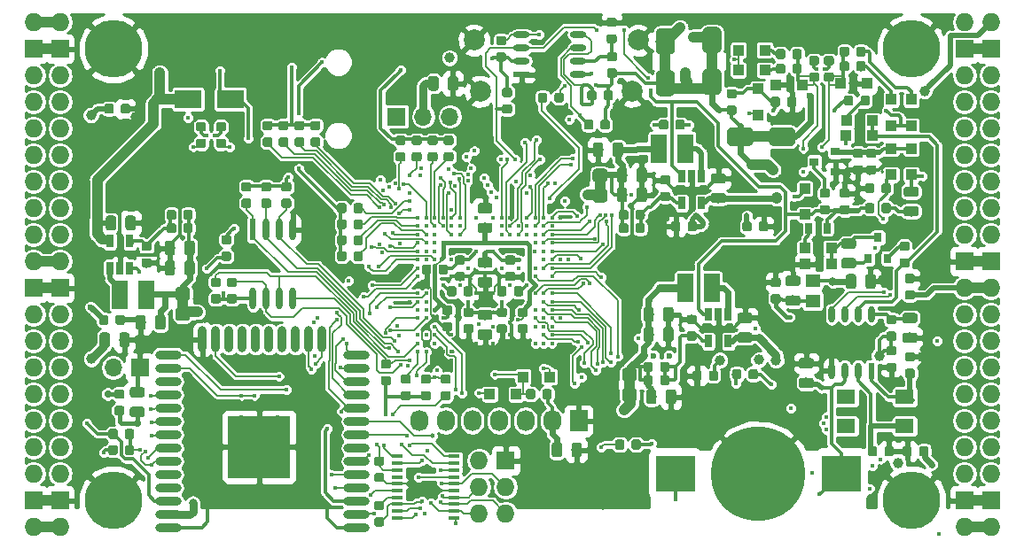
<source format=gbl>
G04 #@! TF.GenerationSoftware,KiCad,Pcbnew,5.0.0+dfsg1-2*
G04 #@! TF.CreationDate,2018-09-19T10:21:17+02:00*
G04 #@! TF.ProjectId,ulx3s,756C7833732E6B696361645F70636200,rev?*
G04 #@! TF.SameCoordinates,Original*
G04 #@! TF.FileFunction,Copper,L4,Bot,Signal*
G04 #@! TF.FilePolarity,Positive*
%FSLAX46Y46*%
G04 Gerber Fmt 4.6, Leading zero omitted, Abs format (unit mm)*
G04 Created by KiCad (PCBNEW 5.0.0+dfsg1-2) date Wed Sep 19 10:21:17 2018*
%MOMM*%
%LPD*%
G01*
G04 APERTURE LIST*
G04 #@! TA.AperFunction,EtchedComponent*
%ADD10C,1.000000*%
G04 #@! TD*
G04 #@! TA.AperFunction,Conductor*
%ADD11C,0.100000*%
G04 #@! TD*
G04 #@! TA.AperFunction,SMDPad,CuDef*
%ADD12C,1.295000*%
G04 #@! TD*
G04 #@! TA.AperFunction,SMDPad,CuDef*
%ADD13C,1.800000*%
G04 #@! TD*
G04 #@! TA.AperFunction,SMDPad,CuDef*
%ADD14O,1.100000X0.400000*%
G04 #@! TD*
G04 #@! TA.AperFunction,SMDPad,CuDef*
%ADD15R,1.100000X0.400000*%
G04 #@! TD*
G04 #@! TA.AperFunction,SMDPad,CuDef*
%ADD16C,0.975000*%
G04 #@! TD*
G04 #@! TA.AperFunction,SMDPad,CuDef*
%ADD17C,0.875000*%
G04 #@! TD*
G04 #@! TA.AperFunction,SMDPad,CuDef*
%ADD18R,0.900000X0.800000*%
G04 #@! TD*
G04 #@! TA.AperFunction,SMDPad,CuDef*
%ADD19R,1.000000X1.000000*%
G04 #@! TD*
G04 #@! TA.AperFunction,SMDPad,CuDef*
%ADD20R,0.700000X1.200000*%
G04 #@! TD*
G04 #@! TA.AperFunction,ComponentPad*
%ADD21C,2.000000*%
G04 #@! TD*
G04 #@! TA.AperFunction,SMDPad,CuDef*
%ADD22R,3.700000X3.500000*%
G04 #@! TD*
G04 #@! TA.AperFunction,BGAPad,CuDef*
%ADD23C,9.000000*%
G04 #@! TD*
G04 #@! TA.AperFunction,SMDPad,CuDef*
%ADD24R,1.800000X1.400000*%
G04 #@! TD*
G04 #@! TA.AperFunction,ComponentPad*
%ADD25R,1.727200X2.032000*%
G04 #@! TD*
G04 #@! TA.AperFunction,ComponentPad*
%ADD26O,1.727200X2.032000*%
G04 #@! TD*
G04 #@! TA.AperFunction,SMDPad,CuDef*
%ADD27R,0.600000X1.550000*%
G04 #@! TD*
G04 #@! TA.AperFunction,SMDPad,CuDef*
%ADD28O,0.600000X1.550000*%
G04 #@! TD*
G04 #@! TA.AperFunction,SMDPad,CuDef*
%ADD29R,1.550000X0.600000*%
G04 #@! TD*
G04 #@! TA.AperFunction,SMDPad,CuDef*
%ADD30O,1.550000X0.600000*%
G04 #@! TD*
G04 #@! TA.AperFunction,SMDPad,CuDef*
%ADD31R,0.600000X2.100000*%
G04 #@! TD*
G04 #@! TA.AperFunction,SMDPad,CuDef*
%ADD32O,0.600000X2.100000*%
G04 #@! TD*
G04 #@! TA.AperFunction,SMDPad,CuDef*
%ADD33O,2.500000X0.900000*%
G04 #@! TD*
G04 #@! TA.AperFunction,SMDPad,CuDef*
%ADD34O,0.900000X2.500000*%
G04 #@! TD*
G04 #@! TA.AperFunction,SMDPad,CuDef*
%ADD35R,6.000000X6.000000*%
G04 #@! TD*
G04 #@! TA.AperFunction,ComponentPad*
%ADD36O,1.727200X1.727200*%
G04 #@! TD*
G04 #@! TA.AperFunction,ComponentPad*
%ADD37R,1.727200X1.727200*%
G04 #@! TD*
G04 #@! TA.AperFunction,ComponentPad*
%ADD38C,5.500000*%
G04 #@! TD*
G04 #@! TA.AperFunction,BGAPad,CuDef*
%ADD39C,0.300000*%
G04 #@! TD*
G04 #@! TA.AperFunction,ComponentPad*
%ADD40R,1.700000X1.700000*%
G04 #@! TD*
G04 #@! TA.AperFunction,ComponentPad*
%ADD41O,1.700000X1.700000*%
G04 #@! TD*
G04 #@! TA.AperFunction,SMDPad,CuDef*
%ADD42R,1.500000X2.700000*%
G04 #@! TD*
G04 #@! TA.AperFunction,SMDPad,CuDef*
%ADD43R,0.670000X1.000000*%
G04 #@! TD*
G04 #@! TA.AperFunction,SMDPad,CuDef*
%ADD44R,2.500000X1.800000*%
G04 #@! TD*
G04 #@! TA.AperFunction,SMDPad,CuDef*
%ADD45R,0.800000X0.900000*%
G04 #@! TD*
G04 #@! TA.AperFunction,SMDPad,CuDef*
%ADD46R,1.400000X1.295000*%
G04 #@! TD*
G04 #@! TA.AperFunction,ViaPad*
%ADD47C,2.000000*%
G04 #@! TD*
G04 #@! TA.AperFunction,ViaPad*
%ADD48C,0.419000*%
G04 #@! TD*
G04 #@! TA.AperFunction,ViaPad*
%ADD49C,1.000000*%
G04 #@! TD*
G04 #@! TA.AperFunction,ViaPad*
%ADD50C,0.600000*%
G04 #@! TD*
G04 #@! TA.AperFunction,ViaPad*
%ADD51C,0.800000*%
G04 #@! TD*
G04 #@! TA.AperFunction,ViaPad*
%ADD52C,0.500000*%
G04 #@! TD*
G04 #@! TA.AperFunction,ViaPad*
%ADD53C,0.700000*%
G04 #@! TD*
G04 #@! TA.AperFunction,ViaPad*
%ADD54C,0.454000*%
G04 #@! TD*
G04 #@! TA.AperFunction,Conductor*
%ADD55C,0.300000*%
G04 #@! TD*
G04 #@! TA.AperFunction,Conductor*
%ADD56C,0.400000*%
G04 #@! TD*
G04 #@! TA.AperFunction,Conductor*
%ADD57C,1.000000*%
G04 #@! TD*
G04 #@! TA.AperFunction,Conductor*
%ADD58C,0.600000*%
G04 #@! TD*
G04 #@! TA.AperFunction,Conductor*
%ADD59C,0.127000*%
G04 #@! TD*
G04 #@! TA.AperFunction,Conductor*
%ADD60C,0.190000*%
G04 #@! TD*
G04 #@! TA.AperFunction,Conductor*
%ADD61C,0.500000*%
G04 #@! TD*
G04 #@! TA.AperFunction,Conductor*
%ADD62C,0.700000*%
G04 #@! TD*
G04 #@! TA.AperFunction,Conductor*
%ADD63C,0.800000*%
G04 #@! TD*
G04 #@! TA.AperFunction,Conductor*
%ADD64C,0.200000*%
G04 #@! TD*
G04 #@! TA.AperFunction,Conductor*
%ADD65C,0.254000*%
G04 #@! TD*
G04 APERTURE END LIST*
D10*
G04 #@! TO.C,RP2*
X109609000Y-88632000D02*
X109609000Y-90632000D01*
G04 #@! TO.C,RP3*
X149472000Y-77311000D02*
X149472000Y-79311000D01*
G04 #@! TO.C,RP1*
X152281000Y-96361000D02*
X152281000Y-98361000D01*
G04 #@! TO.C,D52*
X160155000Y-64391000D02*
X160155000Y-68391000D01*
G04 #@! TO.C,D51*
X155710000Y-68518000D02*
X155710000Y-64518000D01*
G04 #@! TO.C,D9*
X166854000Y-73630000D02*
X162854000Y-73630000D01*
G04 #@! TD*
D11*
G04 #@! TO.N,+2V5*
G04 #@! TO.C,RP2*
G36*
X110016983Y-89953559D02*
X110048410Y-89958221D01*
X110079230Y-89965941D01*
X110109144Y-89976644D01*
X110137865Y-89990228D01*
X110165116Y-90006562D01*
X110190635Y-90025488D01*
X110214176Y-90046824D01*
X110235512Y-90070365D01*
X110254438Y-90095884D01*
X110270772Y-90123135D01*
X110284356Y-90151856D01*
X110295059Y-90181770D01*
X110302779Y-90212590D01*
X110307441Y-90244017D01*
X110309000Y-90275750D01*
X110309000Y-90923250D01*
X110307441Y-90954983D01*
X110302779Y-90986410D01*
X110295059Y-91017230D01*
X110284356Y-91047144D01*
X110270772Y-91075865D01*
X110254438Y-91103116D01*
X110235512Y-91128635D01*
X110214176Y-91152176D01*
X110190635Y-91173512D01*
X110165116Y-91192438D01*
X110137865Y-91208772D01*
X110109144Y-91222356D01*
X110079230Y-91233059D01*
X110048410Y-91240779D01*
X110016983Y-91245441D01*
X109985250Y-91247000D01*
X109232750Y-91247000D01*
X109201017Y-91245441D01*
X109169590Y-91240779D01*
X109138770Y-91233059D01*
X109108856Y-91222356D01*
X109080135Y-91208772D01*
X109052884Y-91192438D01*
X109027365Y-91173512D01*
X109003824Y-91152176D01*
X108982488Y-91128635D01*
X108963562Y-91103116D01*
X108947228Y-91075865D01*
X108933644Y-91047144D01*
X108922941Y-91017230D01*
X108915221Y-90986410D01*
X108910559Y-90954983D01*
X108909000Y-90923250D01*
X108909000Y-90275750D01*
X108910559Y-90244017D01*
X108915221Y-90212590D01*
X108922941Y-90181770D01*
X108933644Y-90151856D01*
X108947228Y-90123135D01*
X108963562Y-90095884D01*
X108982488Y-90070365D01*
X109003824Y-90046824D01*
X109027365Y-90025488D01*
X109052884Y-90006562D01*
X109080135Y-89990228D01*
X109108856Y-89976644D01*
X109138770Y-89965941D01*
X109169590Y-89958221D01*
X109201017Y-89953559D01*
X109232750Y-89952000D01*
X109985250Y-89952000D01*
X110016983Y-89953559D01*
X110016983Y-89953559D01*
G37*
D12*
G04 #@! TD*
G04 #@! TO.P,RP2,2*
G04 #@! TO.N,+2V5*
X109609000Y-90599500D03*
D11*
G04 #@! TO.N,/power/P2V5*
G04 #@! TO.C,RP2*
G36*
X110016983Y-88018559D02*
X110048410Y-88023221D01*
X110079230Y-88030941D01*
X110109144Y-88041644D01*
X110137865Y-88055228D01*
X110165116Y-88071562D01*
X110190635Y-88090488D01*
X110214176Y-88111824D01*
X110235512Y-88135365D01*
X110254438Y-88160884D01*
X110270772Y-88188135D01*
X110284356Y-88216856D01*
X110295059Y-88246770D01*
X110302779Y-88277590D01*
X110307441Y-88309017D01*
X110309000Y-88340750D01*
X110309000Y-88988250D01*
X110307441Y-89019983D01*
X110302779Y-89051410D01*
X110295059Y-89082230D01*
X110284356Y-89112144D01*
X110270772Y-89140865D01*
X110254438Y-89168116D01*
X110235512Y-89193635D01*
X110214176Y-89217176D01*
X110190635Y-89238512D01*
X110165116Y-89257438D01*
X110137865Y-89273772D01*
X110109144Y-89287356D01*
X110079230Y-89298059D01*
X110048410Y-89305779D01*
X110016983Y-89310441D01*
X109985250Y-89312000D01*
X109232750Y-89312000D01*
X109201017Y-89310441D01*
X109169590Y-89305779D01*
X109138770Y-89298059D01*
X109108856Y-89287356D01*
X109080135Y-89273772D01*
X109052884Y-89257438D01*
X109027365Y-89238512D01*
X109003824Y-89217176D01*
X108982488Y-89193635D01*
X108963562Y-89168116D01*
X108947228Y-89140865D01*
X108933644Y-89112144D01*
X108922941Y-89082230D01*
X108915221Y-89051410D01*
X108910559Y-89019983D01*
X108909000Y-88988250D01*
X108909000Y-88340750D01*
X108910559Y-88309017D01*
X108915221Y-88277590D01*
X108922941Y-88246770D01*
X108933644Y-88216856D01*
X108947228Y-88188135D01*
X108963562Y-88160884D01*
X108982488Y-88135365D01*
X109003824Y-88111824D01*
X109027365Y-88090488D01*
X109052884Y-88071562D01*
X109080135Y-88055228D01*
X109108856Y-88041644D01*
X109138770Y-88030941D01*
X109169590Y-88023221D01*
X109201017Y-88018559D01*
X109232750Y-88017000D01*
X109985250Y-88017000D01*
X110016983Y-88018559D01*
X110016983Y-88018559D01*
G37*
D12*
G04 #@! TD*
G04 #@! TO.P,RP2,1*
G04 #@! TO.N,/power/P2V5*
X109609000Y-88664500D03*
D11*
G04 #@! TO.N,+3V3*
G04 #@! TO.C,RP3*
G36*
X149879983Y-78632559D02*
X149911410Y-78637221D01*
X149942230Y-78644941D01*
X149972144Y-78655644D01*
X150000865Y-78669228D01*
X150028116Y-78685562D01*
X150053635Y-78704488D01*
X150077176Y-78725824D01*
X150098512Y-78749365D01*
X150117438Y-78774884D01*
X150133772Y-78802135D01*
X150147356Y-78830856D01*
X150158059Y-78860770D01*
X150165779Y-78891590D01*
X150170441Y-78923017D01*
X150172000Y-78954750D01*
X150172000Y-79602250D01*
X150170441Y-79633983D01*
X150165779Y-79665410D01*
X150158059Y-79696230D01*
X150147356Y-79726144D01*
X150133772Y-79754865D01*
X150117438Y-79782116D01*
X150098512Y-79807635D01*
X150077176Y-79831176D01*
X150053635Y-79852512D01*
X150028116Y-79871438D01*
X150000865Y-79887772D01*
X149972144Y-79901356D01*
X149942230Y-79912059D01*
X149911410Y-79919779D01*
X149879983Y-79924441D01*
X149848250Y-79926000D01*
X149095750Y-79926000D01*
X149064017Y-79924441D01*
X149032590Y-79919779D01*
X149001770Y-79912059D01*
X148971856Y-79901356D01*
X148943135Y-79887772D01*
X148915884Y-79871438D01*
X148890365Y-79852512D01*
X148866824Y-79831176D01*
X148845488Y-79807635D01*
X148826562Y-79782116D01*
X148810228Y-79754865D01*
X148796644Y-79726144D01*
X148785941Y-79696230D01*
X148778221Y-79665410D01*
X148773559Y-79633983D01*
X148772000Y-79602250D01*
X148772000Y-78954750D01*
X148773559Y-78923017D01*
X148778221Y-78891590D01*
X148785941Y-78860770D01*
X148796644Y-78830856D01*
X148810228Y-78802135D01*
X148826562Y-78774884D01*
X148845488Y-78749365D01*
X148866824Y-78725824D01*
X148890365Y-78704488D01*
X148915884Y-78685562D01*
X148943135Y-78669228D01*
X148971856Y-78655644D01*
X149001770Y-78644941D01*
X149032590Y-78637221D01*
X149064017Y-78632559D01*
X149095750Y-78631000D01*
X149848250Y-78631000D01*
X149879983Y-78632559D01*
X149879983Y-78632559D01*
G37*
D12*
G04 #@! TD*
G04 #@! TO.P,RP3,2*
G04 #@! TO.N,+3V3*
X149472000Y-79278500D03*
D11*
G04 #@! TO.N,/power/P3V3*
G04 #@! TO.C,RP3*
G36*
X149879983Y-76697559D02*
X149911410Y-76702221D01*
X149942230Y-76709941D01*
X149972144Y-76720644D01*
X150000865Y-76734228D01*
X150028116Y-76750562D01*
X150053635Y-76769488D01*
X150077176Y-76790824D01*
X150098512Y-76814365D01*
X150117438Y-76839884D01*
X150133772Y-76867135D01*
X150147356Y-76895856D01*
X150158059Y-76925770D01*
X150165779Y-76956590D01*
X150170441Y-76988017D01*
X150172000Y-77019750D01*
X150172000Y-77667250D01*
X150170441Y-77698983D01*
X150165779Y-77730410D01*
X150158059Y-77761230D01*
X150147356Y-77791144D01*
X150133772Y-77819865D01*
X150117438Y-77847116D01*
X150098512Y-77872635D01*
X150077176Y-77896176D01*
X150053635Y-77917512D01*
X150028116Y-77936438D01*
X150000865Y-77952772D01*
X149972144Y-77966356D01*
X149942230Y-77977059D01*
X149911410Y-77984779D01*
X149879983Y-77989441D01*
X149848250Y-77991000D01*
X149095750Y-77991000D01*
X149064017Y-77989441D01*
X149032590Y-77984779D01*
X149001770Y-77977059D01*
X148971856Y-77966356D01*
X148943135Y-77952772D01*
X148915884Y-77936438D01*
X148890365Y-77917512D01*
X148866824Y-77896176D01*
X148845488Y-77872635D01*
X148826562Y-77847116D01*
X148810228Y-77819865D01*
X148796644Y-77791144D01*
X148785941Y-77761230D01*
X148778221Y-77730410D01*
X148773559Y-77698983D01*
X148772000Y-77667250D01*
X148772000Y-77019750D01*
X148773559Y-76988017D01*
X148778221Y-76956590D01*
X148785941Y-76925770D01*
X148796644Y-76895856D01*
X148810228Y-76867135D01*
X148826562Y-76839884D01*
X148845488Y-76814365D01*
X148866824Y-76790824D01*
X148890365Y-76769488D01*
X148915884Y-76750562D01*
X148943135Y-76734228D01*
X148971856Y-76720644D01*
X149001770Y-76709941D01*
X149032590Y-76702221D01*
X149064017Y-76697559D01*
X149095750Y-76696000D01*
X149848250Y-76696000D01*
X149879983Y-76697559D01*
X149879983Y-76697559D01*
G37*
D12*
G04 #@! TD*
G04 #@! TO.P,RP3,1*
G04 #@! TO.N,/power/P3V3*
X149472000Y-77343500D03*
D11*
G04 #@! TO.N,+1V1*
G04 #@! TO.C,RP1*
G36*
X152688983Y-97682559D02*
X152720410Y-97687221D01*
X152751230Y-97694941D01*
X152781144Y-97705644D01*
X152809865Y-97719228D01*
X152837116Y-97735562D01*
X152862635Y-97754488D01*
X152886176Y-97775824D01*
X152907512Y-97799365D01*
X152926438Y-97824884D01*
X152942772Y-97852135D01*
X152956356Y-97880856D01*
X152967059Y-97910770D01*
X152974779Y-97941590D01*
X152979441Y-97973017D01*
X152981000Y-98004750D01*
X152981000Y-98652250D01*
X152979441Y-98683983D01*
X152974779Y-98715410D01*
X152967059Y-98746230D01*
X152956356Y-98776144D01*
X152942772Y-98804865D01*
X152926438Y-98832116D01*
X152907512Y-98857635D01*
X152886176Y-98881176D01*
X152862635Y-98902512D01*
X152837116Y-98921438D01*
X152809865Y-98937772D01*
X152781144Y-98951356D01*
X152751230Y-98962059D01*
X152720410Y-98969779D01*
X152688983Y-98974441D01*
X152657250Y-98976000D01*
X151904750Y-98976000D01*
X151873017Y-98974441D01*
X151841590Y-98969779D01*
X151810770Y-98962059D01*
X151780856Y-98951356D01*
X151752135Y-98937772D01*
X151724884Y-98921438D01*
X151699365Y-98902512D01*
X151675824Y-98881176D01*
X151654488Y-98857635D01*
X151635562Y-98832116D01*
X151619228Y-98804865D01*
X151605644Y-98776144D01*
X151594941Y-98746230D01*
X151587221Y-98715410D01*
X151582559Y-98683983D01*
X151581000Y-98652250D01*
X151581000Y-98004750D01*
X151582559Y-97973017D01*
X151587221Y-97941590D01*
X151594941Y-97910770D01*
X151605644Y-97880856D01*
X151619228Y-97852135D01*
X151635562Y-97824884D01*
X151654488Y-97799365D01*
X151675824Y-97775824D01*
X151699365Y-97754488D01*
X151724884Y-97735562D01*
X151752135Y-97719228D01*
X151780856Y-97705644D01*
X151810770Y-97694941D01*
X151841590Y-97687221D01*
X151873017Y-97682559D01*
X151904750Y-97681000D01*
X152657250Y-97681000D01*
X152688983Y-97682559D01*
X152688983Y-97682559D01*
G37*
D12*
G04 #@! TD*
G04 #@! TO.P,RP1,2*
G04 #@! TO.N,+1V1*
X152281000Y-98328500D03*
D11*
G04 #@! TO.N,/power/P1V1*
G04 #@! TO.C,RP1*
G36*
X152688983Y-95747559D02*
X152720410Y-95752221D01*
X152751230Y-95759941D01*
X152781144Y-95770644D01*
X152809865Y-95784228D01*
X152837116Y-95800562D01*
X152862635Y-95819488D01*
X152886176Y-95840824D01*
X152907512Y-95864365D01*
X152926438Y-95889884D01*
X152942772Y-95917135D01*
X152956356Y-95945856D01*
X152967059Y-95975770D01*
X152974779Y-96006590D01*
X152979441Y-96038017D01*
X152981000Y-96069750D01*
X152981000Y-96717250D01*
X152979441Y-96748983D01*
X152974779Y-96780410D01*
X152967059Y-96811230D01*
X152956356Y-96841144D01*
X152942772Y-96869865D01*
X152926438Y-96897116D01*
X152907512Y-96922635D01*
X152886176Y-96946176D01*
X152862635Y-96967512D01*
X152837116Y-96986438D01*
X152809865Y-97002772D01*
X152781144Y-97016356D01*
X152751230Y-97027059D01*
X152720410Y-97034779D01*
X152688983Y-97039441D01*
X152657250Y-97041000D01*
X151904750Y-97041000D01*
X151873017Y-97039441D01*
X151841590Y-97034779D01*
X151810770Y-97027059D01*
X151780856Y-97016356D01*
X151752135Y-97002772D01*
X151724884Y-96986438D01*
X151699365Y-96967512D01*
X151675824Y-96946176D01*
X151654488Y-96922635D01*
X151635562Y-96897116D01*
X151619228Y-96869865D01*
X151605644Y-96841144D01*
X151594941Y-96811230D01*
X151587221Y-96780410D01*
X151582559Y-96748983D01*
X151581000Y-96717250D01*
X151581000Y-96069750D01*
X151582559Y-96038017D01*
X151587221Y-96006590D01*
X151594941Y-95975770D01*
X151605644Y-95945856D01*
X151619228Y-95917135D01*
X151635562Y-95889884D01*
X151654488Y-95864365D01*
X151675824Y-95840824D01*
X151699365Y-95819488D01*
X151724884Y-95800562D01*
X151752135Y-95784228D01*
X151780856Y-95770644D01*
X151810770Y-95759941D01*
X151841590Y-95752221D01*
X151873017Y-95747559D01*
X151904750Y-95746000D01*
X152657250Y-95746000D01*
X152688983Y-95747559D01*
X152688983Y-95747559D01*
G37*
D12*
G04 #@! TD*
G04 #@! TO.P,RP1,1*
G04 #@! TO.N,/power/P1V1*
X152281000Y-96393500D03*
D11*
G04 #@! TO.N,+5V*
G04 #@! TO.C,D52*
G36*
X160649108Y-67143167D02*
X160692791Y-67149647D01*
X160735628Y-67160377D01*
X160777208Y-67175254D01*
X160817129Y-67194135D01*
X160855007Y-67216839D01*
X160890477Y-67243145D01*
X160923198Y-67272802D01*
X160952855Y-67305523D01*
X160979161Y-67340993D01*
X161001865Y-67378871D01*
X161020746Y-67418792D01*
X161035623Y-67460372D01*
X161046353Y-67503209D01*
X161052833Y-67546892D01*
X161055000Y-67591000D01*
X161055000Y-69191000D01*
X161052833Y-69235108D01*
X161046353Y-69278791D01*
X161035623Y-69321628D01*
X161020746Y-69363208D01*
X161001865Y-69403129D01*
X160979161Y-69441007D01*
X160952855Y-69476477D01*
X160923198Y-69509198D01*
X160890477Y-69538855D01*
X160855007Y-69565161D01*
X160817129Y-69587865D01*
X160777208Y-69606746D01*
X160735628Y-69621623D01*
X160692791Y-69632353D01*
X160649108Y-69638833D01*
X160605000Y-69641000D01*
X159705000Y-69641000D01*
X159660892Y-69638833D01*
X159617209Y-69632353D01*
X159574372Y-69621623D01*
X159532792Y-69606746D01*
X159492871Y-69587865D01*
X159454993Y-69565161D01*
X159419523Y-69538855D01*
X159386802Y-69509198D01*
X159357145Y-69476477D01*
X159330839Y-69441007D01*
X159308135Y-69403129D01*
X159289254Y-69363208D01*
X159274377Y-69321628D01*
X159263647Y-69278791D01*
X159257167Y-69235108D01*
X159255000Y-69191000D01*
X159255000Y-67591000D01*
X159257167Y-67546892D01*
X159263647Y-67503209D01*
X159274377Y-67460372D01*
X159289254Y-67418792D01*
X159308135Y-67378871D01*
X159330839Y-67340993D01*
X159357145Y-67305523D01*
X159386802Y-67272802D01*
X159419523Y-67243145D01*
X159454993Y-67216839D01*
X159492871Y-67194135D01*
X159532792Y-67175254D01*
X159574372Y-67160377D01*
X159617209Y-67149647D01*
X159660892Y-67143167D01*
X159705000Y-67141000D01*
X160605000Y-67141000D01*
X160649108Y-67143167D01*
X160649108Y-67143167D01*
G37*
D13*
G04 #@! TD*
G04 #@! TO.P,D52,2*
G04 #@! TO.N,+5V*
X160155000Y-68391000D03*
D11*
G04 #@! TO.N,/gpio/OUT5V*
G04 #@! TO.C,D52*
G36*
X160649108Y-63143167D02*
X160692791Y-63149647D01*
X160735628Y-63160377D01*
X160777208Y-63175254D01*
X160817129Y-63194135D01*
X160855007Y-63216839D01*
X160890477Y-63243145D01*
X160923198Y-63272802D01*
X160952855Y-63305523D01*
X160979161Y-63340993D01*
X161001865Y-63378871D01*
X161020746Y-63418792D01*
X161035623Y-63460372D01*
X161046353Y-63503209D01*
X161052833Y-63546892D01*
X161055000Y-63591000D01*
X161055000Y-65191000D01*
X161052833Y-65235108D01*
X161046353Y-65278791D01*
X161035623Y-65321628D01*
X161020746Y-65363208D01*
X161001865Y-65403129D01*
X160979161Y-65441007D01*
X160952855Y-65476477D01*
X160923198Y-65509198D01*
X160890477Y-65538855D01*
X160855007Y-65565161D01*
X160817129Y-65587865D01*
X160777208Y-65606746D01*
X160735628Y-65621623D01*
X160692791Y-65632353D01*
X160649108Y-65638833D01*
X160605000Y-65641000D01*
X159705000Y-65641000D01*
X159660892Y-65638833D01*
X159617209Y-65632353D01*
X159574372Y-65621623D01*
X159532792Y-65606746D01*
X159492871Y-65587865D01*
X159454993Y-65565161D01*
X159419523Y-65538855D01*
X159386802Y-65509198D01*
X159357145Y-65476477D01*
X159330839Y-65441007D01*
X159308135Y-65403129D01*
X159289254Y-65363208D01*
X159274377Y-65321628D01*
X159263647Y-65278791D01*
X159257167Y-65235108D01*
X159255000Y-65191000D01*
X159255000Y-63591000D01*
X159257167Y-63546892D01*
X159263647Y-63503209D01*
X159274377Y-63460372D01*
X159289254Y-63418792D01*
X159308135Y-63378871D01*
X159330839Y-63340993D01*
X159357145Y-63305523D01*
X159386802Y-63272802D01*
X159419523Y-63243145D01*
X159454993Y-63216839D01*
X159492871Y-63194135D01*
X159532792Y-63175254D01*
X159574372Y-63160377D01*
X159617209Y-63149647D01*
X159660892Y-63143167D01*
X159705000Y-63141000D01*
X160605000Y-63141000D01*
X160649108Y-63143167D01*
X160649108Y-63143167D01*
G37*
D13*
G04 #@! TD*
G04 #@! TO.P,D52,1*
G04 #@! TO.N,/gpio/OUT5V*
X160155000Y-64391000D03*
D11*
G04 #@! TO.N,/gpio/IN5V*
G04 #@! TO.C,D51*
G36*
X156204108Y-63270167D02*
X156247791Y-63276647D01*
X156290628Y-63287377D01*
X156332208Y-63302254D01*
X156372129Y-63321135D01*
X156410007Y-63343839D01*
X156445477Y-63370145D01*
X156478198Y-63399802D01*
X156507855Y-63432523D01*
X156534161Y-63467993D01*
X156556865Y-63505871D01*
X156575746Y-63545792D01*
X156590623Y-63587372D01*
X156601353Y-63630209D01*
X156607833Y-63673892D01*
X156610000Y-63718000D01*
X156610000Y-65318000D01*
X156607833Y-65362108D01*
X156601353Y-65405791D01*
X156590623Y-65448628D01*
X156575746Y-65490208D01*
X156556865Y-65530129D01*
X156534161Y-65568007D01*
X156507855Y-65603477D01*
X156478198Y-65636198D01*
X156445477Y-65665855D01*
X156410007Y-65692161D01*
X156372129Y-65714865D01*
X156332208Y-65733746D01*
X156290628Y-65748623D01*
X156247791Y-65759353D01*
X156204108Y-65765833D01*
X156160000Y-65768000D01*
X155260000Y-65768000D01*
X155215892Y-65765833D01*
X155172209Y-65759353D01*
X155129372Y-65748623D01*
X155087792Y-65733746D01*
X155047871Y-65714865D01*
X155009993Y-65692161D01*
X154974523Y-65665855D01*
X154941802Y-65636198D01*
X154912145Y-65603477D01*
X154885839Y-65568007D01*
X154863135Y-65530129D01*
X154844254Y-65490208D01*
X154829377Y-65448628D01*
X154818647Y-65405791D01*
X154812167Y-65362108D01*
X154810000Y-65318000D01*
X154810000Y-63718000D01*
X154812167Y-63673892D01*
X154818647Y-63630209D01*
X154829377Y-63587372D01*
X154844254Y-63545792D01*
X154863135Y-63505871D01*
X154885839Y-63467993D01*
X154912145Y-63432523D01*
X154941802Y-63399802D01*
X154974523Y-63370145D01*
X155009993Y-63343839D01*
X155047871Y-63321135D01*
X155087792Y-63302254D01*
X155129372Y-63287377D01*
X155172209Y-63276647D01*
X155215892Y-63270167D01*
X155260000Y-63268000D01*
X156160000Y-63268000D01*
X156204108Y-63270167D01*
X156204108Y-63270167D01*
G37*
D13*
G04 #@! TD*
G04 #@! TO.P,D51,2*
G04 #@! TO.N,/gpio/IN5V*
X155710000Y-64518000D03*
D11*
G04 #@! TO.N,+5V*
G04 #@! TO.C,D51*
G36*
X156204108Y-67270167D02*
X156247791Y-67276647D01*
X156290628Y-67287377D01*
X156332208Y-67302254D01*
X156372129Y-67321135D01*
X156410007Y-67343839D01*
X156445477Y-67370145D01*
X156478198Y-67399802D01*
X156507855Y-67432523D01*
X156534161Y-67467993D01*
X156556865Y-67505871D01*
X156575746Y-67545792D01*
X156590623Y-67587372D01*
X156601353Y-67630209D01*
X156607833Y-67673892D01*
X156610000Y-67718000D01*
X156610000Y-69318000D01*
X156607833Y-69362108D01*
X156601353Y-69405791D01*
X156590623Y-69448628D01*
X156575746Y-69490208D01*
X156556865Y-69530129D01*
X156534161Y-69568007D01*
X156507855Y-69603477D01*
X156478198Y-69636198D01*
X156445477Y-69665855D01*
X156410007Y-69692161D01*
X156372129Y-69714865D01*
X156332208Y-69733746D01*
X156290628Y-69748623D01*
X156247791Y-69759353D01*
X156204108Y-69765833D01*
X156160000Y-69768000D01*
X155260000Y-69768000D01*
X155215892Y-69765833D01*
X155172209Y-69759353D01*
X155129372Y-69748623D01*
X155087792Y-69733746D01*
X155047871Y-69714865D01*
X155009993Y-69692161D01*
X154974523Y-69665855D01*
X154941802Y-69636198D01*
X154912145Y-69603477D01*
X154885839Y-69568007D01*
X154863135Y-69530129D01*
X154844254Y-69490208D01*
X154829377Y-69448628D01*
X154818647Y-69405791D01*
X154812167Y-69362108D01*
X154810000Y-69318000D01*
X154810000Y-67718000D01*
X154812167Y-67673892D01*
X154818647Y-67630209D01*
X154829377Y-67587372D01*
X154844254Y-67545792D01*
X154863135Y-67505871D01*
X154885839Y-67467993D01*
X154912145Y-67432523D01*
X154941802Y-67399802D01*
X154974523Y-67370145D01*
X155009993Y-67343839D01*
X155047871Y-67321135D01*
X155087792Y-67302254D01*
X155129372Y-67287377D01*
X155172209Y-67276647D01*
X155215892Y-67270167D01*
X155260000Y-67268000D01*
X156160000Y-67268000D01*
X156204108Y-67270167D01*
X156204108Y-67270167D01*
G37*
D13*
G04 #@! TD*
G04 #@! TO.P,D51,1*
G04 #@! TO.N,+5V*
X155710000Y-68518000D03*
D11*
G04 #@! TO.N,+5V*
G04 #@! TO.C,D9*
G36*
X163698108Y-72732167D02*
X163741791Y-72738647D01*
X163784628Y-72749377D01*
X163826208Y-72764254D01*
X163866129Y-72783135D01*
X163904007Y-72805839D01*
X163939477Y-72832145D01*
X163972198Y-72861802D01*
X164001855Y-72894523D01*
X164028161Y-72929993D01*
X164050865Y-72967871D01*
X164069746Y-73007792D01*
X164084623Y-73049372D01*
X164095353Y-73092209D01*
X164101833Y-73135892D01*
X164104000Y-73180000D01*
X164104000Y-74080000D01*
X164101833Y-74124108D01*
X164095353Y-74167791D01*
X164084623Y-74210628D01*
X164069746Y-74252208D01*
X164050865Y-74292129D01*
X164028161Y-74330007D01*
X164001855Y-74365477D01*
X163972198Y-74398198D01*
X163939477Y-74427855D01*
X163904007Y-74454161D01*
X163866129Y-74476865D01*
X163826208Y-74495746D01*
X163784628Y-74510623D01*
X163741791Y-74521353D01*
X163698108Y-74527833D01*
X163654000Y-74530000D01*
X162054000Y-74530000D01*
X162009892Y-74527833D01*
X161966209Y-74521353D01*
X161923372Y-74510623D01*
X161881792Y-74495746D01*
X161841871Y-74476865D01*
X161803993Y-74454161D01*
X161768523Y-74427855D01*
X161735802Y-74398198D01*
X161706145Y-74365477D01*
X161679839Y-74330007D01*
X161657135Y-74292129D01*
X161638254Y-74252208D01*
X161623377Y-74210628D01*
X161612647Y-74167791D01*
X161606167Y-74124108D01*
X161604000Y-74080000D01*
X161604000Y-73180000D01*
X161606167Y-73135892D01*
X161612647Y-73092209D01*
X161623377Y-73049372D01*
X161638254Y-73007792D01*
X161657135Y-72967871D01*
X161679839Y-72929993D01*
X161706145Y-72894523D01*
X161735802Y-72861802D01*
X161768523Y-72832145D01*
X161803993Y-72805839D01*
X161841871Y-72783135D01*
X161881792Y-72764254D01*
X161923372Y-72749377D01*
X161966209Y-72738647D01*
X162009892Y-72732167D01*
X162054000Y-72730000D01*
X163654000Y-72730000D01*
X163698108Y-72732167D01*
X163698108Y-72732167D01*
G37*
D13*
G04 #@! TD*
G04 #@! TO.P,D9,2*
G04 #@! TO.N,+5V*
X162854000Y-73630000D03*
D11*
G04 #@! TO.N,/usb/US2VBUS*
G04 #@! TO.C,D9*
G36*
X167698108Y-72732167D02*
X167741791Y-72738647D01*
X167784628Y-72749377D01*
X167826208Y-72764254D01*
X167866129Y-72783135D01*
X167904007Y-72805839D01*
X167939477Y-72832145D01*
X167972198Y-72861802D01*
X168001855Y-72894523D01*
X168028161Y-72929993D01*
X168050865Y-72967871D01*
X168069746Y-73007792D01*
X168084623Y-73049372D01*
X168095353Y-73092209D01*
X168101833Y-73135892D01*
X168104000Y-73180000D01*
X168104000Y-74080000D01*
X168101833Y-74124108D01*
X168095353Y-74167791D01*
X168084623Y-74210628D01*
X168069746Y-74252208D01*
X168050865Y-74292129D01*
X168028161Y-74330007D01*
X168001855Y-74365477D01*
X167972198Y-74398198D01*
X167939477Y-74427855D01*
X167904007Y-74454161D01*
X167866129Y-74476865D01*
X167826208Y-74495746D01*
X167784628Y-74510623D01*
X167741791Y-74521353D01*
X167698108Y-74527833D01*
X167654000Y-74530000D01*
X166054000Y-74530000D01*
X166009892Y-74527833D01*
X165966209Y-74521353D01*
X165923372Y-74510623D01*
X165881792Y-74495746D01*
X165841871Y-74476865D01*
X165803993Y-74454161D01*
X165768523Y-74427855D01*
X165735802Y-74398198D01*
X165706145Y-74365477D01*
X165679839Y-74330007D01*
X165657135Y-74292129D01*
X165638254Y-74252208D01*
X165623377Y-74210628D01*
X165612647Y-74167791D01*
X165606167Y-74124108D01*
X165604000Y-74080000D01*
X165604000Y-73180000D01*
X165606167Y-73135892D01*
X165612647Y-73092209D01*
X165623377Y-73049372D01*
X165638254Y-73007792D01*
X165657135Y-72967871D01*
X165679839Y-72929993D01*
X165706145Y-72894523D01*
X165735802Y-72861802D01*
X165768523Y-72832145D01*
X165803993Y-72805839D01*
X165841871Y-72783135D01*
X165881792Y-72764254D01*
X165923372Y-72749377D01*
X165966209Y-72738647D01*
X166009892Y-72732167D01*
X166054000Y-72730000D01*
X167654000Y-72730000D01*
X167698108Y-72732167D01*
X167698108Y-72732167D01*
G37*
D13*
G04 #@! TD*
G04 #@! TO.P,D9,1*
G04 #@! TO.N,/usb/US2VBUS*
X166854000Y-73630000D03*
D14*
G04 #@! TO.P,U6,20*
G04 #@! TO.N,FTDI_TXD*
X130135000Y-104215000D03*
G04 #@! TO.P,U6,19*
G04 #@! TO.N,FTDI_nSLEEP*
X130135000Y-104865000D03*
G04 #@! TO.P,U6,18*
G04 #@! TO.N,FTDI_TXDEN*
X130135000Y-105515000D03*
G04 #@! TO.P,U6,17*
G04 #@! TO.N,N/C*
X130135000Y-106165000D03*
G04 #@! TO.P,U6,16*
G04 #@! TO.N,GND*
X130135000Y-106815000D03*
G04 #@! TO.P,U6,15*
G04 #@! TO.N,USB5V*
X130135000Y-107465000D03*
G04 #@! TO.P,U6,14*
G04 #@! TO.N,nRESET*
X130135000Y-108115000D03*
G04 #@! TO.P,U6,13*
G04 #@! TO.N,FT2V5*
X130135000Y-108765000D03*
G04 #@! TO.P,U6,12*
G04 #@! TO.N,USB_FTDI_D-*
X130135000Y-109415000D03*
G04 #@! TO.P,U6,11*
G04 #@! TO.N,USB_FTDI_D+*
X130135000Y-110065000D03*
G04 #@! TO.P,U6,10*
G04 #@! TO.N,FTDI_nTXLED*
X135535000Y-110065000D03*
G04 #@! TO.P,U6,9*
G04 #@! TO.N,JTAG_TDO*
X135535000Y-109415000D03*
G04 #@! TO.P,U6,8*
G04 #@! TO.N,JTAG_TMS*
X135535000Y-108765000D03*
G04 #@! TO.P,U6,7*
G04 #@! TO.N,JTAG_TCK*
X135535000Y-108115000D03*
G04 #@! TO.P,U6,6*
G04 #@! TO.N,GND*
X135535000Y-107465000D03*
G04 #@! TO.P,U6,5*
G04 #@! TO.N,JTAG_TDI*
X135535000Y-106815000D03*
G04 #@! TO.P,U6,4*
G04 #@! TO.N,FTDI_RXD*
X135535000Y-106165000D03*
G04 #@! TO.P,U6,3*
G04 #@! TO.N,FT2V5*
X135535000Y-105515000D03*
G04 #@! TO.P,U6,2*
G04 #@! TO.N,FTDI_nRTS*
X135535000Y-104865000D03*
D15*
G04 #@! TO.P,U6,1*
G04 #@! TO.N,FTDI_nDTR*
X135535000Y-104215000D03*
G04 #@! TD*
D11*
G04 #@! TO.N,GND*
G04 #@! TO.C,C1*
G36*
X104908642Y-81186174D02*
X104932303Y-81189684D01*
X104955507Y-81195496D01*
X104978029Y-81203554D01*
X104999653Y-81213782D01*
X105020170Y-81226079D01*
X105039383Y-81240329D01*
X105057107Y-81256393D01*
X105073171Y-81274117D01*
X105087421Y-81293330D01*
X105099718Y-81313847D01*
X105109946Y-81335471D01*
X105118004Y-81357993D01*
X105123816Y-81381197D01*
X105127326Y-81404858D01*
X105128500Y-81428750D01*
X105128500Y-82341250D01*
X105127326Y-82365142D01*
X105123816Y-82388803D01*
X105118004Y-82412007D01*
X105109946Y-82434529D01*
X105099718Y-82456153D01*
X105087421Y-82476670D01*
X105073171Y-82495883D01*
X105057107Y-82513607D01*
X105039383Y-82529671D01*
X105020170Y-82543921D01*
X104999653Y-82556218D01*
X104978029Y-82566446D01*
X104955507Y-82574504D01*
X104932303Y-82580316D01*
X104908642Y-82583826D01*
X104884750Y-82585000D01*
X104397250Y-82585000D01*
X104373358Y-82583826D01*
X104349697Y-82580316D01*
X104326493Y-82574504D01*
X104303971Y-82566446D01*
X104282347Y-82556218D01*
X104261830Y-82543921D01*
X104242617Y-82529671D01*
X104224893Y-82513607D01*
X104208829Y-82495883D01*
X104194579Y-82476670D01*
X104182282Y-82456153D01*
X104172054Y-82434529D01*
X104163996Y-82412007D01*
X104158184Y-82388803D01*
X104154674Y-82365142D01*
X104153500Y-82341250D01*
X104153500Y-81428750D01*
X104154674Y-81404858D01*
X104158184Y-81381197D01*
X104163996Y-81357993D01*
X104172054Y-81335471D01*
X104182282Y-81313847D01*
X104194579Y-81293330D01*
X104208829Y-81274117D01*
X104224893Y-81256393D01*
X104242617Y-81240329D01*
X104261830Y-81226079D01*
X104282347Y-81213782D01*
X104303971Y-81203554D01*
X104326493Y-81195496D01*
X104349697Y-81189684D01*
X104373358Y-81186174D01*
X104397250Y-81185000D01*
X104884750Y-81185000D01*
X104908642Y-81186174D01*
X104908642Y-81186174D01*
G37*
D16*
G04 #@! TD*
G04 #@! TO.P,C1,2*
G04 #@! TO.N,GND*
X104641000Y-81885000D03*
D11*
G04 #@! TO.N,+5V*
G04 #@! TO.C,C1*
G36*
X103033642Y-81186174D02*
X103057303Y-81189684D01*
X103080507Y-81195496D01*
X103103029Y-81203554D01*
X103124653Y-81213782D01*
X103145170Y-81226079D01*
X103164383Y-81240329D01*
X103182107Y-81256393D01*
X103198171Y-81274117D01*
X103212421Y-81293330D01*
X103224718Y-81313847D01*
X103234946Y-81335471D01*
X103243004Y-81357993D01*
X103248816Y-81381197D01*
X103252326Y-81404858D01*
X103253500Y-81428750D01*
X103253500Y-82341250D01*
X103252326Y-82365142D01*
X103248816Y-82388803D01*
X103243004Y-82412007D01*
X103234946Y-82434529D01*
X103224718Y-82456153D01*
X103212421Y-82476670D01*
X103198171Y-82495883D01*
X103182107Y-82513607D01*
X103164383Y-82529671D01*
X103145170Y-82543921D01*
X103124653Y-82556218D01*
X103103029Y-82566446D01*
X103080507Y-82574504D01*
X103057303Y-82580316D01*
X103033642Y-82583826D01*
X103009750Y-82585000D01*
X102522250Y-82585000D01*
X102498358Y-82583826D01*
X102474697Y-82580316D01*
X102451493Y-82574504D01*
X102428971Y-82566446D01*
X102407347Y-82556218D01*
X102386830Y-82543921D01*
X102367617Y-82529671D01*
X102349893Y-82513607D01*
X102333829Y-82495883D01*
X102319579Y-82476670D01*
X102307282Y-82456153D01*
X102297054Y-82434529D01*
X102288996Y-82412007D01*
X102283184Y-82388803D01*
X102279674Y-82365142D01*
X102278500Y-82341250D01*
X102278500Y-81428750D01*
X102279674Y-81404858D01*
X102283184Y-81381197D01*
X102288996Y-81357993D01*
X102297054Y-81335471D01*
X102307282Y-81313847D01*
X102319579Y-81293330D01*
X102333829Y-81274117D01*
X102349893Y-81256393D01*
X102367617Y-81240329D01*
X102386830Y-81226079D01*
X102407347Y-81213782D01*
X102428971Y-81203554D01*
X102451493Y-81195496D01*
X102474697Y-81189684D01*
X102498358Y-81186174D01*
X102522250Y-81185000D01*
X103009750Y-81185000D01*
X103033642Y-81186174D01*
X103033642Y-81186174D01*
G37*
D16*
G04 #@! TD*
G04 #@! TO.P,C1,1*
G04 #@! TO.N,+5V*
X102766000Y-81885000D03*
D11*
G04 #@! TO.N,FT2V5*
G04 #@! TO.C,R9*
G36*
X128667691Y-110031053D02*
X128688926Y-110034203D01*
X128709750Y-110039419D01*
X128729962Y-110046651D01*
X128749368Y-110055830D01*
X128767781Y-110066866D01*
X128785024Y-110079654D01*
X128800930Y-110094070D01*
X128815346Y-110109976D01*
X128828134Y-110127219D01*
X128839170Y-110145632D01*
X128848349Y-110165038D01*
X128855581Y-110185250D01*
X128860797Y-110206074D01*
X128863947Y-110227309D01*
X128865000Y-110248750D01*
X128865000Y-110686250D01*
X128863947Y-110707691D01*
X128860797Y-110728926D01*
X128855581Y-110749750D01*
X128848349Y-110769962D01*
X128839170Y-110789368D01*
X128828134Y-110807781D01*
X128815346Y-110825024D01*
X128800930Y-110840930D01*
X128785024Y-110855346D01*
X128767781Y-110868134D01*
X128749368Y-110879170D01*
X128729962Y-110888349D01*
X128709750Y-110895581D01*
X128688926Y-110900797D01*
X128667691Y-110903947D01*
X128646250Y-110905000D01*
X128133750Y-110905000D01*
X128112309Y-110903947D01*
X128091074Y-110900797D01*
X128070250Y-110895581D01*
X128050038Y-110888349D01*
X128030632Y-110879170D01*
X128012219Y-110868134D01*
X127994976Y-110855346D01*
X127979070Y-110840930D01*
X127964654Y-110825024D01*
X127951866Y-110807781D01*
X127940830Y-110789368D01*
X127931651Y-110769962D01*
X127924419Y-110749750D01*
X127919203Y-110728926D01*
X127916053Y-110707691D01*
X127915000Y-110686250D01*
X127915000Y-110248750D01*
X127916053Y-110227309D01*
X127919203Y-110206074D01*
X127924419Y-110185250D01*
X127931651Y-110165038D01*
X127940830Y-110145632D01*
X127951866Y-110127219D01*
X127964654Y-110109976D01*
X127979070Y-110094070D01*
X127994976Y-110079654D01*
X128012219Y-110066866D01*
X128030632Y-110055830D01*
X128050038Y-110046651D01*
X128070250Y-110039419D01*
X128091074Y-110034203D01*
X128112309Y-110031053D01*
X128133750Y-110030000D01*
X128646250Y-110030000D01*
X128667691Y-110031053D01*
X128667691Y-110031053D01*
G37*
D17*
G04 #@! TD*
G04 #@! TO.P,R9,2*
G04 #@! TO.N,FT2V5*
X128390000Y-110467500D03*
D11*
G04 #@! TO.N,nRESET*
G04 #@! TO.C,R9*
G36*
X128667691Y-108456053D02*
X128688926Y-108459203D01*
X128709750Y-108464419D01*
X128729962Y-108471651D01*
X128749368Y-108480830D01*
X128767781Y-108491866D01*
X128785024Y-108504654D01*
X128800930Y-108519070D01*
X128815346Y-108534976D01*
X128828134Y-108552219D01*
X128839170Y-108570632D01*
X128848349Y-108590038D01*
X128855581Y-108610250D01*
X128860797Y-108631074D01*
X128863947Y-108652309D01*
X128865000Y-108673750D01*
X128865000Y-109111250D01*
X128863947Y-109132691D01*
X128860797Y-109153926D01*
X128855581Y-109174750D01*
X128848349Y-109194962D01*
X128839170Y-109214368D01*
X128828134Y-109232781D01*
X128815346Y-109250024D01*
X128800930Y-109265930D01*
X128785024Y-109280346D01*
X128767781Y-109293134D01*
X128749368Y-109304170D01*
X128729962Y-109313349D01*
X128709750Y-109320581D01*
X128688926Y-109325797D01*
X128667691Y-109328947D01*
X128646250Y-109330000D01*
X128133750Y-109330000D01*
X128112309Y-109328947D01*
X128091074Y-109325797D01*
X128070250Y-109320581D01*
X128050038Y-109313349D01*
X128030632Y-109304170D01*
X128012219Y-109293134D01*
X127994976Y-109280346D01*
X127979070Y-109265930D01*
X127964654Y-109250024D01*
X127951866Y-109232781D01*
X127940830Y-109214368D01*
X127931651Y-109194962D01*
X127924419Y-109174750D01*
X127919203Y-109153926D01*
X127916053Y-109132691D01*
X127915000Y-109111250D01*
X127915000Y-108673750D01*
X127916053Y-108652309D01*
X127919203Y-108631074D01*
X127924419Y-108610250D01*
X127931651Y-108590038D01*
X127940830Y-108570632D01*
X127951866Y-108552219D01*
X127964654Y-108534976D01*
X127979070Y-108519070D01*
X127994976Y-108504654D01*
X128012219Y-108491866D01*
X128030632Y-108480830D01*
X128050038Y-108471651D01*
X128070250Y-108464419D01*
X128091074Y-108459203D01*
X128112309Y-108456053D01*
X128133750Y-108455000D01*
X128646250Y-108455000D01*
X128667691Y-108456053D01*
X128667691Y-108456053D01*
G37*
D17*
G04 #@! TD*
G04 #@! TO.P,R9,1*
G04 #@! TO.N,nRESET*
X128390000Y-108892500D03*
D11*
G04 #@! TO.N,FTDI_TXDEN*
G04 #@! TO.C,R56*
G36*
X128667691Y-104222053D02*
X128688926Y-104225203D01*
X128709750Y-104230419D01*
X128729962Y-104237651D01*
X128749368Y-104246830D01*
X128767781Y-104257866D01*
X128785024Y-104270654D01*
X128800930Y-104285070D01*
X128815346Y-104300976D01*
X128828134Y-104318219D01*
X128839170Y-104336632D01*
X128848349Y-104356038D01*
X128855581Y-104376250D01*
X128860797Y-104397074D01*
X128863947Y-104418309D01*
X128865000Y-104439750D01*
X128865000Y-104877250D01*
X128863947Y-104898691D01*
X128860797Y-104919926D01*
X128855581Y-104940750D01*
X128848349Y-104960962D01*
X128839170Y-104980368D01*
X128828134Y-104998781D01*
X128815346Y-105016024D01*
X128800930Y-105031930D01*
X128785024Y-105046346D01*
X128767781Y-105059134D01*
X128749368Y-105070170D01*
X128729962Y-105079349D01*
X128709750Y-105086581D01*
X128688926Y-105091797D01*
X128667691Y-105094947D01*
X128646250Y-105096000D01*
X128133750Y-105096000D01*
X128112309Y-105094947D01*
X128091074Y-105091797D01*
X128070250Y-105086581D01*
X128050038Y-105079349D01*
X128030632Y-105070170D01*
X128012219Y-105059134D01*
X127994976Y-105046346D01*
X127979070Y-105031930D01*
X127964654Y-105016024D01*
X127951866Y-104998781D01*
X127940830Y-104980368D01*
X127931651Y-104960962D01*
X127924419Y-104940750D01*
X127919203Y-104919926D01*
X127916053Y-104898691D01*
X127915000Y-104877250D01*
X127915000Y-104439750D01*
X127916053Y-104418309D01*
X127919203Y-104397074D01*
X127924419Y-104376250D01*
X127931651Y-104356038D01*
X127940830Y-104336632D01*
X127951866Y-104318219D01*
X127964654Y-104300976D01*
X127979070Y-104285070D01*
X127994976Y-104270654D01*
X128012219Y-104257866D01*
X128030632Y-104246830D01*
X128050038Y-104237651D01*
X128070250Y-104230419D01*
X128091074Y-104225203D01*
X128112309Y-104222053D01*
X128133750Y-104221000D01*
X128646250Y-104221000D01*
X128667691Y-104222053D01*
X128667691Y-104222053D01*
G37*
D17*
G04 #@! TD*
G04 #@! TO.P,R56,2*
G04 #@! TO.N,FTDI_TXDEN*
X128390000Y-104658500D03*
D11*
G04 #@! TO.N,GND*
G04 #@! TO.C,R56*
G36*
X128667691Y-105797053D02*
X128688926Y-105800203D01*
X128709750Y-105805419D01*
X128729962Y-105812651D01*
X128749368Y-105821830D01*
X128767781Y-105832866D01*
X128785024Y-105845654D01*
X128800930Y-105860070D01*
X128815346Y-105875976D01*
X128828134Y-105893219D01*
X128839170Y-105911632D01*
X128848349Y-105931038D01*
X128855581Y-105951250D01*
X128860797Y-105972074D01*
X128863947Y-105993309D01*
X128865000Y-106014750D01*
X128865000Y-106452250D01*
X128863947Y-106473691D01*
X128860797Y-106494926D01*
X128855581Y-106515750D01*
X128848349Y-106535962D01*
X128839170Y-106555368D01*
X128828134Y-106573781D01*
X128815346Y-106591024D01*
X128800930Y-106606930D01*
X128785024Y-106621346D01*
X128767781Y-106634134D01*
X128749368Y-106645170D01*
X128729962Y-106654349D01*
X128709750Y-106661581D01*
X128688926Y-106666797D01*
X128667691Y-106669947D01*
X128646250Y-106671000D01*
X128133750Y-106671000D01*
X128112309Y-106669947D01*
X128091074Y-106666797D01*
X128070250Y-106661581D01*
X128050038Y-106654349D01*
X128030632Y-106645170D01*
X128012219Y-106634134D01*
X127994976Y-106621346D01*
X127979070Y-106606930D01*
X127964654Y-106591024D01*
X127951866Y-106573781D01*
X127940830Y-106555368D01*
X127931651Y-106535962D01*
X127924419Y-106515750D01*
X127919203Y-106494926D01*
X127916053Y-106473691D01*
X127915000Y-106452250D01*
X127915000Y-106014750D01*
X127916053Y-105993309D01*
X127919203Y-105972074D01*
X127924419Y-105951250D01*
X127931651Y-105931038D01*
X127940830Y-105911632D01*
X127951866Y-105893219D01*
X127964654Y-105875976D01*
X127979070Y-105860070D01*
X127994976Y-105845654D01*
X128012219Y-105832866D01*
X128030632Y-105821830D01*
X128050038Y-105812651D01*
X128070250Y-105805419D01*
X128091074Y-105800203D01*
X128112309Y-105797053D01*
X128133750Y-105796000D01*
X128646250Y-105796000D01*
X128667691Y-105797053D01*
X128667691Y-105797053D01*
G37*
D17*
G04 #@! TD*
G04 #@! TO.P,R56,1*
G04 #@! TO.N,GND*
X128390000Y-106233500D03*
D11*
G04 #@! TO.N,PROG_DONE*
G04 #@! TO.C,R55*
G36*
X135017691Y-97966053D02*
X135038926Y-97969203D01*
X135059750Y-97974419D01*
X135079962Y-97981651D01*
X135099368Y-97990830D01*
X135117781Y-98001866D01*
X135135024Y-98014654D01*
X135150930Y-98029070D01*
X135165346Y-98044976D01*
X135178134Y-98062219D01*
X135189170Y-98080632D01*
X135198349Y-98100038D01*
X135205581Y-98120250D01*
X135210797Y-98141074D01*
X135213947Y-98162309D01*
X135215000Y-98183750D01*
X135215000Y-98621250D01*
X135213947Y-98642691D01*
X135210797Y-98663926D01*
X135205581Y-98684750D01*
X135198349Y-98704962D01*
X135189170Y-98724368D01*
X135178134Y-98742781D01*
X135165346Y-98760024D01*
X135150930Y-98775930D01*
X135135024Y-98790346D01*
X135117781Y-98803134D01*
X135099368Y-98814170D01*
X135079962Y-98823349D01*
X135059750Y-98830581D01*
X135038926Y-98835797D01*
X135017691Y-98838947D01*
X134996250Y-98840000D01*
X134483750Y-98840000D01*
X134462309Y-98838947D01*
X134441074Y-98835797D01*
X134420250Y-98830581D01*
X134400038Y-98823349D01*
X134380632Y-98814170D01*
X134362219Y-98803134D01*
X134344976Y-98790346D01*
X134329070Y-98775930D01*
X134314654Y-98760024D01*
X134301866Y-98742781D01*
X134290830Y-98724368D01*
X134281651Y-98704962D01*
X134274419Y-98684750D01*
X134269203Y-98663926D01*
X134266053Y-98642691D01*
X134265000Y-98621250D01*
X134265000Y-98183750D01*
X134266053Y-98162309D01*
X134269203Y-98141074D01*
X134274419Y-98120250D01*
X134281651Y-98100038D01*
X134290830Y-98080632D01*
X134301866Y-98062219D01*
X134314654Y-98044976D01*
X134329070Y-98029070D01*
X134344976Y-98014654D01*
X134362219Y-98001866D01*
X134380632Y-97990830D01*
X134400038Y-97981651D01*
X134420250Y-97974419D01*
X134441074Y-97969203D01*
X134462309Y-97966053D01*
X134483750Y-97965000D01*
X134996250Y-97965000D01*
X135017691Y-97966053D01*
X135017691Y-97966053D01*
G37*
D17*
G04 #@! TD*
G04 #@! TO.P,R55,2*
G04 #@! TO.N,PROG_DONE*
X134740000Y-98402500D03*
D11*
G04 #@! TO.N,/flash/FPGA_DONE*
G04 #@! TO.C,R55*
G36*
X135017691Y-96391053D02*
X135038926Y-96394203D01*
X135059750Y-96399419D01*
X135079962Y-96406651D01*
X135099368Y-96415830D01*
X135117781Y-96426866D01*
X135135024Y-96439654D01*
X135150930Y-96454070D01*
X135165346Y-96469976D01*
X135178134Y-96487219D01*
X135189170Y-96505632D01*
X135198349Y-96525038D01*
X135205581Y-96545250D01*
X135210797Y-96566074D01*
X135213947Y-96587309D01*
X135215000Y-96608750D01*
X135215000Y-97046250D01*
X135213947Y-97067691D01*
X135210797Y-97088926D01*
X135205581Y-97109750D01*
X135198349Y-97129962D01*
X135189170Y-97149368D01*
X135178134Y-97167781D01*
X135165346Y-97185024D01*
X135150930Y-97200930D01*
X135135024Y-97215346D01*
X135117781Y-97228134D01*
X135099368Y-97239170D01*
X135079962Y-97248349D01*
X135059750Y-97255581D01*
X135038926Y-97260797D01*
X135017691Y-97263947D01*
X134996250Y-97265000D01*
X134483750Y-97265000D01*
X134462309Y-97263947D01*
X134441074Y-97260797D01*
X134420250Y-97255581D01*
X134400038Y-97248349D01*
X134380632Y-97239170D01*
X134362219Y-97228134D01*
X134344976Y-97215346D01*
X134329070Y-97200930D01*
X134314654Y-97185024D01*
X134301866Y-97167781D01*
X134290830Y-97149368D01*
X134281651Y-97129962D01*
X134274419Y-97109750D01*
X134269203Y-97088926D01*
X134266053Y-97067691D01*
X134265000Y-97046250D01*
X134265000Y-96608750D01*
X134266053Y-96587309D01*
X134269203Y-96566074D01*
X134274419Y-96545250D01*
X134281651Y-96525038D01*
X134290830Y-96505632D01*
X134301866Y-96487219D01*
X134314654Y-96469976D01*
X134329070Y-96454070D01*
X134344976Y-96439654D01*
X134362219Y-96426866D01*
X134380632Y-96415830D01*
X134400038Y-96406651D01*
X134420250Y-96399419D01*
X134441074Y-96394203D01*
X134462309Y-96391053D01*
X134483750Y-96390000D01*
X134996250Y-96390000D01*
X135017691Y-96391053D01*
X135017691Y-96391053D01*
G37*
D17*
G04 #@! TD*
G04 #@! TO.P,R55,1*
G04 #@! TO.N,/flash/FPGA_DONE*
X134740000Y-96827500D03*
D11*
G04 #@! TO.N,/flash/FPGA_DONE*
G04 #@! TO.C,R32*
G36*
X133112691Y-96391053D02*
X133133926Y-96394203D01*
X133154750Y-96399419D01*
X133174962Y-96406651D01*
X133194368Y-96415830D01*
X133212781Y-96426866D01*
X133230024Y-96439654D01*
X133245930Y-96454070D01*
X133260346Y-96469976D01*
X133273134Y-96487219D01*
X133284170Y-96505632D01*
X133293349Y-96525038D01*
X133300581Y-96545250D01*
X133305797Y-96566074D01*
X133308947Y-96587309D01*
X133310000Y-96608750D01*
X133310000Y-97046250D01*
X133308947Y-97067691D01*
X133305797Y-97088926D01*
X133300581Y-97109750D01*
X133293349Y-97129962D01*
X133284170Y-97149368D01*
X133273134Y-97167781D01*
X133260346Y-97185024D01*
X133245930Y-97200930D01*
X133230024Y-97215346D01*
X133212781Y-97228134D01*
X133194368Y-97239170D01*
X133174962Y-97248349D01*
X133154750Y-97255581D01*
X133133926Y-97260797D01*
X133112691Y-97263947D01*
X133091250Y-97265000D01*
X132578750Y-97265000D01*
X132557309Y-97263947D01*
X132536074Y-97260797D01*
X132515250Y-97255581D01*
X132495038Y-97248349D01*
X132475632Y-97239170D01*
X132457219Y-97228134D01*
X132439976Y-97215346D01*
X132424070Y-97200930D01*
X132409654Y-97185024D01*
X132396866Y-97167781D01*
X132385830Y-97149368D01*
X132376651Y-97129962D01*
X132369419Y-97109750D01*
X132364203Y-97088926D01*
X132361053Y-97067691D01*
X132360000Y-97046250D01*
X132360000Y-96608750D01*
X132361053Y-96587309D01*
X132364203Y-96566074D01*
X132369419Y-96545250D01*
X132376651Y-96525038D01*
X132385830Y-96505632D01*
X132396866Y-96487219D01*
X132409654Y-96469976D01*
X132424070Y-96454070D01*
X132439976Y-96439654D01*
X132457219Y-96426866D01*
X132475632Y-96415830D01*
X132495038Y-96406651D01*
X132515250Y-96399419D01*
X132536074Y-96394203D01*
X132557309Y-96391053D01*
X132578750Y-96390000D01*
X133091250Y-96390000D01*
X133112691Y-96391053D01*
X133112691Y-96391053D01*
G37*
D17*
G04 #@! TD*
G04 #@! TO.P,R32,2*
G04 #@! TO.N,/flash/FPGA_DONE*
X132835000Y-96827500D03*
D11*
G04 #@! TO.N,+3V3*
G04 #@! TO.C,R32*
G36*
X133112691Y-97966053D02*
X133133926Y-97969203D01*
X133154750Y-97974419D01*
X133174962Y-97981651D01*
X133194368Y-97990830D01*
X133212781Y-98001866D01*
X133230024Y-98014654D01*
X133245930Y-98029070D01*
X133260346Y-98044976D01*
X133273134Y-98062219D01*
X133284170Y-98080632D01*
X133293349Y-98100038D01*
X133300581Y-98120250D01*
X133305797Y-98141074D01*
X133308947Y-98162309D01*
X133310000Y-98183750D01*
X133310000Y-98621250D01*
X133308947Y-98642691D01*
X133305797Y-98663926D01*
X133300581Y-98684750D01*
X133293349Y-98704962D01*
X133284170Y-98724368D01*
X133273134Y-98742781D01*
X133260346Y-98760024D01*
X133245930Y-98775930D01*
X133230024Y-98790346D01*
X133212781Y-98803134D01*
X133194368Y-98814170D01*
X133174962Y-98823349D01*
X133154750Y-98830581D01*
X133133926Y-98835797D01*
X133112691Y-98838947D01*
X133091250Y-98840000D01*
X132578750Y-98840000D01*
X132557309Y-98838947D01*
X132536074Y-98835797D01*
X132515250Y-98830581D01*
X132495038Y-98823349D01*
X132475632Y-98814170D01*
X132457219Y-98803134D01*
X132439976Y-98790346D01*
X132424070Y-98775930D01*
X132409654Y-98760024D01*
X132396866Y-98742781D01*
X132385830Y-98724368D01*
X132376651Y-98704962D01*
X132369419Y-98684750D01*
X132364203Y-98663926D01*
X132361053Y-98642691D01*
X132360000Y-98621250D01*
X132360000Y-98183750D01*
X132361053Y-98162309D01*
X132364203Y-98141074D01*
X132369419Y-98120250D01*
X132376651Y-98100038D01*
X132385830Y-98080632D01*
X132396866Y-98062219D01*
X132409654Y-98044976D01*
X132424070Y-98029070D01*
X132439976Y-98014654D01*
X132457219Y-98001866D01*
X132475632Y-97990830D01*
X132495038Y-97981651D01*
X132515250Y-97974419D01*
X132536074Y-97969203D01*
X132557309Y-97966053D01*
X132578750Y-97965000D01*
X133091250Y-97965000D01*
X133112691Y-97966053D01*
X133112691Y-97966053D01*
G37*
D17*
G04 #@! TD*
G04 #@! TO.P,R32,1*
G04 #@! TO.N,+3V3*
X132835000Y-98402500D03*
D11*
G04 #@! TO.N,/flash/FPGA_INITN*
G04 #@! TO.C,R33*
G36*
X131207691Y-96391053D02*
X131228926Y-96394203D01*
X131249750Y-96399419D01*
X131269962Y-96406651D01*
X131289368Y-96415830D01*
X131307781Y-96426866D01*
X131325024Y-96439654D01*
X131340930Y-96454070D01*
X131355346Y-96469976D01*
X131368134Y-96487219D01*
X131379170Y-96505632D01*
X131388349Y-96525038D01*
X131395581Y-96545250D01*
X131400797Y-96566074D01*
X131403947Y-96587309D01*
X131405000Y-96608750D01*
X131405000Y-97046250D01*
X131403947Y-97067691D01*
X131400797Y-97088926D01*
X131395581Y-97109750D01*
X131388349Y-97129962D01*
X131379170Y-97149368D01*
X131368134Y-97167781D01*
X131355346Y-97185024D01*
X131340930Y-97200930D01*
X131325024Y-97215346D01*
X131307781Y-97228134D01*
X131289368Y-97239170D01*
X131269962Y-97248349D01*
X131249750Y-97255581D01*
X131228926Y-97260797D01*
X131207691Y-97263947D01*
X131186250Y-97265000D01*
X130673750Y-97265000D01*
X130652309Y-97263947D01*
X130631074Y-97260797D01*
X130610250Y-97255581D01*
X130590038Y-97248349D01*
X130570632Y-97239170D01*
X130552219Y-97228134D01*
X130534976Y-97215346D01*
X130519070Y-97200930D01*
X130504654Y-97185024D01*
X130491866Y-97167781D01*
X130480830Y-97149368D01*
X130471651Y-97129962D01*
X130464419Y-97109750D01*
X130459203Y-97088926D01*
X130456053Y-97067691D01*
X130455000Y-97046250D01*
X130455000Y-96608750D01*
X130456053Y-96587309D01*
X130459203Y-96566074D01*
X130464419Y-96545250D01*
X130471651Y-96525038D01*
X130480830Y-96505632D01*
X130491866Y-96487219D01*
X130504654Y-96469976D01*
X130519070Y-96454070D01*
X130534976Y-96439654D01*
X130552219Y-96426866D01*
X130570632Y-96415830D01*
X130590038Y-96406651D01*
X130610250Y-96399419D01*
X130631074Y-96394203D01*
X130652309Y-96391053D01*
X130673750Y-96390000D01*
X131186250Y-96390000D01*
X131207691Y-96391053D01*
X131207691Y-96391053D01*
G37*
D17*
G04 #@! TD*
G04 #@! TO.P,R33,2*
G04 #@! TO.N,/flash/FPGA_INITN*
X130930000Y-96827500D03*
D11*
G04 #@! TO.N,+3V3*
G04 #@! TO.C,R33*
G36*
X131207691Y-97966053D02*
X131228926Y-97969203D01*
X131249750Y-97974419D01*
X131269962Y-97981651D01*
X131289368Y-97990830D01*
X131307781Y-98001866D01*
X131325024Y-98014654D01*
X131340930Y-98029070D01*
X131355346Y-98044976D01*
X131368134Y-98062219D01*
X131379170Y-98080632D01*
X131388349Y-98100038D01*
X131395581Y-98120250D01*
X131400797Y-98141074D01*
X131403947Y-98162309D01*
X131405000Y-98183750D01*
X131405000Y-98621250D01*
X131403947Y-98642691D01*
X131400797Y-98663926D01*
X131395581Y-98684750D01*
X131388349Y-98704962D01*
X131379170Y-98724368D01*
X131368134Y-98742781D01*
X131355346Y-98760024D01*
X131340930Y-98775930D01*
X131325024Y-98790346D01*
X131307781Y-98803134D01*
X131289368Y-98814170D01*
X131269962Y-98823349D01*
X131249750Y-98830581D01*
X131228926Y-98835797D01*
X131207691Y-98838947D01*
X131186250Y-98840000D01*
X130673750Y-98840000D01*
X130652309Y-98838947D01*
X130631074Y-98835797D01*
X130610250Y-98830581D01*
X130590038Y-98823349D01*
X130570632Y-98814170D01*
X130552219Y-98803134D01*
X130534976Y-98790346D01*
X130519070Y-98775930D01*
X130504654Y-98760024D01*
X130491866Y-98742781D01*
X130480830Y-98724368D01*
X130471651Y-98704962D01*
X130464419Y-98684750D01*
X130459203Y-98663926D01*
X130456053Y-98642691D01*
X130455000Y-98621250D01*
X130455000Y-98183750D01*
X130456053Y-98162309D01*
X130459203Y-98141074D01*
X130464419Y-98120250D01*
X130471651Y-98100038D01*
X130480830Y-98080632D01*
X130491866Y-98062219D01*
X130504654Y-98044976D01*
X130519070Y-98029070D01*
X130534976Y-98014654D01*
X130552219Y-98001866D01*
X130570632Y-97990830D01*
X130590038Y-97981651D01*
X130610250Y-97974419D01*
X130631074Y-97969203D01*
X130652309Y-97966053D01*
X130673750Y-97965000D01*
X131186250Y-97965000D01*
X131207691Y-97966053D01*
X131207691Y-97966053D01*
G37*
D17*
G04 #@! TD*
G04 #@! TO.P,R33,1*
G04 #@! TO.N,+3V3*
X130930000Y-98402500D03*
D11*
G04 #@! TO.N,/flash/FLASH_MOSI*
G04 #@! TO.C,R27*
G36*
X129302691Y-94951053D02*
X129323926Y-94954203D01*
X129344750Y-94959419D01*
X129364962Y-94966651D01*
X129384368Y-94975830D01*
X129402781Y-94986866D01*
X129420024Y-94999654D01*
X129435930Y-95014070D01*
X129450346Y-95029976D01*
X129463134Y-95047219D01*
X129474170Y-95065632D01*
X129483349Y-95085038D01*
X129490581Y-95105250D01*
X129495797Y-95126074D01*
X129498947Y-95147309D01*
X129500000Y-95168750D01*
X129500000Y-95606250D01*
X129498947Y-95627691D01*
X129495797Y-95648926D01*
X129490581Y-95669750D01*
X129483349Y-95689962D01*
X129474170Y-95709368D01*
X129463134Y-95727781D01*
X129450346Y-95745024D01*
X129435930Y-95760930D01*
X129420024Y-95775346D01*
X129402781Y-95788134D01*
X129384368Y-95799170D01*
X129364962Y-95808349D01*
X129344750Y-95815581D01*
X129323926Y-95820797D01*
X129302691Y-95823947D01*
X129281250Y-95825000D01*
X128768750Y-95825000D01*
X128747309Y-95823947D01*
X128726074Y-95820797D01*
X128705250Y-95815581D01*
X128685038Y-95808349D01*
X128665632Y-95799170D01*
X128647219Y-95788134D01*
X128629976Y-95775346D01*
X128614070Y-95760930D01*
X128599654Y-95745024D01*
X128586866Y-95727781D01*
X128575830Y-95709368D01*
X128566651Y-95689962D01*
X128559419Y-95669750D01*
X128554203Y-95648926D01*
X128551053Y-95627691D01*
X128550000Y-95606250D01*
X128550000Y-95168750D01*
X128551053Y-95147309D01*
X128554203Y-95126074D01*
X128559419Y-95105250D01*
X128566651Y-95085038D01*
X128575830Y-95065632D01*
X128586866Y-95047219D01*
X128599654Y-95029976D01*
X128614070Y-95014070D01*
X128629976Y-94999654D01*
X128647219Y-94986866D01*
X128665632Y-94975830D01*
X128685038Y-94966651D01*
X128705250Y-94959419D01*
X128726074Y-94954203D01*
X128747309Y-94951053D01*
X128768750Y-94950000D01*
X129281250Y-94950000D01*
X129302691Y-94951053D01*
X129302691Y-94951053D01*
G37*
D17*
G04 #@! TD*
G04 #@! TO.P,R27,2*
G04 #@! TO.N,/flash/FLASH_MOSI*
X129025000Y-95387500D03*
D11*
G04 #@! TO.N,+3V3*
G04 #@! TO.C,R27*
G36*
X129302691Y-96526053D02*
X129323926Y-96529203D01*
X129344750Y-96534419D01*
X129364962Y-96541651D01*
X129384368Y-96550830D01*
X129402781Y-96561866D01*
X129420024Y-96574654D01*
X129435930Y-96589070D01*
X129450346Y-96604976D01*
X129463134Y-96622219D01*
X129474170Y-96640632D01*
X129483349Y-96660038D01*
X129490581Y-96680250D01*
X129495797Y-96701074D01*
X129498947Y-96722309D01*
X129500000Y-96743750D01*
X129500000Y-97181250D01*
X129498947Y-97202691D01*
X129495797Y-97223926D01*
X129490581Y-97244750D01*
X129483349Y-97264962D01*
X129474170Y-97284368D01*
X129463134Y-97302781D01*
X129450346Y-97320024D01*
X129435930Y-97335930D01*
X129420024Y-97350346D01*
X129402781Y-97363134D01*
X129384368Y-97374170D01*
X129364962Y-97383349D01*
X129344750Y-97390581D01*
X129323926Y-97395797D01*
X129302691Y-97398947D01*
X129281250Y-97400000D01*
X128768750Y-97400000D01*
X128747309Y-97398947D01*
X128726074Y-97395797D01*
X128705250Y-97390581D01*
X128685038Y-97383349D01*
X128665632Y-97374170D01*
X128647219Y-97363134D01*
X128629976Y-97350346D01*
X128614070Y-97335930D01*
X128599654Y-97320024D01*
X128586866Y-97302781D01*
X128575830Y-97284368D01*
X128566651Y-97264962D01*
X128559419Y-97244750D01*
X128554203Y-97223926D01*
X128551053Y-97202691D01*
X128550000Y-97181250D01*
X128550000Y-96743750D01*
X128551053Y-96722309D01*
X128554203Y-96701074D01*
X128559419Y-96680250D01*
X128566651Y-96660038D01*
X128575830Y-96640632D01*
X128586866Y-96622219D01*
X128599654Y-96604976D01*
X128614070Y-96589070D01*
X128629976Y-96574654D01*
X128647219Y-96561866D01*
X128665632Y-96550830D01*
X128685038Y-96541651D01*
X128705250Y-96534419D01*
X128726074Y-96529203D01*
X128747309Y-96526053D01*
X128768750Y-96525000D01*
X129281250Y-96525000D01*
X129302691Y-96526053D01*
X129302691Y-96526053D01*
G37*
D17*
G04 #@! TD*
G04 #@! TO.P,R27,1*
G04 #@! TO.N,+3V3*
X129025000Y-96962500D03*
D11*
G04 #@! TO.N,USB_FPGA_D+*
G04 #@! TO.C,R40*
G36*
X168533691Y-65264053D02*
X168554926Y-65267203D01*
X168575750Y-65272419D01*
X168595962Y-65279651D01*
X168615368Y-65288830D01*
X168633781Y-65299866D01*
X168651024Y-65312654D01*
X168666930Y-65327070D01*
X168681346Y-65342976D01*
X168694134Y-65360219D01*
X168705170Y-65378632D01*
X168714349Y-65398038D01*
X168721581Y-65418250D01*
X168726797Y-65439074D01*
X168729947Y-65460309D01*
X168731000Y-65481750D01*
X168731000Y-65994250D01*
X168729947Y-66015691D01*
X168726797Y-66036926D01*
X168721581Y-66057750D01*
X168714349Y-66077962D01*
X168705170Y-66097368D01*
X168694134Y-66115781D01*
X168681346Y-66133024D01*
X168666930Y-66148930D01*
X168651024Y-66163346D01*
X168633781Y-66176134D01*
X168615368Y-66187170D01*
X168595962Y-66196349D01*
X168575750Y-66203581D01*
X168554926Y-66208797D01*
X168533691Y-66211947D01*
X168512250Y-66213000D01*
X168074750Y-66213000D01*
X168053309Y-66211947D01*
X168032074Y-66208797D01*
X168011250Y-66203581D01*
X167991038Y-66196349D01*
X167971632Y-66187170D01*
X167953219Y-66176134D01*
X167935976Y-66163346D01*
X167920070Y-66148930D01*
X167905654Y-66133024D01*
X167892866Y-66115781D01*
X167881830Y-66097368D01*
X167872651Y-66077962D01*
X167865419Y-66057750D01*
X167860203Y-66036926D01*
X167857053Y-66015691D01*
X167856000Y-65994250D01*
X167856000Y-65481750D01*
X167857053Y-65460309D01*
X167860203Y-65439074D01*
X167865419Y-65418250D01*
X167872651Y-65398038D01*
X167881830Y-65378632D01*
X167892866Y-65360219D01*
X167905654Y-65342976D01*
X167920070Y-65327070D01*
X167935976Y-65312654D01*
X167953219Y-65299866D01*
X167971632Y-65288830D01*
X167991038Y-65279651D01*
X168011250Y-65272419D01*
X168032074Y-65267203D01*
X168053309Y-65264053D01*
X168074750Y-65263000D01*
X168512250Y-65263000D01*
X168533691Y-65264053D01*
X168533691Y-65264053D01*
G37*
D17*
G04 #@! TD*
G04 #@! TO.P,R40,2*
G04 #@! TO.N,USB_FPGA_D+*
X168293500Y-65738000D03*
D11*
G04 #@! TO.N,Net-(D24-Pad1)*
G04 #@! TO.C,R40*
G36*
X166958691Y-65264053D02*
X166979926Y-65267203D01*
X167000750Y-65272419D01*
X167020962Y-65279651D01*
X167040368Y-65288830D01*
X167058781Y-65299866D01*
X167076024Y-65312654D01*
X167091930Y-65327070D01*
X167106346Y-65342976D01*
X167119134Y-65360219D01*
X167130170Y-65378632D01*
X167139349Y-65398038D01*
X167146581Y-65418250D01*
X167151797Y-65439074D01*
X167154947Y-65460309D01*
X167156000Y-65481750D01*
X167156000Y-65994250D01*
X167154947Y-66015691D01*
X167151797Y-66036926D01*
X167146581Y-66057750D01*
X167139349Y-66077962D01*
X167130170Y-66097368D01*
X167119134Y-66115781D01*
X167106346Y-66133024D01*
X167091930Y-66148930D01*
X167076024Y-66163346D01*
X167058781Y-66176134D01*
X167040368Y-66187170D01*
X167020962Y-66196349D01*
X167000750Y-66203581D01*
X166979926Y-66208797D01*
X166958691Y-66211947D01*
X166937250Y-66213000D01*
X166499750Y-66213000D01*
X166478309Y-66211947D01*
X166457074Y-66208797D01*
X166436250Y-66203581D01*
X166416038Y-66196349D01*
X166396632Y-66187170D01*
X166378219Y-66176134D01*
X166360976Y-66163346D01*
X166345070Y-66148930D01*
X166330654Y-66133024D01*
X166317866Y-66115781D01*
X166306830Y-66097368D01*
X166297651Y-66077962D01*
X166290419Y-66057750D01*
X166285203Y-66036926D01*
X166282053Y-66015691D01*
X166281000Y-65994250D01*
X166281000Y-65481750D01*
X166282053Y-65460309D01*
X166285203Y-65439074D01*
X166290419Y-65418250D01*
X166297651Y-65398038D01*
X166306830Y-65378632D01*
X166317866Y-65360219D01*
X166330654Y-65342976D01*
X166345070Y-65327070D01*
X166360976Y-65312654D01*
X166378219Y-65299866D01*
X166396632Y-65288830D01*
X166416038Y-65279651D01*
X166436250Y-65272419D01*
X166457074Y-65267203D01*
X166478309Y-65264053D01*
X166499750Y-65263000D01*
X166937250Y-65263000D01*
X166958691Y-65264053D01*
X166958691Y-65264053D01*
G37*
D17*
G04 #@! TD*
G04 #@! TO.P,R40,1*
G04 #@! TO.N,Net-(D24-Pad1)*
X166718500Y-65738000D03*
D11*
G04 #@! TO.N,WIFI_EN*
G04 #@! TO.C,R34*
G36*
X104779691Y-103126053D02*
X104800926Y-103129203D01*
X104821750Y-103134419D01*
X104841962Y-103141651D01*
X104861368Y-103150830D01*
X104879781Y-103161866D01*
X104897024Y-103174654D01*
X104912930Y-103189070D01*
X104927346Y-103204976D01*
X104940134Y-103222219D01*
X104951170Y-103240632D01*
X104960349Y-103260038D01*
X104967581Y-103280250D01*
X104972797Y-103301074D01*
X104975947Y-103322309D01*
X104977000Y-103343750D01*
X104977000Y-103856250D01*
X104975947Y-103877691D01*
X104972797Y-103898926D01*
X104967581Y-103919750D01*
X104960349Y-103939962D01*
X104951170Y-103959368D01*
X104940134Y-103977781D01*
X104927346Y-103995024D01*
X104912930Y-104010930D01*
X104897024Y-104025346D01*
X104879781Y-104038134D01*
X104861368Y-104049170D01*
X104841962Y-104058349D01*
X104821750Y-104065581D01*
X104800926Y-104070797D01*
X104779691Y-104073947D01*
X104758250Y-104075000D01*
X104320750Y-104075000D01*
X104299309Y-104073947D01*
X104278074Y-104070797D01*
X104257250Y-104065581D01*
X104237038Y-104058349D01*
X104217632Y-104049170D01*
X104199219Y-104038134D01*
X104181976Y-104025346D01*
X104166070Y-104010930D01*
X104151654Y-103995024D01*
X104138866Y-103977781D01*
X104127830Y-103959368D01*
X104118651Y-103939962D01*
X104111419Y-103919750D01*
X104106203Y-103898926D01*
X104103053Y-103877691D01*
X104102000Y-103856250D01*
X104102000Y-103343750D01*
X104103053Y-103322309D01*
X104106203Y-103301074D01*
X104111419Y-103280250D01*
X104118651Y-103260038D01*
X104127830Y-103240632D01*
X104138866Y-103222219D01*
X104151654Y-103204976D01*
X104166070Y-103189070D01*
X104181976Y-103174654D01*
X104199219Y-103161866D01*
X104217632Y-103150830D01*
X104237038Y-103141651D01*
X104257250Y-103134419D01*
X104278074Y-103129203D01*
X104299309Y-103126053D01*
X104320750Y-103125000D01*
X104758250Y-103125000D01*
X104779691Y-103126053D01*
X104779691Y-103126053D01*
G37*
D17*
G04 #@! TD*
G04 #@! TO.P,R34,2*
G04 #@! TO.N,WIFI_EN*
X104539500Y-103600000D03*
D11*
G04 #@! TO.N,+3V3*
G04 #@! TO.C,R34*
G36*
X103204691Y-103126053D02*
X103225926Y-103129203D01*
X103246750Y-103134419D01*
X103266962Y-103141651D01*
X103286368Y-103150830D01*
X103304781Y-103161866D01*
X103322024Y-103174654D01*
X103337930Y-103189070D01*
X103352346Y-103204976D01*
X103365134Y-103222219D01*
X103376170Y-103240632D01*
X103385349Y-103260038D01*
X103392581Y-103280250D01*
X103397797Y-103301074D01*
X103400947Y-103322309D01*
X103402000Y-103343750D01*
X103402000Y-103856250D01*
X103400947Y-103877691D01*
X103397797Y-103898926D01*
X103392581Y-103919750D01*
X103385349Y-103939962D01*
X103376170Y-103959368D01*
X103365134Y-103977781D01*
X103352346Y-103995024D01*
X103337930Y-104010930D01*
X103322024Y-104025346D01*
X103304781Y-104038134D01*
X103286368Y-104049170D01*
X103266962Y-104058349D01*
X103246750Y-104065581D01*
X103225926Y-104070797D01*
X103204691Y-104073947D01*
X103183250Y-104075000D01*
X102745750Y-104075000D01*
X102724309Y-104073947D01*
X102703074Y-104070797D01*
X102682250Y-104065581D01*
X102662038Y-104058349D01*
X102642632Y-104049170D01*
X102624219Y-104038134D01*
X102606976Y-104025346D01*
X102591070Y-104010930D01*
X102576654Y-103995024D01*
X102563866Y-103977781D01*
X102552830Y-103959368D01*
X102543651Y-103939962D01*
X102536419Y-103919750D01*
X102531203Y-103898926D01*
X102528053Y-103877691D01*
X102527000Y-103856250D01*
X102527000Y-103343750D01*
X102528053Y-103322309D01*
X102531203Y-103301074D01*
X102536419Y-103280250D01*
X102543651Y-103260038D01*
X102552830Y-103240632D01*
X102563866Y-103222219D01*
X102576654Y-103204976D01*
X102591070Y-103189070D01*
X102606976Y-103174654D01*
X102624219Y-103161866D01*
X102642632Y-103150830D01*
X102662038Y-103141651D01*
X102682250Y-103134419D01*
X102703074Y-103129203D01*
X102724309Y-103126053D01*
X102745750Y-103125000D01*
X103183250Y-103125000D01*
X103204691Y-103126053D01*
X103204691Y-103126053D01*
G37*
D17*
G04 #@! TD*
G04 #@! TO.P,R34,1*
G04 #@! TO.N,+3V3*
X102964500Y-103600000D03*
D11*
G04 #@! TO.N,/wifi/WIFIEN*
G04 #@! TO.C,R35*
G36*
X103204691Y-101586053D02*
X103225926Y-101589203D01*
X103246750Y-101594419D01*
X103266962Y-101601651D01*
X103286368Y-101610830D01*
X103304781Y-101621866D01*
X103322024Y-101634654D01*
X103337930Y-101649070D01*
X103352346Y-101664976D01*
X103365134Y-101682219D01*
X103376170Y-101700632D01*
X103385349Y-101720038D01*
X103392581Y-101740250D01*
X103397797Y-101761074D01*
X103400947Y-101782309D01*
X103402000Y-101803750D01*
X103402000Y-102316250D01*
X103400947Y-102337691D01*
X103397797Y-102358926D01*
X103392581Y-102379750D01*
X103385349Y-102399962D01*
X103376170Y-102419368D01*
X103365134Y-102437781D01*
X103352346Y-102455024D01*
X103337930Y-102470930D01*
X103322024Y-102485346D01*
X103304781Y-102498134D01*
X103286368Y-102509170D01*
X103266962Y-102518349D01*
X103246750Y-102525581D01*
X103225926Y-102530797D01*
X103204691Y-102533947D01*
X103183250Y-102535000D01*
X102745750Y-102535000D01*
X102724309Y-102533947D01*
X102703074Y-102530797D01*
X102682250Y-102525581D01*
X102662038Y-102518349D01*
X102642632Y-102509170D01*
X102624219Y-102498134D01*
X102606976Y-102485346D01*
X102591070Y-102470930D01*
X102576654Y-102455024D01*
X102563866Y-102437781D01*
X102552830Y-102419368D01*
X102543651Y-102399962D01*
X102536419Y-102379750D01*
X102531203Y-102358926D01*
X102528053Y-102337691D01*
X102527000Y-102316250D01*
X102527000Y-101803750D01*
X102528053Y-101782309D01*
X102531203Y-101761074D01*
X102536419Y-101740250D01*
X102543651Y-101720038D01*
X102552830Y-101700632D01*
X102563866Y-101682219D01*
X102576654Y-101664976D01*
X102591070Y-101649070D01*
X102606976Y-101634654D01*
X102624219Y-101621866D01*
X102642632Y-101610830D01*
X102662038Y-101601651D01*
X102682250Y-101594419D01*
X102703074Y-101589203D01*
X102724309Y-101586053D01*
X102745750Y-101585000D01*
X103183250Y-101585000D01*
X103204691Y-101586053D01*
X103204691Y-101586053D01*
G37*
D17*
G04 #@! TD*
G04 #@! TO.P,R35,2*
G04 #@! TO.N,/wifi/WIFIEN*
X102964500Y-102060000D03*
D11*
G04 #@! TO.N,WIFI_EN*
G04 #@! TO.C,R35*
G36*
X104779691Y-101586053D02*
X104800926Y-101589203D01*
X104821750Y-101594419D01*
X104841962Y-101601651D01*
X104861368Y-101610830D01*
X104879781Y-101621866D01*
X104897024Y-101634654D01*
X104912930Y-101649070D01*
X104927346Y-101664976D01*
X104940134Y-101682219D01*
X104951170Y-101700632D01*
X104960349Y-101720038D01*
X104967581Y-101740250D01*
X104972797Y-101761074D01*
X104975947Y-101782309D01*
X104977000Y-101803750D01*
X104977000Y-102316250D01*
X104975947Y-102337691D01*
X104972797Y-102358926D01*
X104967581Y-102379750D01*
X104960349Y-102399962D01*
X104951170Y-102419368D01*
X104940134Y-102437781D01*
X104927346Y-102455024D01*
X104912930Y-102470930D01*
X104897024Y-102485346D01*
X104879781Y-102498134D01*
X104861368Y-102509170D01*
X104841962Y-102518349D01*
X104821750Y-102525581D01*
X104800926Y-102530797D01*
X104779691Y-102533947D01*
X104758250Y-102535000D01*
X104320750Y-102535000D01*
X104299309Y-102533947D01*
X104278074Y-102530797D01*
X104257250Y-102525581D01*
X104237038Y-102518349D01*
X104217632Y-102509170D01*
X104199219Y-102498134D01*
X104181976Y-102485346D01*
X104166070Y-102470930D01*
X104151654Y-102455024D01*
X104138866Y-102437781D01*
X104127830Y-102419368D01*
X104118651Y-102399962D01*
X104111419Y-102379750D01*
X104106203Y-102358926D01*
X104103053Y-102337691D01*
X104102000Y-102316250D01*
X104102000Y-101803750D01*
X104103053Y-101782309D01*
X104106203Y-101761074D01*
X104111419Y-101740250D01*
X104118651Y-101720038D01*
X104127830Y-101700632D01*
X104138866Y-101682219D01*
X104151654Y-101664976D01*
X104166070Y-101649070D01*
X104181976Y-101634654D01*
X104199219Y-101621866D01*
X104217632Y-101610830D01*
X104237038Y-101601651D01*
X104257250Y-101594419D01*
X104278074Y-101589203D01*
X104299309Y-101586053D01*
X104320750Y-101585000D01*
X104758250Y-101585000D01*
X104779691Y-101586053D01*
X104779691Y-101586053D01*
G37*
D17*
G04 #@! TD*
G04 #@! TO.P,R35,1*
G04 #@! TO.N,WIFI_EN*
X104539500Y-102060000D03*
D11*
G04 #@! TO.N,GND*
G04 #@! TO.C,C15*
G36*
X105756142Y-97588174D02*
X105779803Y-97591684D01*
X105803007Y-97597496D01*
X105825529Y-97605554D01*
X105847153Y-97615782D01*
X105867670Y-97628079D01*
X105886883Y-97642329D01*
X105904607Y-97658393D01*
X105920671Y-97676117D01*
X105934921Y-97695330D01*
X105947218Y-97715847D01*
X105957446Y-97737471D01*
X105965504Y-97759993D01*
X105971316Y-97783197D01*
X105974826Y-97806858D01*
X105976000Y-97830750D01*
X105976000Y-98318250D01*
X105974826Y-98342142D01*
X105971316Y-98365803D01*
X105965504Y-98389007D01*
X105957446Y-98411529D01*
X105947218Y-98433153D01*
X105934921Y-98453670D01*
X105920671Y-98472883D01*
X105904607Y-98490607D01*
X105886883Y-98506671D01*
X105867670Y-98520921D01*
X105847153Y-98533218D01*
X105825529Y-98543446D01*
X105803007Y-98551504D01*
X105779803Y-98557316D01*
X105756142Y-98560826D01*
X105732250Y-98562000D01*
X104819750Y-98562000D01*
X104795858Y-98560826D01*
X104772197Y-98557316D01*
X104748993Y-98551504D01*
X104726471Y-98543446D01*
X104704847Y-98533218D01*
X104684330Y-98520921D01*
X104665117Y-98506671D01*
X104647393Y-98490607D01*
X104631329Y-98472883D01*
X104617079Y-98453670D01*
X104604782Y-98433153D01*
X104594554Y-98411529D01*
X104586496Y-98389007D01*
X104580684Y-98365803D01*
X104577174Y-98342142D01*
X104576000Y-98318250D01*
X104576000Y-97830750D01*
X104577174Y-97806858D01*
X104580684Y-97783197D01*
X104586496Y-97759993D01*
X104594554Y-97737471D01*
X104604782Y-97715847D01*
X104617079Y-97695330D01*
X104631329Y-97676117D01*
X104647393Y-97658393D01*
X104665117Y-97642329D01*
X104684330Y-97628079D01*
X104704847Y-97615782D01*
X104726471Y-97605554D01*
X104748993Y-97597496D01*
X104772197Y-97591684D01*
X104795858Y-97588174D01*
X104819750Y-97587000D01*
X105732250Y-97587000D01*
X105756142Y-97588174D01*
X105756142Y-97588174D01*
G37*
D16*
G04 #@! TD*
G04 #@! TO.P,C15,2*
G04 #@! TO.N,GND*
X105276000Y-98074500D03*
D11*
G04 #@! TO.N,/sdcard/SD3V3*
G04 #@! TO.C,C15*
G36*
X105756142Y-99463174D02*
X105779803Y-99466684D01*
X105803007Y-99472496D01*
X105825529Y-99480554D01*
X105847153Y-99490782D01*
X105867670Y-99503079D01*
X105886883Y-99517329D01*
X105904607Y-99533393D01*
X105920671Y-99551117D01*
X105934921Y-99570330D01*
X105947218Y-99590847D01*
X105957446Y-99612471D01*
X105965504Y-99634993D01*
X105971316Y-99658197D01*
X105974826Y-99681858D01*
X105976000Y-99705750D01*
X105976000Y-100193250D01*
X105974826Y-100217142D01*
X105971316Y-100240803D01*
X105965504Y-100264007D01*
X105957446Y-100286529D01*
X105947218Y-100308153D01*
X105934921Y-100328670D01*
X105920671Y-100347883D01*
X105904607Y-100365607D01*
X105886883Y-100381671D01*
X105867670Y-100395921D01*
X105847153Y-100408218D01*
X105825529Y-100418446D01*
X105803007Y-100426504D01*
X105779803Y-100432316D01*
X105756142Y-100435826D01*
X105732250Y-100437000D01*
X104819750Y-100437000D01*
X104795858Y-100435826D01*
X104772197Y-100432316D01*
X104748993Y-100426504D01*
X104726471Y-100418446D01*
X104704847Y-100408218D01*
X104684330Y-100395921D01*
X104665117Y-100381671D01*
X104647393Y-100365607D01*
X104631329Y-100347883D01*
X104617079Y-100328670D01*
X104604782Y-100308153D01*
X104594554Y-100286529D01*
X104586496Y-100264007D01*
X104580684Y-100240803D01*
X104577174Y-100217142D01*
X104576000Y-100193250D01*
X104576000Y-99705750D01*
X104577174Y-99681858D01*
X104580684Y-99658197D01*
X104586496Y-99634993D01*
X104594554Y-99612471D01*
X104604782Y-99590847D01*
X104617079Y-99570330D01*
X104631329Y-99551117D01*
X104647393Y-99533393D01*
X104665117Y-99517329D01*
X104684330Y-99503079D01*
X104704847Y-99490782D01*
X104726471Y-99480554D01*
X104748993Y-99472496D01*
X104772197Y-99466684D01*
X104795858Y-99463174D01*
X104819750Y-99462000D01*
X105732250Y-99462000D01*
X105756142Y-99463174D01*
X105756142Y-99463174D01*
G37*
D16*
G04 #@! TD*
G04 #@! TO.P,C15,1*
G04 #@! TO.N,/sdcard/SD3V3*
X105276000Y-99949500D03*
D11*
G04 #@! TO.N,+3V3*
G04 #@! TO.C,R38*
G36*
X103854191Y-97806053D02*
X103875426Y-97809203D01*
X103896250Y-97814419D01*
X103916462Y-97821651D01*
X103935868Y-97830830D01*
X103954281Y-97841866D01*
X103971524Y-97854654D01*
X103987430Y-97869070D01*
X104001846Y-97884976D01*
X104014634Y-97902219D01*
X104025670Y-97920632D01*
X104034849Y-97940038D01*
X104042081Y-97960250D01*
X104047297Y-97981074D01*
X104050447Y-98002309D01*
X104051500Y-98023750D01*
X104051500Y-98461250D01*
X104050447Y-98482691D01*
X104047297Y-98503926D01*
X104042081Y-98524750D01*
X104034849Y-98544962D01*
X104025670Y-98564368D01*
X104014634Y-98582781D01*
X104001846Y-98600024D01*
X103987430Y-98615930D01*
X103971524Y-98630346D01*
X103954281Y-98643134D01*
X103935868Y-98654170D01*
X103916462Y-98663349D01*
X103896250Y-98670581D01*
X103875426Y-98675797D01*
X103854191Y-98678947D01*
X103832750Y-98680000D01*
X103320250Y-98680000D01*
X103298809Y-98678947D01*
X103277574Y-98675797D01*
X103256750Y-98670581D01*
X103236538Y-98663349D01*
X103217132Y-98654170D01*
X103198719Y-98643134D01*
X103181476Y-98630346D01*
X103165570Y-98615930D01*
X103151154Y-98600024D01*
X103138366Y-98582781D01*
X103127330Y-98564368D01*
X103118151Y-98544962D01*
X103110919Y-98524750D01*
X103105703Y-98503926D01*
X103102553Y-98482691D01*
X103101500Y-98461250D01*
X103101500Y-98023750D01*
X103102553Y-98002309D01*
X103105703Y-97981074D01*
X103110919Y-97960250D01*
X103118151Y-97940038D01*
X103127330Y-97920632D01*
X103138366Y-97902219D01*
X103151154Y-97884976D01*
X103165570Y-97869070D01*
X103181476Y-97854654D01*
X103198719Y-97841866D01*
X103217132Y-97830830D01*
X103236538Y-97821651D01*
X103256750Y-97814419D01*
X103277574Y-97809203D01*
X103298809Y-97806053D01*
X103320250Y-97805000D01*
X103832750Y-97805000D01*
X103854191Y-97806053D01*
X103854191Y-97806053D01*
G37*
D17*
G04 #@! TD*
G04 #@! TO.P,R38,2*
G04 #@! TO.N,+3V3*
X103576500Y-98242500D03*
D11*
G04 #@! TO.N,/sdcard/SD3V3*
G04 #@! TO.C,R38*
G36*
X103854191Y-99381053D02*
X103875426Y-99384203D01*
X103896250Y-99389419D01*
X103916462Y-99396651D01*
X103935868Y-99405830D01*
X103954281Y-99416866D01*
X103971524Y-99429654D01*
X103987430Y-99444070D01*
X104001846Y-99459976D01*
X104014634Y-99477219D01*
X104025670Y-99495632D01*
X104034849Y-99515038D01*
X104042081Y-99535250D01*
X104047297Y-99556074D01*
X104050447Y-99577309D01*
X104051500Y-99598750D01*
X104051500Y-100036250D01*
X104050447Y-100057691D01*
X104047297Y-100078926D01*
X104042081Y-100099750D01*
X104034849Y-100119962D01*
X104025670Y-100139368D01*
X104014634Y-100157781D01*
X104001846Y-100175024D01*
X103987430Y-100190930D01*
X103971524Y-100205346D01*
X103954281Y-100218134D01*
X103935868Y-100229170D01*
X103916462Y-100238349D01*
X103896250Y-100245581D01*
X103875426Y-100250797D01*
X103854191Y-100253947D01*
X103832750Y-100255000D01*
X103320250Y-100255000D01*
X103298809Y-100253947D01*
X103277574Y-100250797D01*
X103256750Y-100245581D01*
X103236538Y-100238349D01*
X103217132Y-100229170D01*
X103198719Y-100218134D01*
X103181476Y-100205346D01*
X103165570Y-100190930D01*
X103151154Y-100175024D01*
X103138366Y-100157781D01*
X103127330Y-100139368D01*
X103118151Y-100119962D01*
X103110919Y-100099750D01*
X103105703Y-100078926D01*
X103102553Y-100057691D01*
X103101500Y-100036250D01*
X103101500Y-99598750D01*
X103102553Y-99577309D01*
X103105703Y-99556074D01*
X103110919Y-99535250D01*
X103118151Y-99515038D01*
X103127330Y-99495632D01*
X103138366Y-99477219D01*
X103151154Y-99459976D01*
X103165570Y-99444070D01*
X103181476Y-99429654D01*
X103198719Y-99416866D01*
X103217132Y-99405830D01*
X103236538Y-99396651D01*
X103256750Y-99389419D01*
X103277574Y-99384203D01*
X103298809Y-99381053D01*
X103320250Y-99380000D01*
X103832750Y-99380000D01*
X103854191Y-99381053D01*
X103854191Y-99381053D01*
G37*
D17*
G04 #@! TD*
G04 #@! TO.P,R38,1*
G04 #@! TO.N,/sdcard/SD3V3*
X103576500Y-99817500D03*
D11*
G04 #@! TO.N,GND*
G04 #@! TO.C,C21*
G36*
X104322142Y-92362174D02*
X104345803Y-92365684D01*
X104369007Y-92371496D01*
X104391529Y-92379554D01*
X104413153Y-92389782D01*
X104433670Y-92402079D01*
X104452883Y-92416329D01*
X104470607Y-92432393D01*
X104486671Y-92450117D01*
X104500921Y-92469330D01*
X104513218Y-92489847D01*
X104523446Y-92511471D01*
X104531504Y-92533993D01*
X104537316Y-92557197D01*
X104540826Y-92580858D01*
X104542000Y-92604750D01*
X104542000Y-93517250D01*
X104540826Y-93541142D01*
X104537316Y-93564803D01*
X104531504Y-93588007D01*
X104523446Y-93610529D01*
X104513218Y-93632153D01*
X104500921Y-93652670D01*
X104486671Y-93671883D01*
X104470607Y-93689607D01*
X104452883Y-93705671D01*
X104433670Y-93719921D01*
X104413153Y-93732218D01*
X104391529Y-93742446D01*
X104369007Y-93750504D01*
X104345803Y-93756316D01*
X104322142Y-93759826D01*
X104298250Y-93761000D01*
X103810750Y-93761000D01*
X103786858Y-93759826D01*
X103763197Y-93756316D01*
X103739993Y-93750504D01*
X103717471Y-93742446D01*
X103695847Y-93732218D01*
X103675330Y-93719921D01*
X103656117Y-93705671D01*
X103638393Y-93689607D01*
X103622329Y-93671883D01*
X103608079Y-93652670D01*
X103595782Y-93632153D01*
X103585554Y-93610529D01*
X103577496Y-93588007D01*
X103571684Y-93564803D01*
X103568174Y-93541142D01*
X103567000Y-93517250D01*
X103567000Y-92604750D01*
X103568174Y-92580858D01*
X103571684Y-92557197D01*
X103577496Y-92533993D01*
X103585554Y-92511471D01*
X103595782Y-92489847D01*
X103608079Y-92469330D01*
X103622329Y-92450117D01*
X103638393Y-92432393D01*
X103656117Y-92416329D01*
X103675330Y-92402079D01*
X103695847Y-92389782D01*
X103717471Y-92379554D01*
X103739993Y-92371496D01*
X103763197Y-92365684D01*
X103786858Y-92362174D01*
X103810750Y-92361000D01*
X104298250Y-92361000D01*
X104322142Y-92362174D01*
X104322142Y-92362174D01*
G37*
D16*
G04 #@! TD*
G04 #@! TO.P,C21,2*
G04 #@! TO.N,GND*
X104054500Y-93061000D03*
D11*
G04 #@! TO.N,+3V3*
G04 #@! TO.C,C21*
G36*
X102447142Y-92362174D02*
X102470803Y-92365684D01*
X102494007Y-92371496D01*
X102516529Y-92379554D01*
X102538153Y-92389782D01*
X102558670Y-92402079D01*
X102577883Y-92416329D01*
X102595607Y-92432393D01*
X102611671Y-92450117D01*
X102625921Y-92469330D01*
X102638218Y-92489847D01*
X102648446Y-92511471D01*
X102656504Y-92533993D01*
X102662316Y-92557197D01*
X102665826Y-92580858D01*
X102667000Y-92604750D01*
X102667000Y-93517250D01*
X102665826Y-93541142D01*
X102662316Y-93564803D01*
X102656504Y-93588007D01*
X102648446Y-93610529D01*
X102638218Y-93632153D01*
X102625921Y-93652670D01*
X102611671Y-93671883D01*
X102595607Y-93689607D01*
X102577883Y-93705671D01*
X102558670Y-93719921D01*
X102538153Y-93732218D01*
X102516529Y-93742446D01*
X102494007Y-93750504D01*
X102470803Y-93756316D01*
X102447142Y-93759826D01*
X102423250Y-93761000D01*
X101935750Y-93761000D01*
X101911858Y-93759826D01*
X101888197Y-93756316D01*
X101864993Y-93750504D01*
X101842471Y-93742446D01*
X101820847Y-93732218D01*
X101800330Y-93719921D01*
X101781117Y-93705671D01*
X101763393Y-93689607D01*
X101747329Y-93671883D01*
X101733079Y-93652670D01*
X101720782Y-93632153D01*
X101710554Y-93610529D01*
X101702496Y-93588007D01*
X101696684Y-93564803D01*
X101693174Y-93541142D01*
X101692000Y-93517250D01*
X101692000Y-92604750D01*
X101693174Y-92580858D01*
X101696684Y-92557197D01*
X101702496Y-92533993D01*
X101710554Y-92511471D01*
X101720782Y-92489847D01*
X101733079Y-92469330D01*
X101747329Y-92450117D01*
X101763393Y-92432393D01*
X101781117Y-92416329D01*
X101800330Y-92402079D01*
X101820847Y-92389782D01*
X101842471Y-92379554D01*
X101864993Y-92371496D01*
X101888197Y-92365684D01*
X101911858Y-92362174D01*
X101935750Y-92361000D01*
X102423250Y-92361000D01*
X102447142Y-92362174D01*
X102447142Y-92362174D01*
G37*
D16*
G04 #@! TD*
G04 #@! TO.P,C21,1*
G04 #@! TO.N,+3V3*
X102179500Y-93061000D03*
D11*
G04 #@! TO.N,GND*
G04 #@! TO.C,C49*
G36*
X103890691Y-90682053D02*
X103911926Y-90685203D01*
X103932750Y-90690419D01*
X103952962Y-90697651D01*
X103972368Y-90706830D01*
X103990781Y-90717866D01*
X104008024Y-90730654D01*
X104023930Y-90745070D01*
X104038346Y-90760976D01*
X104051134Y-90778219D01*
X104062170Y-90796632D01*
X104071349Y-90816038D01*
X104078581Y-90836250D01*
X104083797Y-90857074D01*
X104086947Y-90878309D01*
X104088000Y-90899750D01*
X104088000Y-91412250D01*
X104086947Y-91433691D01*
X104083797Y-91454926D01*
X104078581Y-91475750D01*
X104071349Y-91495962D01*
X104062170Y-91515368D01*
X104051134Y-91533781D01*
X104038346Y-91551024D01*
X104023930Y-91566930D01*
X104008024Y-91581346D01*
X103990781Y-91594134D01*
X103972368Y-91605170D01*
X103952962Y-91614349D01*
X103932750Y-91621581D01*
X103911926Y-91626797D01*
X103890691Y-91629947D01*
X103869250Y-91631000D01*
X103431750Y-91631000D01*
X103410309Y-91629947D01*
X103389074Y-91626797D01*
X103368250Y-91621581D01*
X103348038Y-91614349D01*
X103328632Y-91605170D01*
X103310219Y-91594134D01*
X103292976Y-91581346D01*
X103277070Y-91566930D01*
X103262654Y-91551024D01*
X103249866Y-91533781D01*
X103238830Y-91515368D01*
X103229651Y-91495962D01*
X103222419Y-91475750D01*
X103217203Y-91454926D01*
X103214053Y-91433691D01*
X103213000Y-91412250D01*
X103213000Y-90899750D01*
X103214053Y-90878309D01*
X103217203Y-90857074D01*
X103222419Y-90836250D01*
X103229651Y-90816038D01*
X103238830Y-90796632D01*
X103249866Y-90778219D01*
X103262654Y-90760976D01*
X103277070Y-90745070D01*
X103292976Y-90730654D01*
X103310219Y-90717866D01*
X103328632Y-90706830D01*
X103348038Y-90697651D01*
X103368250Y-90690419D01*
X103389074Y-90685203D01*
X103410309Y-90682053D01*
X103431750Y-90681000D01*
X103869250Y-90681000D01*
X103890691Y-90682053D01*
X103890691Y-90682053D01*
G37*
D17*
G04 #@! TD*
G04 #@! TO.P,C49,2*
G04 #@! TO.N,GND*
X103650500Y-91156000D03*
D11*
G04 #@! TO.N,2V5_3V3*
G04 #@! TO.C,C49*
G36*
X102315691Y-90682053D02*
X102336926Y-90685203D01*
X102357750Y-90690419D01*
X102377962Y-90697651D01*
X102397368Y-90706830D01*
X102415781Y-90717866D01*
X102433024Y-90730654D01*
X102448930Y-90745070D01*
X102463346Y-90760976D01*
X102476134Y-90778219D01*
X102487170Y-90796632D01*
X102496349Y-90816038D01*
X102503581Y-90836250D01*
X102508797Y-90857074D01*
X102511947Y-90878309D01*
X102513000Y-90899750D01*
X102513000Y-91412250D01*
X102511947Y-91433691D01*
X102508797Y-91454926D01*
X102503581Y-91475750D01*
X102496349Y-91495962D01*
X102487170Y-91515368D01*
X102476134Y-91533781D01*
X102463346Y-91551024D01*
X102448930Y-91566930D01*
X102433024Y-91581346D01*
X102415781Y-91594134D01*
X102397368Y-91605170D01*
X102377962Y-91614349D01*
X102357750Y-91621581D01*
X102336926Y-91626797D01*
X102315691Y-91629947D01*
X102294250Y-91631000D01*
X101856750Y-91631000D01*
X101835309Y-91629947D01*
X101814074Y-91626797D01*
X101793250Y-91621581D01*
X101773038Y-91614349D01*
X101753632Y-91605170D01*
X101735219Y-91594134D01*
X101717976Y-91581346D01*
X101702070Y-91566930D01*
X101687654Y-91551024D01*
X101674866Y-91533781D01*
X101663830Y-91515368D01*
X101654651Y-91495962D01*
X101647419Y-91475750D01*
X101642203Y-91454926D01*
X101639053Y-91433691D01*
X101638000Y-91412250D01*
X101638000Y-90899750D01*
X101639053Y-90878309D01*
X101642203Y-90857074D01*
X101647419Y-90836250D01*
X101654651Y-90816038D01*
X101663830Y-90796632D01*
X101674866Y-90778219D01*
X101687654Y-90760976D01*
X101702070Y-90745070D01*
X101717976Y-90730654D01*
X101735219Y-90717866D01*
X101753632Y-90706830D01*
X101773038Y-90697651D01*
X101793250Y-90690419D01*
X101814074Y-90685203D01*
X101835309Y-90682053D01*
X101856750Y-90681000D01*
X102294250Y-90681000D01*
X102315691Y-90682053D01*
X102315691Y-90682053D01*
G37*
D17*
G04 #@! TD*
G04 #@! TO.P,C49,1*
G04 #@! TO.N,2V5_3V3*
X102075500Y-91156000D03*
D11*
G04 #@! TO.N,GND*
G04 #@! TO.C,C23*
G36*
X105876142Y-90693174D02*
X105899803Y-90696684D01*
X105923007Y-90702496D01*
X105945529Y-90710554D01*
X105967153Y-90720782D01*
X105987670Y-90733079D01*
X106006883Y-90747329D01*
X106024607Y-90763393D01*
X106040671Y-90781117D01*
X106054921Y-90800330D01*
X106067218Y-90820847D01*
X106077446Y-90842471D01*
X106085504Y-90864993D01*
X106091316Y-90888197D01*
X106094826Y-90911858D01*
X106096000Y-90935750D01*
X106096000Y-91848250D01*
X106094826Y-91872142D01*
X106091316Y-91895803D01*
X106085504Y-91919007D01*
X106077446Y-91941529D01*
X106067218Y-91963153D01*
X106054921Y-91983670D01*
X106040671Y-92002883D01*
X106024607Y-92020607D01*
X106006883Y-92036671D01*
X105987670Y-92050921D01*
X105967153Y-92063218D01*
X105945529Y-92073446D01*
X105923007Y-92081504D01*
X105899803Y-92087316D01*
X105876142Y-92090826D01*
X105852250Y-92092000D01*
X105364750Y-92092000D01*
X105340858Y-92090826D01*
X105317197Y-92087316D01*
X105293993Y-92081504D01*
X105271471Y-92073446D01*
X105249847Y-92063218D01*
X105229330Y-92050921D01*
X105210117Y-92036671D01*
X105192393Y-92020607D01*
X105176329Y-92002883D01*
X105162079Y-91983670D01*
X105149782Y-91963153D01*
X105139554Y-91941529D01*
X105131496Y-91919007D01*
X105125684Y-91895803D01*
X105122174Y-91872142D01*
X105121000Y-91848250D01*
X105121000Y-90935750D01*
X105122174Y-90911858D01*
X105125684Y-90888197D01*
X105131496Y-90864993D01*
X105139554Y-90842471D01*
X105149782Y-90820847D01*
X105162079Y-90800330D01*
X105176329Y-90781117D01*
X105192393Y-90763393D01*
X105210117Y-90747329D01*
X105229330Y-90733079D01*
X105249847Y-90720782D01*
X105271471Y-90710554D01*
X105293993Y-90702496D01*
X105317197Y-90696684D01*
X105340858Y-90693174D01*
X105364750Y-90692000D01*
X105852250Y-90692000D01*
X105876142Y-90693174D01*
X105876142Y-90693174D01*
G37*
D16*
G04 #@! TD*
G04 #@! TO.P,C23,2*
G04 #@! TO.N,GND*
X105608500Y-91392000D03*
D11*
G04 #@! TO.N,/power/P2V5*
G04 #@! TO.C,C23*
G36*
X107751142Y-90693174D02*
X107774803Y-90696684D01*
X107798007Y-90702496D01*
X107820529Y-90710554D01*
X107842153Y-90720782D01*
X107862670Y-90733079D01*
X107881883Y-90747329D01*
X107899607Y-90763393D01*
X107915671Y-90781117D01*
X107929921Y-90800330D01*
X107942218Y-90820847D01*
X107952446Y-90842471D01*
X107960504Y-90864993D01*
X107966316Y-90888197D01*
X107969826Y-90911858D01*
X107971000Y-90935750D01*
X107971000Y-91848250D01*
X107969826Y-91872142D01*
X107966316Y-91895803D01*
X107960504Y-91919007D01*
X107952446Y-91941529D01*
X107942218Y-91963153D01*
X107929921Y-91983670D01*
X107915671Y-92002883D01*
X107899607Y-92020607D01*
X107881883Y-92036671D01*
X107862670Y-92050921D01*
X107842153Y-92063218D01*
X107820529Y-92073446D01*
X107798007Y-92081504D01*
X107774803Y-92087316D01*
X107751142Y-92090826D01*
X107727250Y-92092000D01*
X107239750Y-92092000D01*
X107215858Y-92090826D01*
X107192197Y-92087316D01*
X107168993Y-92081504D01*
X107146471Y-92073446D01*
X107124847Y-92063218D01*
X107104330Y-92050921D01*
X107085117Y-92036671D01*
X107067393Y-92020607D01*
X107051329Y-92002883D01*
X107037079Y-91983670D01*
X107024782Y-91963153D01*
X107014554Y-91941529D01*
X107006496Y-91919007D01*
X107000684Y-91895803D01*
X106997174Y-91872142D01*
X106996000Y-91848250D01*
X106996000Y-90935750D01*
X106997174Y-90911858D01*
X107000684Y-90888197D01*
X107006496Y-90864993D01*
X107014554Y-90842471D01*
X107024782Y-90820847D01*
X107037079Y-90800330D01*
X107051329Y-90781117D01*
X107067393Y-90763393D01*
X107085117Y-90747329D01*
X107104330Y-90733079D01*
X107124847Y-90720782D01*
X107146471Y-90710554D01*
X107168993Y-90702496D01*
X107192197Y-90696684D01*
X107215858Y-90693174D01*
X107239750Y-90692000D01*
X107727250Y-90692000D01*
X107751142Y-90693174D01*
X107751142Y-90693174D01*
G37*
D16*
G04 #@! TD*
G04 #@! TO.P,C23,1*
G04 #@! TO.N,/power/P2V5*
X107483500Y-91392000D03*
D11*
G04 #@! TO.N,/power/FB2*
G04 #@! TO.C,RB2*
G36*
X106442691Y-83691053D02*
X106463926Y-83694203D01*
X106484750Y-83699419D01*
X106504962Y-83706651D01*
X106524368Y-83715830D01*
X106542781Y-83726866D01*
X106560024Y-83739654D01*
X106575930Y-83754070D01*
X106590346Y-83769976D01*
X106603134Y-83787219D01*
X106614170Y-83805632D01*
X106623349Y-83825038D01*
X106630581Y-83845250D01*
X106635797Y-83866074D01*
X106638947Y-83887309D01*
X106640000Y-83908750D01*
X106640000Y-84346250D01*
X106638947Y-84367691D01*
X106635797Y-84388926D01*
X106630581Y-84409750D01*
X106623349Y-84429962D01*
X106614170Y-84449368D01*
X106603134Y-84467781D01*
X106590346Y-84485024D01*
X106575930Y-84500930D01*
X106560024Y-84515346D01*
X106542781Y-84528134D01*
X106524368Y-84539170D01*
X106504962Y-84548349D01*
X106484750Y-84555581D01*
X106463926Y-84560797D01*
X106442691Y-84563947D01*
X106421250Y-84565000D01*
X105908750Y-84565000D01*
X105887309Y-84563947D01*
X105866074Y-84560797D01*
X105845250Y-84555581D01*
X105825038Y-84548349D01*
X105805632Y-84539170D01*
X105787219Y-84528134D01*
X105769976Y-84515346D01*
X105754070Y-84500930D01*
X105739654Y-84485024D01*
X105726866Y-84467781D01*
X105715830Y-84449368D01*
X105706651Y-84429962D01*
X105699419Y-84409750D01*
X105694203Y-84388926D01*
X105691053Y-84367691D01*
X105690000Y-84346250D01*
X105690000Y-83908750D01*
X105691053Y-83887309D01*
X105694203Y-83866074D01*
X105699419Y-83845250D01*
X105706651Y-83825038D01*
X105715830Y-83805632D01*
X105726866Y-83787219D01*
X105739654Y-83769976D01*
X105754070Y-83754070D01*
X105769976Y-83739654D01*
X105787219Y-83726866D01*
X105805632Y-83715830D01*
X105825038Y-83706651D01*
X105845250Y-83699419D01*
X105866074Y-83694203D01*
X105887309Y-83691053D01*
X105908750Y-83690000D01*
X106421250Y-83690000D01*
X106442691Y-83691053D01*
X106442691Y-83691053D01*
G37*
D17*
G04 #@! TD*
G04 #@! TO.P,RB2,2*
G04 #@! TO.N,/power/FB2*
X106165000Y-84127500D03*
D11*
G04 #@! TO.N,GND*
G04 #@! TO.C,RB2*
G36*
X106442691Y-85266053D02*
X106463926Y-85269203D01*
X106484750Y-85274419D01*
X106504962Y-85281651D01*
X106524368Y-85290830D01*
X106542781Y-85301866D01*
X106560024Y-85314654D01*
X106575930Y-85329070D01*
X106590346Y-85344976D01*
X106603134Y-85362219D01*
X106614170Y-85380632D01*
X106623349Y-85400038D01*
X106630581Y-85420250D01*
X106635797Y-85441074D01*
X106638947Y-85462309D01*
X106640000Y-85483750D01*
X106640000Y-85921250D01*
X106638947Y-85942691D01*
X106635797Y-85963926D01*
X106630581Y-85984750D01*
X106623349Y-86004962D01*
X106614170Y-86024368D01*
X106603134Y-86042781D01*
X106590346Y-86060024D01*
X106575930Y-86075930D01*
X106560024Y-86090346D01*
X106542781Y-86103134D01*
X106524368Y-86114170D01*
X106504962Y-86123349D01*
X106484750Y-86130581D01*
X106463926Y-86135797D01*
X106442691Y-86138947D01*
X106421250Y-86140000D01*
X105908750Y-86140000D01*
X105887309Y-86138947D01*
X105866074Y-86135797D01*
X105845250Y-86130581D01*
X105825038Y-86123349D01*
X105805632Y-86114170D01*
X105787219Y-86103134D01*
X105769976Y-86090346D01*
X105754070Y-86075930D01*
X105739654Y-86060024D01*
X105726866Y-86042781D01*
X105715830Y-86024368D01*
X105706651Y-86004962D01*
X105699419Y-85984750D01*
X105694203Y-85963926D01*
X105691053Y-85942691D01*
X105690000Y-85921250D01*
X105690000Y-85483750D01*
X105691053Y-85462309D01*
X105694203Y-85441074D01*
X105699419Y-85420250D01*
X105706651Y-85400038D01*
X105715830Y-85380632D01*
X105726866Y-85362219D01*
X105739654Y-85344976D01*
X105754070Y-85329070D01*
X105769976Y-85314654D01*
X105787219Y-85301866D01*
X105805632Y-85290830D01*
X105825038Y-85281651D01*
X105845250Y-85274419D01*
X105866074Y-85269203D01*
X105887309Y-85266053D01*
X105908750Y-85265000D01*
X106421250Y-85265000D01*
X106442691Y-85266053D01*
X106442691Y-85266053D01*
G37*
D17*
G04 #@! TD*
G04 #@! TO.P,RB2,1*
G04 #@! TO.N,GND*
X106165000Y-85702500D03*
D11*
G04 #@! TO.N,GND*
G04 #@! TO.C,C12*
G36*
X108670142Y-85486174D02*
X108693803Y-85489684D01*
X108717007Y-85495496D01*
X108739529Y-85503554D01*
X108761153Y-85513782D01*
X108781670Y-85526079D01*
X108800883Y-85540329D01*
X108818607Y-85556393D01*
X108834671Y-85574117D01*
X108848921Y-85593330D01*
X108861218Y-85613847D01*
X108871446Y-85635471D01*
X108879504Y-85657993D01*
X108885316Y-85681197D01*
X108888826Y-85704858D01*
X108890000Y-85728750D01*
X108890000Y-86641250D01*
X108888826Y-86665142D01*
X108885316Y-86688803D01*
X108879504Y-86712007D01*
X108871446Y-86734529D01*
X108861218Y-86756153D01*
X108848921Y-86776670D01*
X108834671Y-86795883D01*
X108818607Y-86813607D01*
X108800883Y-86829671D01*
X108781670Y-86843921D01*
X108761153Y-86856218D01*
X108739529Y-86866446D01*
X108717007Y-86874504D01*
X108693803Y-86880316D01*
X108670142Y-86883826D01*
X108646250Y-86885000D01*
X108158750Y-86885000D01*
X108134858Y-86883826D01*
X108111197Y-86880316D01*
X108087993Y-86874504D01*
X108065471Y-86866446D01*
X108043847Y-86856218D01*
X108023330Y-86843921D01*
X108004117Y-86829671D01*
X107986393Y-86813607D01*
X107970329Y-86795883D01*
X107956079Y-86776670D01*
X107943782Y-86756153D01*
X107933554Y-86734529D01*
X107925496Y-86712007D01*
X107919684Y-86688803D01*
X107916174Y-86665142D01*
X107915000Y-86641250D01*
X107915000Y-85728750D01*
X107916174Y-85704858D01*
X107919684Y-85681197D01*
X107925496Y-85657993D01*
X107933554Y-85635471D01*
X107943782Y-85613847D01*
X107956079Y-85593330D01*
X107970329Y-85574117D01*
X107986393Y-85556393D01*
X108004117Y-85540329D01*
X108023330Y-85526079D01*
X108043847Y-85513782D01*
X108065471Y-85503554D01*
X108087993Y-85495496D01*
X108111197Y-85489684D01*
X108134858Y-85486174D01*
X108158750Y-85485000D01*
X108646250Y-85485000D01*
X108670142Y-85486174D01*
X108670142Y-85486174D01*
G37*
D16*
G04 #@! TD*
G04 #@! TO.P,C12,2*
G04 #@! TO.N,GND*
X108402500Y-86185000D03*
D11*
G04 #@! TO.N,/power/P2V5*
G04 #@! TO.C,C12*
G36*
X110545142Y-85486174D02*
X110568803Y-85489684D01*
X110592007Y-85495496D01*
X110614529Y-85503554D01*
X110636153Y-85513782D01*
X110656670Y-85526079D01*
X110675883Y-85540329D01*
X110693607Y-85556393D01*
X110709671Y-85574117D01*
X110723921Y-85593330D01*
X110736218Y-85613847D01*
X110746446Y-85635471D01*
X110754504Y-85657993D01*
X110760316Y-85681197D01*
X110763826Y-85704858D01*
X110765000Y-85728750D01*
X110765000Y-86641250D01*
X110763826Y-86665142D01*
X110760316Y-86688803D01*
X110754504Y-86712007D01*
X110746446Y-86734529D01*
X110736218Y-86756153D01*
X110723921Y-86776670D01*
X110709671Y-86795883D01*
X110693607Y-86813607D01*
X110675883Y-86829671D01*
X110656670Y-86843921D01*
X110636153Y-86856218D01*
X110614529Y-86866446D01*
X110592007Y-86874504D01*
X110568803Y-86880316D01*
X110545142Y-86883826D01*
X110521250Y-86885000D01*
X110033750Y-86885000D01*
X110009858Y-86883826D01*
X109986197Y-86880316D01*
X109962993Y-86874504D01*
X109940471Y-86866446D01*
X109918847Y-86856218D01*
X109898330Y-86843921D01*
X109879117Y-86829671D01*
X109861393Y-86813607D01*
X109845329Y-86795883D01*
X109831079Y-86776670D01*
X109818782Y-86756153D01*
X109808554Y-86734529D01*
X109800496Y-86712007D01*
X109794684Y-86688803D01*
X109791174Y-86665142D01*
X109790000Y-86641250D01*
X109790000Y-85728750D01*
X109791174Y-85704858D01*
X109794684Y-85681197D01*
X109800496Y-85657993D01*
X109808554Y-85635471D01*
X109818782Y-85613847D01*
X109831079Y-85593330D01*
X109845329Y-85574117D01*
X109861393Y-85556393D01*
X109879117Y-85540329D01*
X109898330Y-85526079D01*
X109918847Y-85513782D01*
X109940471Y-85503554D01*
X109962993Y-85495496D01*
X109986197Y-85489684D01*
X110009858Y-85486174D01*
X110033750Y-85485000D01*
X110521250Y-85485000D01*
X110545142Y-85486174D01*
X110545142Y-85486174D01*
G37*
D16*
G04 #@! TD*
G04 #@! TO.P,C12,1*
G04 #@! TO.N,/power/P2V5*
X110277500Y-86185000D03*
D11*
G04 #@! TO.N,GND*
G04 #@! TO.C,C11*
G36*
X108670142Y-83581174D02*
X108693803Y-83584684D01*
X108717007Y-83590496D01*
X108739529Y-83598554D01*
X108761153Y-83608782D01*
X108781670Y-83621079D01*
X108800883Y-83635329D01*
X108818607Y-83651393D01*
X108834671Y-83669117D01*
X108848921Y-83688330D01*
X108861218Y-83708847D01*
X108871446Y-83730471D01*
X108879504Y-83752993D01*
X108885316Y-83776197D01*
X108888826Y-83799858D01*
X108890000Y-83823750D01*
X108890000Y-84736250D01*
X108888826Y-84760142D01*
X108885316Y-84783803D01*
X108879504Y-84807007D01*
X108871446Y-84829529D01*
X108861218Y-84851153D01*
X108848921Y-84871670D01*
X108834671Y-84890883D01*
X108818607Y-84908607D01*
X108800883Y-84924671D01*
X108781670Y-84938921D01*
X108761153Y-84951218D01*
X108739529Y-84961446D01*
X108717007Y-84969504D01*
X108693803Y-84975316D01*
X108670142Y-84978826D01*
X108646250Y-84980000D01*
X108158750Y-84980000D01*
X108134858Y-84978826D01*
X108111197Y-84975316D01*
X108087993Y-84969504D01*
X108065471Y-84961446D01*
X108043847Y-84951218D01*
X108023330Y-84938921D01*
X108004117Y-84924671D01*
X107986393Y-84908607D01*
X107970329Y-84890883D01*
X107956079Y-84871670D01*
X107943782Y-84851153D01*
X107933554Y-84829529D01*
X107925496Y-84807007D01*
X107919684Y-84783803D01*
X107916174Y-84760142D01*
X107915000Y-84736250D01*
X107915000Y-83823750D01*
X107916174Y-83799858D01*
X107919684Y-83776197D01*
X107925496Y-83752993D01*
X107933554Y-83730471D01*
X107943782Y-83708847D01*
X107956079Y-83688330D01*
X107970329Y-83669117D01*
X107986393Y-83651393D01*
X108004117Y-83635329D01*
X108023330Y-83621079D01*
X108043847Y-83608782D01*
X108065471Y-83598554D01*
X108087993Y-83590496D01*
X108111197Y-83584684D01*
X108134858Y-83581174D01*
X108158750Y-83580000D01*
X108646250Y-83580000D01*
X108670142Y-83581174D01*
X108670142Y-83581174D01*
G37*
D16*
G04 #@! TD*
G04 #@! TO.P,C11,2*
G04 #@! TO.N,GND*
X108402500Y-84280000D03*
D11*
G04 #@! TO.N,/power/P2V5*
G04 #@! TO.C,C11*
G36*
X110545142Y-83581174D02*
X110568803Y-83584684D01*
X110592007Y-83590496D01*
X110614529Y-83598554D01*
X110636153Y-83608782D01*
X110656670Y-83621079D01*
X110675883Y-83635329D01*
X110693607Y-83651393D01*
X110709671Y-83669117D01*
X110723921Y-83688330D01*
X110736218Y-83708847D01*
X110746446Y-83730471D01*
X110754504Y-83752993D01*
X110760316Y-83776197D01*
X110763826Y-83799858D01*
X110765000Y-83823750D01*
X110765000Y-84736250D01*
X110763826Y-84760142D01*
X110760316Y-84783803D01*
X110754504Y-84807007D01*
X110746446Y-84829529D01*
X110736218Y-84851153D01*
X110723921Y-84871670D01*
X110709671Y-84890883D01*
X110693607Y-84908607D01*
X110675883Y-84924671D01*
X110656670Y-84938921D01*
X110636153Y-84951218D01*
X110614529Y-84961446D01*
X110592007Y-84969504D01*
X110568803Y-84975316D01*
X110545142Y-84978826D01*
X110521250Y-84980000D01*
X110033750Y-84980000D01*
X110009858Y-84978826D01*
X109986197Y-84975316D01*
X109962993Y-84969504D01*
X109940471Y-84961446D01*
X109918847Y-84951218D01*
X109898330Y-84938921D01*
X109879117Y-84924671D01*
X109861393Y-84908607D01*
X109845329Y-84890883D01*
X109831079Y-84871670D01*
X109818782Y-84851153D01*
X109808554Y-84829529D01*
X109800496Y-84807007D01*
X109794684Y-84783803D01*
X109791174Y-84760142D01*
X109790000Y-84736250D01*
X109790000Y-83823750D01*
X109791174Y-83799858D01*
X109794684Y-83776197D01*
X109800496Y-83752993D01*
X109808554Y-83730471D01*
X109818782Y-83708847D01*
X109831079Y-83688330D01*
X109845329Y-83669117D01*
X109861393Y-83651393D01*
X109879117Y-83635329D01*
X109898330Y-83621079D01*
X109918847Y-83608782D01*
X109940471Y-83598554D01*
X109962993Y-83590496D01*
X109986197Y-83584684D01*
X110009858Y-83581174D01*
X110033750Y-83580000D01*
X110521250Y-83580000D01*
X110545142Y-83581174D01*
X110545142Y-83581174D01*
G37*
D16*
G04 #@! TD*
G04 #@! TO.P,C11,1*
G04 #@! TO.N,/power/P2V5*
X110277500Y-84280000D03*
D11*
G04 #@! TO.N,/power/FB2*
G04 #@! TO.C,RA2*
G36*
X108792691Y-81901053D02*
X108813926Y-81904203D01*
X108834750Y-81909419D01*
X108854962Y-81916651D01*
X108874368Y-81925830D01*
X108892781Y-81936866D01*
X108910024Y-81949654D01*
X108925930Y-81964070D01*
X108940346Y-81979976D01*
X108953134Y-81997219D01*
X108964170Y-82015632D01*
X108973349Y-82035038D01*
X108980581Y-82055250D01*
X108985797Y-82076074D01*
X108988947Y-82097309D01*
X108990000Y-82118750D01*
X108990000Y-82631250D01*
X108988947Y-82652691D01*
X108985797Y-82673926D01*
X108980581Y-82694750D01*
X108973349Y-82714962D01*
X108964170Y-82734368D01*
X108953134Y-82752781D01*
X108940346Y-82770024D01*
X108925930Y-82785930D01*
X108910024Y-82800346D01*
X108892781Y-82813134D01*
X108874368Y-82824170D01*
X108854962Y-82833349D01*
X108834750Y-82840581D01*
X108813926Y-82845797D01*
X108792691Y-82848947D01*
X108771250Y-82850000D01*
X108333750Y-82850000D01*
X108312309Y-82848947D01*
X108291074Y-82845797D01*
X108270250Y-82840581D01*
X108250038Y-82833349D01*
X108230632Y-82824170D01*
X108212219Y-82813134D01*
X108194976Y-82800346D01*
X108179070Y-82785930D01*
X108164654Y-82770024D01*
X108151866Y-82752781D01*
X108140830Y-82734368D01*
X108131651Y-82714962D01*
X108124419Y-82694750D01*
X108119203Y-82673926D01*
X108116053Y-82652691D01*
X108115000Y-82631250D01*
X108115000Y-82118750D01*
X108116053Y-82097309D01*
X108119203Y-82076074D01*
X108124419Y-82055250D01*
X108131651Y-82035038D01*
X108140830Y-82015632D01*
X108151866Y-81997219D01*
X108164654Y-81979976D01*
X108179070Y-81964070D01*
X108194976Y-81949654D01*
X108212219Y-81936866D01*
X108230632Y-81925830D01*
X108250038Y-81916651D01*
X108270250Y-81909419D01*
X108291074Y-81904203D01*
X108312309Y-81901053D01*
X108333750Y-81900000D01*
X108771250Y-81900000D01*
X108792691Y-81901053D01*
X108792691Y-81901053D01*
G37*
D17*
G04 #@! TD*
G04 #@! TO.P,RA2,2*
G04 #@! TO.N,/power/FB2*
X108552500Y-82375000D03*
D11*
G04 #@! TO.N,/power/P2V5*
G04 #@! TO.C,RA2*
G36*
X110367691Y-81901053D02*
X110388926Y-81904203D01*
X110409750Y-81909419D01*
X110429962Y-81916651D01*
X110449368Y-81925830D01*
X110467781Y-81936866D01*
X110485024Y-81949654D01*
X110500930Y-81964070D01*
X110515346Y-81979976D01*
X110528134Y-81997219D01*
X110539170Y-82015632D01*
X110548349Y-82035038D01*
X110555581Y-82055250D01*
X110560797Y-82076074D01*
X110563947Y-82097309D01*
X110565000Y-82118750D01*
X110565000Y-82631250D01*
X110563947Y-82652691D01*
X110560797Y-82673926D01*
X110555581Y-82694750D01*
X110548349Y-82714962D01*
X110539170Y-82734368D01*
X110528134Y-82752781D01*
X110515346Y-82770024D01*
X110500930Y-82785930D01*
X110485024Y-82800346D01*
X110467781Y-82813134D01*
X110449368Y-82824170D01*
X110429962Y-82833349D01*
X110409750Y-82840581D01*
X110388926Y-82845797D01*
X110367691Y-82848947D01*
X110346250Y-82850000D01*
X109908750Y-82850000D01*
X109887309Y-82848947D01*
X109866074Y-82845797D01*
X109845250Y-82840581D01*
X109825038Y-82833349D01*
X109805632Y-82824170D01*
X109787219Y-82813134D01*
X109769976Y-82800346D01*
X109754070Y-82785930D01*
X109739654Y-82770024D01*
X109726866Y-82752781D01*
X109715830Y-82734368D01*
X109706651Y-82714962D01*
X109699419Y-82694750D01*
X109694203Y-82673926D01*
X109691053Y-82652691D01*
X109690000Y-82631250D01*
X109690000Y-82118750D01*
X109691053Y-82097309D01*
X109694203Y-82076074D01*
X109699419Y-82055250D01*
X109706651Y-82035038D01*
X109715830Y-82015632D01*
X109726866Y-81997219D01*
X109739654Y-81979976D01*
X109754070Y-81964070D01*
X109769976Y-81949654D01*
X109787219Y-81936866D01*
X109805632Y-81925830D01*
X109825038Y-81916651D01*
X109845250Y-81909419D01*
X109866074Y-81904203D01*
X109887309Y-81901053D01*
X109908750Y-81900000D01*
X110346250Y-81900000D01*
X110367691Y-81901053D01*
X110367691Y-81901053D01*
G37*
D17*
G04 #@! TD*
G04 #@! TO.P,RA2,1*
G04 #@! TO.N,/power/P2V5*
X110127500Y-82375000D03*
D11*
G04 #@! TO.N,/power/FB2*
G04 #@! TO.C,C10*
G36*
X108792691Y-80631053D02*
X108813926Y-80634203D01*
X108834750Y-80639419D01*
X108854962Y-80646651D01*
X108874368Y-80655830D01*
X108892781Y-80666866D01*
X108910024Y-80679654D01*
X108925930Y-80694070D01*
X108940346Y-80709976D01*
X108953134Y-80727219D01*
X108964170Y-80745632D01*
X108973349Y-80765038D01*
X108980581Y-80785250D01*
X108985797Y-80806074D01*
X108988947Y-80827309D01*
X108990000Y-80848750D01*
X108990000Y-81361250D01*
X108988947Y-81382691D01*
X108985797Y-81403926D01*
X108980581Y-81424750D01*
X108973349Y-81444962D01*
X108964170Y-81464368D01*
X108953134Y-81482781D01*
X108940346Y-81500024D01*
X108925930Y-81515930D01*
X108910024Y-81530346D01*
X108892781Y-81543134D01*
X108874368Y-81554170D01*
X108854962Y-81563349D01*
X108834750Y-81570581D01*
X108813926Y-81575797D01*
X108792691Y-81578947D01*
X108771250Y-81580000D01*
X108333750Y-81580000D01*
X108312309Y-81578947D01*
X108291074Y-81575797D01*
X108270250Y-81570581D01*
X108250038Y-81563349D01*
X108230632Y-81554170D01*
X108212219Y-81543134D01*
X108194976Y-81530346D01*
X108179070Y-81515930D01*
X108164654Y-81500024D01*
X108151866Y-81482781D01*
X108140830Y-81464368D01*
X108131651Y-81444962D01*
X108124419Y-81424750D01*
X108119203Y-81403926D01*
X108116053Y-81382691D01*
X108115000Y-81361250D01*
X108115000Y-80848750D01*
X108116053Y-80827309D01*
X108119203Y-80806074D01*
X108124419Y-80785250D01*
X108131651Y-80765038D01*
X108140830Y-80745632D01*
X108151866Y-80727219D01*
X108164654Y-80709976D01*
X108179070Y-80694070D01*
X108194976Y-80679654D01*
X108212219Y-80666866D01*
X108230632Y-80655830D01*
X108250038Y-80646651D01*
X108270250Y-80639419D01*
X108291074Y-80634203D01*
X108312309Y-80631053D01*
X108333750Y-80630000D01*
X108771250Y-80630000D01*
X108792691Y-80631053D01*
X108792691Y-80631053D01*
G37*
D17*
G04 #@! TD*
G04 #@! TO.P,C10,2*
G04 #@! TO.N,/power/FB2*
X108552500Y-81105000D03*
D11*
G04 #@! TO.N,/power/P2V5*
G04 #@! TO.C,C10*
G36*
X110367691Y-80631053D02*
X110388926Y-80634203D01*
X110409750Y-80639419D01*
X110429962Y-80646651D01*
X110449368Y-80655830D01*
X110467781Y-80666866D01*
X110485024Y-80679654D01*
X110500930Y-80694070D01*
X110515346Y-80709976D01*
X110528134Y-80727219D01*
X110539170Y-80745632D01*
X110548349Y-80765038D01*
X110555581Y-80785250D01*
X110560797Y-80806074D01*
X110563947Y-80827309D01*
X110565000Y-80848750D01*
X110565000Y-81361250D01*
X110563947Y-81382691D01*
X110560797Y-81403926D01*
X110555581Y-81424750D01*
X110548349Y-81444962D01*
X110539170Y-81464368D01*
X110528134Y-81482781D01*
X110515346Y-81500024D01*
X110500930Y-81515930D01*
X110485024Y-81530346D01*
X110467781Y-81543134D01*
X110449368Y-81554170D01*
X110429962Y-81563349D01*
X110409750Y-81570581D01*
X110388926Y-81575797D01*
X110367691Y-81578947D01*
X110346250Y-81580000D01*
X109908750Y-81580000D01*
X109887309Y-81578947D01*
X109866074Y-81575797D01*
X109845250Y-81570581D01*
X109825038Y-81563349D01*
X109805632Y-81554170D01*
X109787219Y-81543134D01*
X109769976Y-81530346D01*
X109754070Y-81515930D01*
X109739654Y-81500024D01*
X109726866Y-81482781D01*
X109715830Y-81464368D01*
X109706651Y-81444962D01*
X109699419Y-81424750D01*
X109694203Y-81403926D01*
X109691053Y-81382691D01*
X109690000Y-81361250D01*
X109690000Y-80848750D01*
X109691053Y-80827309D01*
X109694203Y-80806074D01*
X109699419Y-80785250D01*
X109706651Y-80765038D01*
X109715830Y-80745632D01*
X109726866Y-80727219D01*
X109739654Y-80709976D01*
X109754070Y-80694070D01*
X109769976Y-80679654D01*
X109787219Y-80666866D01*
X109805632Y-80655830D01*
X109825038Y-80646651D01*
X109845250Y-80639419D01*
X109866074Y-80634203D01*
X109887309Y-80631053D01*
X109908750Y-80630000D01*
X110346250Y-80630000D01*
X110367691Y-80631053D01*
X110367691Y-80631053D01*
G37*
D17*
G04 #@! TD*
G04 #@! TO.P,C10,1*
G04 #@! TO.N,/power/P2V5*
X110127500Y-81105000D03*
D11*
G04 #@! TO.N,/flash/FLASH_SCK*
G04 #@! TO.C,R29*
G36*
X113061691Y-87120053D02*
X113082926Y-87123203D01*
X113103750Y-87128419D01*
X113123962Y-87135651D01*
X113143368Y-87144830D01*
X113161781Y-87155866D01*
X113179024Y-87168654D01*
X113194930Y-87183070D01*
X113209346Y-87198976D01*
X113222134Y-87216219D01*
X113233170Y-87234632D01*
X113242349Y-87254038D01*
X113249581Y-87274250D01*
X113254797Y-87295074D01*
X113257947Y-87316309D01*
X113259000Y-87337750D01*
X113259000Y-87775250D01*
X113257947Y-87796691D01*
X113254797Y-87817926D01*
X113249581Y-87838750D01*
X113242349Y-87858962D01*
X113233170Y-87878368D01*
X113222134Y-87896781D01*
X113209346Y-87914024D01*
X113194930Y-87929930D01*
X113179024Y-87944346D01*
X113161781Y-87957134D01*
X113143368Y-87968170D01*
X113123962Y-87977349D01*
X113103750Y-87984581D01*
X113082926Y-87989797D01*
X113061691Y-87992947D01*
X113040250Y-87994000D01*
X112527750Y-87994000D01*
X112506309Y-87992947D01*
X112485074Y-87989797D01*
X112464250Y-87984581D01*
X112444038Y-87977349D01*
X112424632Y-87968170D01*
X112406219Y-87957134D01*
X112388976Y-87944346D01*
X112373070Y-87929930D01*
X112358654Y-87914024D01*
X112345866Y-87896781D01*
X112334830Y-87878368D01*
X112325651Y-87858962D01*
X112318419Y-87838750D01*
X112313203Y-87817926D01*
X112310053Y-87796691D01*
X112309000Y-87775250D01*
X112309000Y-87337750D01*
X112310053Y-87316309D01*
X112313203Y-87295074D01*
X112318419Y-87274250D01*
X112325651Y-87254038D01*
X112334830Y-87234632D01*
X112345866Y-87216219D01*
X112358654Y-87198976D01*
X112373070Y-87183070D01*
X112388976Y-87168654D01*
X112406219Y-87155866D01*
X112424632Y-87144830D01*
X112444038Y-87135651D01*
X112464250Y-87128419D01*
X112485074Y-87123203D01*
X112506309Y-87120053D01*
X112527750Y-87119000D01*
X113040250Y-87119000D01*
X113061691Y-87120053D01*
X113061691Y-87120053D01*
G37*
D17*
G04 #@! TD*
G04 #@! TO.P,R29,2*
G04 #@! TO.N,/flash/FLASH_SCK*
X112784000Y-87556500D03*
D11*
G04 #@! TO.N,+3V3*
G04 #@! TO.C,R29*
G36*
X113061691Y-88695053D02*
X113082926Y-88698203D01*
X113103750Y-88703419D01*
X113123962Y-88710651D01*
X113143368Y-88719830D01*
X113161781Y-88730866D01*
X113179024Y-88743654D01*
X113194930Y-88758070D01*
X113209346Y-88773976D01*
X113222134Y-88791219D01*
X113233170Y-88809632D01*
X113242349Y-88829038D01*
X113249581Y-88849250D01*
X113254797Y-88870074D01*
X113257947Y-88891309D01*
X113259000Y-88912750D01*
X113259000Y-89350250D01*
X113257947Y-89371691D01*
X113254797Y-89392926D01*
X113249581Y-89413750D01*
X113242349Y-89433962D01*
X113233170Y-89453368D01*
X113222134Y-89471781D01*
X113209346Y-89489024D01*
X113194930Y-89504930D01*
X113179024Y-89519346D01*
X113161781Y-89532134D01*
X113143368Y-89543170D01*
X113123962Y-89552349D01*
X113103750Y-89559581D01*
X113082926Y-89564797D01*
X113061691Y-89567947D01*
X113040250Y-89569000D01*
X112527750Y-89569000D01*
X112506309Y-89567947D01*
X112485074Y-89564797D01*
X112464250Y-89559581D01*
X112444038Y-89552349D01*
X112424632Y-89543170D01*
X112406219Y-89532134D01*
X112388976Y-89519346D01*
X112373070Y-89504930D01*
X112358654Y-89489024D01*
X112345866Y-89471781D01*
X112334830Y-89453368D01*
X112325651Y-89433962D01*
X112318419Y-89413750D01*
X112313203Y-89392926D01*
X112310053Y-89371691D01*
X112309000Y-89350250D01*
X112309000Y-88912750D01*
X112310053Y-88891309D01*
X112313203Y-88870074D01*
X112318419Y-88849250D01*
X112325651Y-88829038D01*
X112334830Y-88809632D01*
X112345866Y-88791219D01*
X112358654Y-88773976D01*
X112373070Y-88758070D01*
X112388976Y-88743654D01*
X112406219Y-88730866D01*
X112424632Y-88719830D01*
X112444038Y-88710651D01*
X112464250Y-88703419D01*
X112485074Y-88698203D01*
X112506309Y-88695053D01*
X112527750Y-88694000D01*
X113040250Y-88694000D01*
X113061691Y-88695053D01*
X113061691Y-88695053D01*
G37*
D17*
G04 #@! TD*
G04 #@! TO.P,R29,1*
G04 #@! TO.N,+3V3*
X112784000Y-89131500D03*
D11*
G04 #@! TO.N,/flash/FLASH_nHOLD*
G04 #@! TO.C,R12*
G36*
X114585691Y-87120053D02*
X114606926Y-87123203D01*
X114627750Y-87128419D01*
X114647962Y-87135651D01*
X114667368Y-87144830D01*
X114685781Y-87155866D01*
X114703024Y-87168654D01*
X114718930Y-87183070D01*
X114733346Y-87198976D01*
X114746134Y-87216219D01*
X114757170Y-87234632D01*
X114766349Y-87254038D01*
X114773581Y-87274250D01*
X114778797Y-87295074D01*
X114781947Y-87316309D01*
X114783000Y-87337750D01*
X114783000Y-87775250D01*
X114781947Y-87796691D01*
X114778797Y-87817926D01*
X114773581Y-87838750D01*
X114766349Y-87858962D01*
X114757170Y-87878368D01*
X114746134Y-87896781D01*
X114733346Y-87914024D01*
X114718930Y-87929930D01*
X114703024Y-87944346D01*
X114685781Y-87957134D01*
X114667368Y-87968170D01*
X114647962Y-87977349D01*
X114627750Y-87984581D01*
X114606926Y-87989797D01*
X114585691Y-87992947D01*
X114564250Y-87994000D01*
X114051750Y-87994000D01*
X114030309Y-87992947D01*
X114009074Y-87989797D01*
X113988250Y-87984581D01*
X113968038Y-87977349D01*
X113948632Y-87968170D01*
X113930219Y-87957134D01*
X113912976Y-87944346D01*
X113897070Y-87929930D01*
X113882654Y-87914024D01*
X113869866Y-87896781D01*
X113858830Y-87878368D01*
X113849651Y-87858962D01*
X113842419Y-87838750D01*
X113837203Y-87817926D01*
X113834053Y-87796691D01*
X113833000Y-87775250D01*
X113833000Y-87337750D01*
X113834053Y-87316309D01*
X113837203Y-87295074D01*
X113842419Y-87274250D01*
X113849651Y-87254038D01*
X113858830Y-87234632D01*
X113869866Y-87216219D01*
X113882654Y-87198976D01*
X113897070Y-87183070D01*
X113912976Y-87168654D01*
X113930219Y-87155866D01*
X113948632Y-87144830D01*
X113968038Y-87135651D01*
X113988250Y-87128419D01*
X114009074Y-87123203D01*
X114030309Y-87120053D01*
X114051750Y-87119000D01*
X114564250Y-87119000D01*
X114585691Y-87120053D01*
X114585691Y-87120053D01*
G37*
D17*
G04 #@! TD*
G04 #@! TO.P,R12,2*
G04 #@! TO.N,/flash/FLASH_nHOLD*
X114308000Y-87556500D03*
D11*
G04 #@! TO.N,+3V3*
G04 #@! TO.C,R12*
G36*
X114585691Y-88695053D02*
X114606926Y-88698203D01*
X114627750Y-88703419D01*
X114647962Y-88710651D01*
X114667368Y-88719830D01*
X114685781Y-88730866D01*
X114703024Y-88743654D01*
X114718930Y-88758070D01*
X114733346Y-88773976D01*
X114746134Y-88791219D01*
X114757170Y-88809632D01*
X114766349Y-88829038D01*
X114773581Y-88849250D01*
X114778797Y-88870074D01*
X114781947Y-88891309D01*
X114783000Y-88912750D01*
X114783000Y-89350250D01*
X114781947Y-89371691D01*
X114778797Y-89392926D01*
X114773581Y-89413750D01*
X114766349Y-89433962D01*
X114757170Y-89453368D01*
X114746134Y-89471781D01*
X114733346Y-89489024D01*
X114718930Y-89504930D01*
X114703024Y-89519346D01*
X114685781Y-89532134D01*
X114667368Y-89543170D01*
X114647962Y-89552349D01*
X114627750Y-89559581D01*
X114606926Y-89564797D01*
X114585691Y-89567947D01*
X114564250Y-89569000D01*
X114051750Y-89569000D01*
X114030309Y-89567947D01*
X114009074Y-89564797D01*
X113988250Y-89559581D01*
X113968038Y-89552349D01*
X113948632Y-89543170D01*
X113930219Y-89532134D01*
X113912976Y-89519346D01*
X113897070Y-89504930D01*
X113882654Y-89489024D01*
X113869866Y-89471781D01*
X113858830Y-89453368D01*
X113849651Y-89433962D01*
X113842419Y-89413750D01*
X113837203Y-89392926D01*
X113834053Y-89371691D01*
X113833000Y-89350250D01*
X113833000Y-88912750D01*
X113834053Y-88891309D01*
X113837203Y-88870074D01*
X113842419Y-88849250D01*
X113849651Y-88829038D01*
X113858830Y-88809632D01*
X113869866Y-88791219D01*
X113882654Y-88773976D01*
X113897070Y-88758070D01*
X113912976Y-88743654D01*
X113930219Y-88730866D01*
X113948632Y-88719830D01*
X113968038Y-88710651D01*
X113988250Y-88703419D01*
X114009074Y-88698203D01*
X114030309Y-88695053D01*
X114051750Y-88694000D01*
X114564250Y-88694000D01*
X114585691Y-88695053D01*
X114585691Y-88695053D01*
G37*
D17*
G04 #@! TD*
G04 #@! TO.P,R12,1*
G04 #@! TO.N,+3V3*
X114308000Y-89131500D03*
D11*
G04 #@! TO.N,/blinkey/BTNPUL*
G04 #@! TO.C,R7*
G36*
X114062691Y-84631053D02*
X114083926Y-84634203D01*
X114104750Y-84639419D01*
X114124962Y-84646651D01*
X114144368Y-84655830D01*
X114162781Y-84666866D01*
X114180024Y-84679654D01*
X114195930Y-84694070D01*
X114210346Y-84709976D01*
X114223134Y-84727219D01*
X114234170Y-84745632D01*
X114243349Y-84765038D01*
X114250581Y-84785250D01*
X114255797Y-84806074D01*
X114258947Y-84827309D01*
X114260000Y-84848750D01*
X114260000Y-85286250D01*
X114258947Y-85307691D01*
X114255797Y-85328926D01*
X114250581Y-85349750D01*
X114243349Y-85369962D01*
X114234170Y-85389368D01*
X114223134Y-85407781D01*
X114210346Y-85425024D01*
X114195930Y-85440930D01*
X114180024Y-85455346D01*
X114162781Y-85468134D01*
X114144368Y-85479170D01*
X114124962Y-85488349D01*
X114104750Y-85495581D01*
X114083926Y-85500797D01*
X114062691Y-85503947D01*
X114041250Y-85505000D01*
X113528750Y-85505000D01*
X113507309Y-85503947D01*
X113486074Y-85500797D01*
X113465250Y-85495581D01*
X113445038Y-85488349D01*
X113425632Y-85479170D01*
X113407219Y-85468134D01*
X113389976Y-85455346D01*
X113374070Y-85440930D01*
X113359654Y-85425024D01*
X113346866Y-85407781D01*
X113335830Y-85389368D01*
X113326651Y-85369962D01*
X113319419Y-85349750D01*
X113314203Y-85328926D01*
X113311053Y-85307691D01*
X113310000Y-85286250D01*
X113310000Y-84848750D01*
X113311053Y-84827309D01*
X113314203Y-84806074D01*
X113319419Y-84785250D01*
X113326651Y-84765038D01*
X113335830Y-84745632D01*
X113346866Y-84727219D01*
X113359654Y-84709976D01*
X113374070Y-84694070D01*
X113389976Y-84679654D01*
X113407219Y-84666866D01*
X113425632Y-84655830D01*
X113445038Y-84646651D01*
X113465250Y-84639419D01*
X113486074Y-84634203D01*
X113507309Y-84631053D01*
X113528750Y-84630000D01*
X114041250Y-84630000D01*
X114062691Y-84631053D01*
X114062691Y-84631053D01*
G37*
D17*
G04 #@! TD*
G04 #@! TO.P,R7,2*
G04 #@! TO.N,/blinkey/BTNPUL*
X113785000Y-85067500D03*
D11*
G04 #@! TO.N,+3V3*
G04 #@! TO.C,R7*
G36*
X114062691Y-83056053D02*
X114083926Y-83059203D01*
X114104750Y-83064419D01*
X114124962Y-83071651D01*
X114144368Y-83080830D01*
X114162781Y-83091866D01*
X114180024Y-83104654D01*
X114195930Y-83119070D01*
X114210346Y-83134976D01*
X114223134Y-83152219D01*
X114234170Y-83170632D01*
X114243349Y-83190038D01*
X114250581Y-83210250D01*
X114255797Y-83231074D01*
X114258947Y-83252309D01*
X114260000Y-83273750D01*
X114260000Y-83711250D01*
X114258947Y-83732691D01*
X114255797Y-83753926D01*
X114250581Y-83774750D01*
X114243349Y-83794962D01*
X114234170Y-83814368D01*
X114223134Y-83832781D01*
X114210346Y-83850024D01*
X114195930Y-83865930D01*
X114180024Y-83880346D01*
X114162781Y-83893134D01*
X114144368Y-83904170D01*
X114124962Y-83913349D01*
X114104750Y-83920581D01*
X114083926Y-83925797D01*
X114062691Y-83928947D01*
X114041250Y-83930000D01*
X113528750Y-83930000D01*
X113507309Y-83928947D01*
X113486074Y-83925797D01*
X113465250Y-83920581D01*
X113445038Y-83913349D01*
X113425632Y-83904170D01*
X113407219Y-83893134D01*
X113389976Y-83880346D01*
X113374070Y-83865930D01*
X113359654Y-83850024D01*
X113346866Y-83832781D01*
X113335830Y-83814368D01*
X113326651Y-83794962D01*
X113319419Y-83774750D01*
X113314203Y-83753926D01*
X113311053Y-83732691D01*
X113310000Y-83711250D01*
X113310000Y-83273750D01*
X113311053Y-83252309D01*
X113314203Y-83231074D01*
X113319419Y-83210250D01*
X113326651Y-83190038D01*
X113335830Y-83170632D01*
X113346866Y-83152219D01*
X113359654Y-83134976D01*
X113374070Y-83119070D01*
X113389976Y-83104654D01*
X113407219Y-83091866D01*
X113425632Y-83080830D01*
X113445038Y-83071651D01*
X113465250Y-83064419D01*
X113486074Y-83059203D01*
X113507309Y-83056053D01*
X113528750Y-83055000D01*
X114041250Y-83055000D01*
X114062691Y-83056053D01*
X114062691Y-83056053D01*
G37*
D17*
G04 #@! TD*
G04 #@! TO.P,R7,1*
G04 #@! TO.N,+3V3*
X113785000Y-83492500D03*
D11*
G04 #@! TO.N,/flash/FLASH_nCS*
G04 #@! TO.C,R30*
G36*
X115967691Y-79569053D02*
X115988926Y-79572203D01*
X116009750Y-79577419D01*
X116029962Y-79584651D01*
X116049368Y-79593830D01*
X116067781Y-79604866D01*
X116085024Y-79617654D01*
X116100930Y-79632070D01*
X116115346Y-79647976D01*
X116128134Y-79665219D01*
X116139170Y-79683632D01*
X116148349Y-79703038D01*
X116155581Y-79723250D01*
X116160797Y-79744074D01*
X116163947Y-79765309D01*
X116165000Y-79786750D01*
X116165000Y-80224250D01*
X116163947Y-80245691D01*
X116160797Y-80266926D01*
X116155581Y-80287750D01*
X116148349Y-80307962D01*
X116139170Y-80327368D01*
X116128134Y-80345781D01*
X116115346Y-80363024D01*
X116100930Y-80378930D01*
X116085024Y-80393346D01*
X116067781Y-80406134D01*
X116049368Y-80417170D01*
X116029962Y-80426349D01*
X116009750Y-80433581D01*
X115988926Y-80438797D01*
X115967691Y-80441947D01*
X115946250Y-80443000D01*
X115433750Y-80443000D01*
X115412309Y-80441947D01*
X115391074Y-80438797D01*
X115370250Y-80433581D01*
X115350038Y-80426349D01*
X115330632Y-80417170D01*
X115312219Y-80406134D01*
X115294976Y-80393346D01*
X115279070Y-80378930D01*
X115264654Y-80363024D01*
X115251866Y-80345781D01*
X115240830Y-80327368D01*
X115231651Y-80307962D01*
X115224419Y-80287750D01*
X115219203Y-80266926D01*
X115216053Y-80245691D01*
X115215000Y-80224250D01*
X115215000Y-79786750D01*
X115216053Y-79765309D01*
X115219203Y-79744074D01*
X115224419Y-79723250D01*
X115231651Y-79703038D01*
X115240830Y-79683632D01*
X115251866Y-79665219D01*
X115264654Y-79647976D01*
X115279070Y-79632070D01*
X115294976Y-79617654D01*
X115312219Y-79604866D01*
X115330632Y-79593830D01*
X115350038Y-79584651D01*
X115370250Y-79577419D01*
X115391074Y-79572203D01*
X115412309Y-79569053D01*
X115433750Y-79568000D01*
X115946250Y-79568000D01*
X115967691Y-79569053D01*
X115967691Y-79569053D01*
G37*
D17*
G04 #@! TD*
G04 #@! TO.P,R30,2*
G04 #@! TO.N,/flash/FLASH_nCS*
X115690000Y-80005500D03*
D11*
G04 #@! TO.N,+3V3*
G04 #@! TO.C,R30*
G36*
X115967691Y-77994053D02*
X115988926Y-77997203D01*
X116009750Y-78002419D01*
X116029962Y-78009651D01*
X116049368Y-78018830D01*
X116067781Y-78029866D01*
X116085024Y-78042654D01*
X116100930Y-78057070D01*
X116115346Y-78072976D01*
X116128134Y-78090219D01*
X116139170Y-78108632D01*
X116148349Y-78128038D01*
X116155581Y-78148250D01*
X116160797Y-78169074D01*
X116163947Y-78190309D01*
X116165000Y-78211750D01*
X116165000Y-78649250D01*
X116163947Y-78670691D01*
X116160797Y-78691926D01*
X116155581Y-78712750D01*
X116148349Y-78732962D01*
X116139170Y-78752368D01*
X116128134Y-78770781D01*
X116115346Y-78788024D01*
X116100930Y-78803930D01*
X116085024Y-78818346D01*
X116067781Y-78831134D01*
X116049368Y-78842170D01*
X116029962Y-78851349D01*
X116009750Y-78858581D01*
X115988926Y-78863797D01*
X115967691Y-78866947D01*
X115946250Y-78868000D01*
X115433750Y-78868000D01*
X115412309Y-78866947D01*
X115391074Y-78863797D01*
X115370250Y-78858581D01*
X115350038Y-78851349D01*
X115330632Y-78842170D01*
X115312219Y-78831134D01*
X115294976Y-78818346D01*
X115279070Y-78803930D01*
X115264654Y-78788024D01*
X115251866Y-78770781D01*
X115240830Y-78752368D01*
X115231651Y-78732962D01*
X115224419Y-78712750D01*
X115219203Y-78691926D01*
X115216053Y-78670691D01*
X115215000Y-78649250D01*
X115215000Y-78211750D01*
X115216053Y-78190309D01*
X115219203Y-78169074D01*
X115224419Y-78148250D01*
X115231651Y-78128038D01*
X115240830Y-78108632D01*
X115251866Y-78090219D01*
X115264654Y-78072976D01*
X115279070Y-78057070D01*
X115294976Y-78042654D01*
X115312219Y-78029866D01*
X115330632Y-78018830D01*
X115350038Y-78009651D01*
X115370250Y-78002419D01*
X115391074Y-77997203D01*
X115412309Y-77994053D01*
X115433750Y-77993000D01*
X115946250Y-77993000D01*
X115967691Y-77994053D01*
X115967691Y-77994053D01*
G37*
D17*
G04 #@! TD*
G04 #@! TO.P,R30,1*
G04 #@! TO.N,+3V3*
X115690000Y-78430500D03*
D11*
G04 #@! TO.N,/flash/FLASH_MISO*
G04 #@! TO.C,R28*
G36*
X117872691Y-79569053D02*
X117893926Y-79572203D01*
X117914750Y-79577419D01*
X117934962Y-79584651D01*
X117954368Y-79593830D01*
X117972781Y-79604866D01*
X117990024Y-79617654D01*
X118005930Y-79632070D01*
X118020346Y-79647976D01*
X118033134Y-79665219D01*
X118044170Y-79683632D01*
X118053349Y-79703038D01*
X118060581Y-79723250D01*
X118065797Y-79744074D01*
X118068947Y-79765309D01*
X118070000Y-79786750D01*
X118070000Y-80224250D01*
X118068947Y-80245691D01*
X118065797Y-80266926D01*
X118060581Y-80287750D01*
X118053349Y-80307962D01*
X118044170Y-80327368D01*
X118033134Y-80345781D01*
X118020346Y-80363024D01*
X118005930Y-80378930D01*
X117990024Y-80393346D01*
X117972781Y-80406134D01*
X117954368Y-80417170D01*
X117934962Y-80426349D01*
X117914750Y-80433581D01*
X117893926Y-80438797D01*
X117872691Y-80441947D01*
X117851250Y-80443000D01*
X117338750Y-80443000D01*
X117317309Y-80441947D01*
X117296074Y-80438797D01*
X117275250Y-80433581D01*
X117255038Y-80426349D01*
X117235632Y-80417170D01*
X117217219Y-80406134D01*
X117199976Y-80393346D01*
X117184070Y-80378930D01*
X117169654Y-80363024D01*
X117156866Y-80345781D01*
X117145830Y-80327368D01*
X117136651Y-80307962D01*
X117129419Y-80287750D01*
X117124203Y-80266926D01*
X117121053Y-80245691D01*
X117120000Y-80224250D01*
X117120000Y-79786750D01*
X117121053Y-79765309D01*
X117124203Y-79744074D01*
X117129419Y-79723250D01*
X117136651Y-79703038D01*
X117145830Y-79683632D01*
X117156866Y-79665219D01*
X117169654Y-79647976D01*
X117184070Y-79632070D01*
X117199976Y-79617654D01*
X117217219Y-79604866D01*
X117235632Y-79593830D01*
X117255038Y-79584651D01*
X117275250Y-79577419D01*
X117296074Y-79572203D01*
X117317309Y-79569053D01*
X117338750Y-79568000D01*
X117851250Y-79568000D01*
X117872691Y-79569053D01*
X117872691Y-79569053D01*
G37*
D17*
G04 #@! TD*
G04 #@! TO.P,R28,2*
G04 #@! TO.N,/flash/FLASH_MISO*
X117595000Y-80005500D03*
D11*
G04 #@! TO.N,+3V3*
G04 #@! TO.C,R28*
G36*
X117872691Y-77994053D02*
X117893926Y-77997203D01*
X117914750Y-78002419D01*
X117934962Y-78009651D01*
X117954368Y-78018830D01*
X117972781Y-78029866D01*
X117990024Y-78042654D01*
X118005930Y-78057070D01*
X118020346Y-78072976D01*
X118033134Y-78090219D01*
X118044170Y-78108632D01*
X118053349Y-78128038D01*
X118060581Y-78148250D01*
X118065797Y-78169074D01*
X118068947Y-78190309D01*
X118070000Y-78211750D01*
X118070000Y-78649250D01*
X118068947Y-78670691D01*
X118065797Y-78691926D01*
X118060581Y-78712750D01*
X118053349Y-78732962D01*
X118044170Y-78752368D01*
X118033134Y-78770781D01*
X118020346Y-78788024D01*
X118005930Y-78803930D01*
X117990024Y-78818346D01*
X117972781Y-78831134D01*
X117954368Y-78842170D01*
X117934962Y-78851349D01*
X117914750Y-78858581D01*
X117893926Y-78863797D01*
X117872691Y-78866947D01*
X117851250Y-78868000D01*
X117338750Y-78868000D01*
X117317309Y-78866947D01*
X117296074Y-78863797D01*
X117275250Y-78858581D01*
X117255038Y-78851349D01*
X117235632Y-78842170D01*
X117217219Y-78831134D01*
X117199976Y-78818346D01*
X117184070Y-78803930D01*
X117169654Y-78788024D01*
X117156866Y-78770781D01*
X117145830Y-78752368D01*
X117136651Y-78732962D01*
X117129419Y-78712750D01*
X117124203Y-78691926D01*
X117121053Y-78670691D01*
X117120000Y-78649250D01*
X117120000Y-78211750D01*
X117121053Y-78190309D01*
X117124203Y-78169074D01*
X117129419Y-78148250D01*
X117136651Y-78128038D01*
X117145830Y-78108632D01*
X117156866Y-78090219D01*
X117169654Y-78072976D01*
X117184070Y-78057070D01*
X117199976Y-78042654D01*
X117217219Y-78029866D01*
X117235632Y-78018830D01*
X117255038Y-78009651D01*
X117275250Y-78002419D01*
X117296074Y-77997203D01*
X117317309Y-77994053D01*
X117338750Y-77993000D01*
X117851250Y-77993000D01*
X117872691Y-77994053D01*
X117872691Y-77994053D01*
G37*
D17*
G04 #@! TD*
G04 #@! TO.P,R28,1*
G04 #@! TO.N,+3V3*
X117595000Y-78430500D03*
D11*
G04 #@! TO.N,/flash/FLASH_nWP*
G04 #@! TO.C,R11*
G36*
X119792691Y-79569053D02*
X119813926Y-79572203D01*
X119834750Y-79577419D01*
X119854962Y-79584651D01*
X119874368Y-79593830D01*
X119892781Y-79604866D01*
X119910024Y-79617654D01*
X119925930Y-79632070D01*
X119940346Y-79647976D01*
X119953134Y-79665219D01*
X119964170Y-79683632D01*
X119973349Y-79703038D01*
X119980581Y-79723250D01*
X119985797Y-79744074D01*
X119988947Y-79765309D01*
X119990000Y-79786750D01*
X119990000Y-80224250D01*
X119988947Y-80245691D01*
X119985797Y-80266926D01*
X119980581Y-80287750D01*
X119973349Y-80307962D01*
X119964170Y-80327368D01*
X119953134Y-80345781D01*
X119940346Y-80363024D01*
X119925930Y-80378930D01*
X119910024Y-80393346D01*
X119892781Y-80406134D01*
X119874368Y-80417170D01*
X119854962Y-80426349D01*
X119834750Y-80433581D01*
X119813926Y-80438797D01*
X119792691Y-80441947D01*
X119771250Y-80443000D01*
X119258750Y-80443000D01*
X119237309Y-80441947D01*
X119216074Y-80438797D01*
X119195250Y-80433581D01*
X119175038Y-80426349D01*
X119155632Y-80417170D01*
X119137219Y-80406134D01*
X119119976Y-80393346D01*
X119104070Y-80378930D01*
X119089654Y-80363024D01*
X119076866Y-80345781D01*
X119065830Y-80327368D01*
X119056651Y-80307962D01*
X119049419Y-80287750D01*
X119044203Y-80266926D01*
X119041053Y-80245691D01*
X119040000Y-80224250D01*
X119040000Y-79786750D01*
X119041053Y-79765309D01*
X119044203Y-79744074D01*
X119049419Y-79723250D01*
X119056651Y-79703038D01*
X119065830Y-79683632D01*
X119076866Y-79665219D01*
X119089654Y-79647976D01*
X119104070Y-79632070D01*
X119119976Y-79617654D01*
X119137219Y-79604866D01*
X119155632Y-79593830D01*
X119175038Y-79584651D01*
X119195250Y-79577419D01*
X119216074Y-79572203D01*
X119237309Y-79569053D01*
X119258750Y-79568000D01*
X119771250Y-79568000D01*
X119792691Y-79569053D01*
X119792691Y-79569053D01*
G37*
D17*
G04 #@! TD*
G04 #@! TO.P,R11,2*
G04 #@! TO.N,/flash/FLASH_nWP*
X119515000Y-80005500D03*
D11*
G04 #@! TO.N,+3V3*
G04 #@! TO.C,R11*
G36*
X119792691Y-77994053D02*
X119813926Y-77997203D01*
X119834750Y-78002419D01*
X119854962Y-78009651D01*
X119874368Y-78018830D01*
X119892781Y-78029866D01*
X119910024Y-78042654D01*
X119925930Y-78057070D01*
X119940346Y-78072976D01*
X119953134Y-78090219D01*
X119964170Y-78108632D01*
X119973349Y-78128038D01*
X119980581Y-78148250D01*
X119985797Y-78169074D01*
X119988947Y-78190309D01*
X119990000Y-78211750D01*
X119990000Y-78649250D01*
X119988947Y-78670691D01*
X119985797Y-78691926D01*
X119980581Y-78712750D01*
X119973349Y-78732962D01*
X119964170Y-78752368D01*
X119953134Y-78770781D01*
X119940346Y-78788024D01*
X119925930Y-78803930D01*
X119910024Y-78818346D01*
X119892781Y-78831134D01*
X119874368Y-78842170D01*
X119854962Y-78851349D01*
X119834750Y-78858581D01*
X119813926Y-78863797D01*
X119792691Y-78866947D01*
X119771250Y-78868000D01*
X119258750Y-78868000D01*
X119237309Y-78866947D01*
X119216074Y-78863797D01*
X119195250Y-78858581D01*
X119175038Y-78851349D01*
X119155632Y-78842170D01*
X119137219Y-78831134D01*
X119119976Y-78818346D01*
X119104070Y-78803930D01*
X119089654Y-78788024D01*
X119076866Y-78770781D01*
X119065830Y-78752368D01*
X119056651Y-78732962D01*
X119049419Y-78712750D01*
X119044203Y-78691926D01*
X119041053Y-78670691D01*
X119040000Y-78649250D01*
X119040000Y-78211750D01*
X119041053Y-78190309D01*
X119044203Y-78169074D01*
X119049419Y-78148250D01*
X119056651Y-78128038D01*
X119065830Y-78108632D01*
X119076866Y-78090219D01*
X119089654Y-78072976D01*
X119104070Y-78057070D01*
X119119976Y-78042654D01*
X119137219Y-78029866D01*
X119155632Y-78018830D01*
X119175038Y-78009651D01*
X119195250Y-78002419D01*
X119216074Y-77997203D01*
X119237309Y-77994053D01*
X119258750Y-77993000D01*
X119771250Y-77993000D01*
X119792691Y-77994053D01*
X119792691Y-77994053D01*
G37*
D17*
G04 #@! TD*
G04 #@! TO.P,R11,1*
G04 #@! TO.N,+3V3*
X119515000Y-78430500D03*
D11*
G04 #@! TO.N,/analog/AUDIO_L*
G04 #@! TO.C,R17*
G36*
X125048691Y-79996053D02*
X125069926Y-79999203D01*
X125090750Y-80004419D01*
X125110962Y-80011651D01*
X125130368Y-80020830D01*
X125148781Y-80031866D01*
X125166024Y-80044654D01*
X125181930Y-80059070D01*
X125196346Y-80074976D01*
X125209134Y-80092219D01*
X125220170Y-80110632D01*
X125229349Y-80130038D01*
X125236581Y-80150250D01*
X125241797Y-80171074D01*
X125244947Y-80192309D01*
X125246000Y-80213750D01*
X125246000Y-80726250D01*
X125244947Y-80747691D01*
X125241797Y-80768926D01*
X125236581Y-80789750D01*
X125229349Y-80809962D01*
X125220170Y-80829368D01*
X125209134Y-80847781D01*
X125196346Y-80865024D01*
X125181930Y-80880930D01*
X125166024Y-80895346D01*
X125148781Y-80908134D01*
X125130368Y-80919170D01*
X125110962Y-80928349D01*
X125090750Y-80935581D01*
X125069926Y-80940797D01*
X125048691Y-80943947D01*
X125027250Y-80945000D01*
X124589750Y-80945000D01*
X124568309Y-80943947D01*
X124547074Y-80940797D01*
X124526250Y-80935581D01*
X124506038Y-80928349D01*
X124486632Y-80919170D01*
X124468219Y-80908134D01*
X124450976Y-80895346D01*
X124435070Y-80880930D01*
X124420654Y-80865024D01*
X124407866Y-80847781D01*
X124396830Y-80829368D01*
X124387651Y-80809962D01*
X124380419Y-80789750D01*
X124375203Y-80768926D01*
X124372053Y-80747691D01*
X124371000Y-80726250D01*
X124371000Y-80213750D01*
X124372053Y-80192309D01*
X124375203Y-80171074D01*
X124380419Y-80150250D01*
X124387651Y-80130038D01*
X124396830Y-80110632D01*
X124407866Y-80092219D01*
X124420654Y-80074976D01*
X124435070Y-80059070D01*
X124450976Y-80044654D01*
X124468219Y-80031866D01*
X124486632Y-80020830D01*
X124506038Y-80011651D01*
X124526250Y-80004419D01*
X124547074Y-79999203D01*
X124568309Y-79996053D01*
X124589750Y-79995000D01*
X125027250Y-79995000D01*
X125048691Y-79996053D01*
X125048691Y-79996053D01*
G37*
D17*
G04 #@! TD*
G04 #@! TO.P,R17,2*
G04 #@! TO.N,/analog/AUDIO_L*
X124808500Y-80470000D03*
D11*
G04 #@! TO.N,AUDIO_L3*
G04 #@! TO.C,R17*
G36*
X126623691Y-79996053D02*
X126644926Y-79999203D01*
X126665750Y-80004419D01*
X126685962Y-80011651D01*
X126705368Y-80020830D01*
X126723781Y-80031866D01*
X126741024Y-80044654D01*
X126756930Y-80059070D01*
X126771346Y-80074976D01*
X126784134Y-80092219D01*
X126795170Y-80110632D01*
X126804349Y-80130038D01*
X126811581Y-80150250D01*
X126816797Y-80171074D01*
X126819947Y-80192309D01*
X126821000Y-80213750D01*
X126821000Y-80726250D01*
X126819947Y-80747691D01*
X126816797Y-80768926D01*
X126811581Y-80789750D01*
X126804349Y-80809962D01*
X126795170Y-80829368D01*
X126784134Y-80847781D01*
X126771346Y-80865024D01*
X126756930Y-80880930D01*
X126741024Y-80895346D01*
X126723781Y-80908134D01*
X126705368Y-80919170D01*
X126685962Y-80928349D01*
X126665750Y-80935581D01*
X126644926Y-80940797D01*
X126623691Y-80943947D01*
X126602250Y-80945000D01*
X126164750Y-80945000D01*
X126143309Y-80943947D01*
X126122074Y-80940797D01*
X126101250Y-80935581D01*
X126081038Y-80928349D01*
X126061632Y-80919170D01*
X126043219Y-80908134D01*
X126025976Y-80895346D01*
X126010070Y-80880930D01*
X125995654Y-80865024D01*
X125982866Y-80847781D01*
X125971830Y-80829368D01*
X125962651Y-80809962D01*
X125955419Y-80789750D01*
X125950203Y-80768926D01*
X125947053Y-80747691D01*
X125946000Y-80726250D01*
X125946000Y-80213750D01*
X125947053Y-80192309D01*
X125950203Y-80171074D01*
X125955419Y-80150250D01*
X125962651Y-80130038D01*
X125971830Y-80110632D01*
X125982866Y-80092219D01*
X125995654Y-80074976D01*
X126010070Y-80059070D01*
X126025976Y-80044654D01*
X126043219Y-80031866D01*
X126061632Y-80020830D01*
X126081038Y-80011651D01*
X126101250Y-80004419D01*
X126122074Y-79999203D01*
X126143309Y-79996053D01*
X126164750Y-79995000D01*
X126602250Y-79995000D01*
X126623691Y-79996053D01*
X126623691Y-79996053D01*
G37*
D17*
G04 #@! TD*
G04 #@! TO.P,R17,1*
G04 #@! TO.N,AUDIO_L3*
X126383500Y-80470000D03*
D11*
G04 #@! TO.N,/analog/AUDIO_L*
G04 #@! TO.C,R16*
G36*
X125048691Y-81538053D02*
X125069926Y-81541203D01*
X125090750Y-81546419D01*
X125110962Y-81553651D01*
X125130368Y-81562830D01*
X125148781Y-81573866D01*
X125166024Y-81586654D01*
X125181930Y-81601070D01*
X125196346Y-81616976D01*
X125209134Y-81634219D01*
X125220170Y-81652632D01*
X125229349Y-81672038D01*
X125236581Y-81692250D01*
X125241797Y-81713074D01*
X125244947Y-81734309D01*
X125246000Y-81755750D01*
X125246000Y-82268250D01*
X125244947Y-82289691D01*
X125241797Y-82310926D01*
X125236581Y-82331750D01*
X125229349Y-82351962D01*
X125220170Y-82371368D01*
X125209134Y-82389781D01*
X125196346Y-82407024D01*
X125181930Y-82422930D01*
X125166024Y-82437346D01*
X125148781Y-82450134D01*
X125130368Y-82461170D01*
X125110962Y-82470349D01*
X125090750Y-82477581D01*
X125069926Y-82482797D01*
X125048691Y-82485947D01*
X125027250Y-82487000D01*
X124589750Y-82487000D01*
X124568309Y-82485947D01*
X124547074Y-82482797D01*
X124526250Y-82477581D01*
X124506038Y-82470349D01*
X124486632Y-82461170D01*
X124468219Y-82450134D01*
X124450976Y-82437346D01*
X124435070Y-82422930D01*
X124420654Y-82407024D01*
X124407866Y-82389781D01*
X124396830Y-82371368D01*
X124387651Y-82351962D01*
X124380419Y-82331750D01*
X124375203Y-82310926D01*
X124372053Y-82289691D01*
X124371000Y-82268250D01*
X124371000Y-81755750D01*
X124372053Y-81734309D01*
X124375203Y-81713074D01*
X124380419Y-81692250D01*
X124387651Y-81672038D01*
X124396830Y-81652632D01*
X124407866Y-81634219D01*
X124420654Y-81616976D01*
X124435070Y-81601070D01*
X124450976Y-81586654D01*
X124468219Y-81573866D01*
X124486632Y-81562830D01*
X124506038Y-81553651D01*
X124526250Y-81546419D01*
X124547074Y-81541203D01*
X124568309Y-81538053D01*
X124589750Y-81537000D01*
X125027250Y-81537000D01*
X125048691Y-81538053D01*
X125048691Y-81538053D01*
G37*
D17*
G04 #@! TD*
G04 #@! TO.P,R16,2*
G04 #@! TO.N,/analog/AUDIO_L*
X124808500Y-82012000D03*
D11*
G04 #@! TO.N,AUDIO_L2*
G04 #@! TO.C,R16*
G36*
X126623691Y-81538053D02*
X126644926Y-81541203D01*
X126665750Y-81546419D01*
X126685962Y-81553651D01*
X126705368Y-81562830D01*
X126723781Y-81573866D01*
X126741024Y-81586654D01*
X126756930Y-81601070D01*
X126771346Y-81616976D01*
X126784134Y-81634219D01*
X126795170Y-81652632D01*
X126804349Y-81672038D01*
X126811581Y-81692250D01*
X126816797Y-81713074D01*
X126819947Y-81734309D01*
X126821000Y-81755750D01*
X126821000Y-82268250D01*
X126819947Y-82289691D01*
X126816797Y-82310926D01*
X126811581Y-82331750D01*
X126804349Y-82351962D01*
X126795170Y-82371368D01*
X126784134Y-82389781D01*
X126771346Y-82407024D01*
X126756930Y-82422930D01*
X126741024Y-82437346D01*
X126723781Y-82450134D01*
X126705368Y-82461170D01*
X126685962Y-82470349D01*
X126665750Y-82477581D01*
X126644926Y-82482797D01*
X126623691Y-82485947D01*
X126602250Y-82487000D01*
X126164750Y-82487000D01*
X126143309Y-82485947D01*
X126122074Y-82482797D01*
X126101250Y-82477581D01*
X126081038Y-82470349D01*
X126061632Y-82461170D01*
X126043219Y-82450134D01*
X126025976Y-82437346D01*
X126010070Y-82422930D01*
X125995654Y-82407024D01*
X125982866Y-82389781D01*
X125971830Y-82371368D01*
X125962651Y-82351962D01*
X125955419Y-82331750D01*
X125950203Y-82310926D01*
X125947053Y-82289691D01*
X125946000Y-82268250D01*
X125946000Y-81755750D01*
X125947053Y-81734309D01*
X125950203Y-81713074D01*
X125955419Y-81692250D01*
X125962651Y-81672038D01*
X125971830Y-81652632D01*
X125982866Y-81634219D01*
X125995654Y-81616976D01*
X126010070Y-81601070D01*
X126025976Y-81586654D01*
X126043219Y-81573866D01*
X126061632Y-81562830D01*
X126081038Y-81553651D01*
X126101250Y-81546419D01*
X126122074Y-81541203D01*
X126143309Y-81538053D01*
X126164750Y-81537000D01*
X126602250Y-81537000D01*
X126623691Y-81538053D01*
X126623691Y-81538053D01*
G37*
D17*
G04 #@! TD*
G04 #@! TO.P,R16,1*
G04 #@! TO.N,AUDIO_L2*
X126383500Y-82012000D03*
D11*
G04 #@! TO.N,/analog/AUDIO_L*
G04 #@! TO.C,R15*
G36*
X125048691Y-83062053D02*
X125069926Y-83065203D01*
X125090750Y-83070419D01*
X125110962Y-83077651D01*
X125130368Y-83086830D01*
X125148781Y-83097866D01*
X125166024Y-83110654D01*
X125181930Y-83125070D01*
X125196346Y-83140976D01*
X125209134Y-83158219D01*
X125220170Y-83176632D01*
X125229349Y-83196038D01*
X125236581Y-83216250D01*
X125241797Y-83237074D01*
X125244947Y-83258309D01*
X125246000Y-83279750D01*
X125246000Y-83792250D01*
X125244947Y-83813691D01*
X125241797Y-83834926D01*
X125236581Y-83855750D01*
X125229349Y-83875962D01*
X125220170Y-83895368D01*
X125209134Y-83913781D01*
X125196346Y-83931024D01*
X125181930Y-83946930D01*
X125166024Y-83961346D01*
X125148781Y-83974134D01*
X125130368Y-83985170D01*
X125110962Y-83994349D01*
X125090750Y-84001581D01*
X125069926Y-84006797D01*
X125048691Y-84009947D01*
X125027250Y-84011000D01*
X124589750Y-84011000D01*
X124568309Y-84009947D01*
X124547074Y-84006797D01*
X124526250Y-84001581D01*
X124506038Y-83994349D01*
X124486632Y-83985170D01*
X124468219Y-83974134D01*
X124450976Y-83961346D01*
X124435070Y-83946930D01*
X124420654Y-83931024D01*
X124407866Y-83913781D01*
X124396830Y-83895368D01*
X124387651Y-83875962D01*
X124380419Y-83855750D01*
X124375203Y-83834926D01*
X124372053Y-83813691D01*
X124371000Y-83792250D01*
X124371000Y-83279750D01*
X124372053Y-83258309D01*
X124375203Y-83237074D01*
X124380419Y-83216250D01*
X124387651Y-83196038D01*
X124396830Y-83176632D01*
X124407866Y-83158219D01*
X124420654Y-83140976D01*
X124435070Y-83125070D01*
X124450976Y-83110654D01*
X124468219Y-83097866D01*
X124486632Y-83086830D01*
X124506038Y-83077651D01*
X124526250Y-83070419D01*
X124547074Y-83065203D01*
X124568309Y-83062053D01*
X124589750Y-83061000D01*
X125027250Y-83061000D01*
X125048691Y-83062053D01*
X125048691Y-83062053D01*
G37*
D17*
G04 #@! TD*
G04 #@! TO.P,R15,2*
G04 #@! TO.N,/analog/AUDIO_L*
X124808500Y-83536000D03*
D11*
G04 #@! TO.N,AUDIO_L1*
G04 #@! TO.C,R15*
G36*
X126623691Y-83062053D02*
X126644926Y-83065203D01*
X126665750Y-83070419D01*
X126685962Y-83077651D01*
X126705368Y-83086830D01*
X126723781Y-83097866D01*
X126741024Y-83110654D01*
X126756930Y-83125070D01*
X126771346Y-83140976D01*
X126784134Y-83158219D01*
X126795170Y-83176632D01*
X126804349Y-83196038D01*
X126811581Y-83216250D01*
X126816797Y-83237074D01*
X126819947Y-83258309D01*
X126821000Y-83279750D01*
X126821000Y-83792250D01*
X126819947Y-83813691D01*
X126816797Y-83834926D01*
X126811581Y-83855750D01*
X126804349Y-83875962D01*
X126795170Y-83895368D01*
X126784134Y-83913781D01*
X126771346Y-83931024D01*
X126756930Y-83946930D01*
X126741024Y-83961346D01*
X126723781Y-83974134D01*
X126705368Y-83985170D01*
X126685962Y-83994349D01*
X126665750Y-84001581D01*
X126644926Y-84006797D01*
X126623691Y-84009947D01*
X126602250Y-84011000D01*
X126164750Y-84011000D01*
X126143309Y-84009947D01*
X126122074Y-84006797D01*
X126101250Y-84001581D01*
X126081038Y-83994349D01*
X126061632Y-83985170D01*
X126043219Y-83974134D01*
X126025976Y-83961346D01*
X126010070Y-83946930D01*
X125995654Y-83931024D01*
X125982866Y-83913781D01*
X125971830Y-83895368D01*
X125962651Y-83875962D01*
X125955419Y-83855750D01*
X125950203Y-83834926D01*
X125947053Y-83813691D01*
X125946000Y-83792250D01*
X125946000Y-83279750D01*
X125947053Y-83258309D01*
X125950203Y-83237074D01*
X125955419Y-83216250D01*
X125962651Y-83196038D01*
X125971830Y-83176632D01*
X125982866Y-83158219D01*
X125995654Y-83140976D01*
X126010070Y-83125070D01*
X126025976Y-83110654D01*
X126043219Y-83097866D01*
X126061632Y-83086830D01*
X126081038Y-83077651D01*
X126101250Y-83070419D01*
X126122074Y-83065203D01*
X126143309Y-83062053D01*
X126164750Y-83061000D01*
X126602250Y-83061000D01*
X126623691Y-83062053D01*
X126623691Y-83062053D01*
G37*
D17*
G04 #@! TD*
G04 #@! TO.P,R15,1*
G04 #@! TO.N,AUDIO_L1*
X126383500Y-83536000D03*
D11*
G04 #@! TO.N,/analog/AUDIO_L*
G04 #@! TO.C,R14*
G36*
X125048691Y-84586053D02*
X125069926Y-84589203D01*
X125090750Y-84594419D01*
X125110962Y-84601651D01*
X125130368Y-84610830D01*
X125148781Y-84621866D01*
X125166024Y-84634654D01*
X125181930Y-84649070D01*
X125196346Y-84664976D01*
X125209134Y-84682219D01*
X125220170Y-84700632D01*
X125229349Y-84720038D01*
X125236581Y-84740250D01*
X125241797Y-84761074D01*
X125244947Y-84782309D01*
X125246000Y-84803750D01*
X125246000Y-85316250D01*
X125244947Y-85337691D01*
X125241797Y-85358926D01*
X125236581Y-85379750D01*
X125229349Y-85399962D01*
X125220170Y-85419368D01*
X125209134Y-85437781D01*
X125196346Y-85455024D01*
X125181930Y-85470930D01*
X125166024Y-85485346D01*
X125148781Y-85498134D01*
X125130368Y-85509170D01*
X125110962Y-85518349D01*
X125090750Y-85525581D01*
X125069926Y-85530797D01*
X125048691Y-85533947D01*
X125027250Y-85535000D01*
X124589750Y-85535000D01*
X124568309Y-85533947D01*
X124547074Y-85530797D01*
X124526250Y-85525581D01*
X124506038Y-85518349D01*
X124486632Y-85509170D01*
X124468219Y-85498134D01*
X124450976Y-85485346D01*
X124435070Y-85470930D01*
X124420654Y-85455024D01*
X124407866Y-85437781D01*
X124396830Y-85419368D01*
X124387651Y-85399962D01*
X124380419Y-85379750D01*
X124375203Y-85358926D01*
X124372053Y-85337691D01*
X124371000Y-85316250D01*
X124371000Y-84803750D01*
X124372053Y-84782309D01*
X124375203Y-84761074D01*
X124380419Y-84740250D01*
X124387651Y-84720038D01*
X124396830Y-84700632D01*
X124407866Y-84682219D01*
X124420654Y-84664976D01*
X124435070Y-84649070D01*
X124450976Y-84634654D01*
X124468219Y-84621866D01*
X124486632Y-84610830D01*
X124506038Y-84601651D01*
X124526250Y-84594419D01*
X124547074Y-84589203D01*
X124568309Y-84586053D01*
X124589750Y-84585000D01*
X125027250Y-84585000D01*
X125048691Y-84586053D01*
X125048691Y-84586053D01*
G37*
D17*
G04 #@! TD*
G04 #@! TO.P,R14,2*
G04 #@! TO.N,/analog/AUDIO_L*
X124808500Y-85060000D03*
D11*
G04 #@! TO.N,AUDIO_L0*
G04 #@! TO.C,R14*
G36*
X126623691Y-84586053D02*
X126644926Y-84589203D01*
X126665750Y-84594419D01*
X126685962Y-84601651D01*
X126705368Y-84610830D01*
X126723781Y-84621866D01*
X126741024Y-84634654D01*
X126756930Y-84649070D01*
X126771346Y-84664976D01*
X126784134Y-84682219D01*
X126795170Y-84700632D01*
X126804349Y-84720038D01*
X126811581Y-84740250D01*
X126816797Y-84761074D01*
X126819947Y-84782309D01*
X126821000Y-84803750D01*
X126821000Y-85316250D01*
X126819947Y-85337691D01*
X126816797Y-85358926D01*
X126811581Y-85379750D01*
X126804349Y-85399962D01*
X126795170Y-85419368D01*
X126784134Y-85437781D01*
X126771346Y-85455024D01*
X126756930Y-85470930D01*
X126741024Y-85485346D01*
X126723781Y-85498134D01*
X126705368Y-85509170D01*
X126685962Y-85518349D01*
X126665750Y-85525581D01*
X126644926Y-85530797D01*
X126623691Y-85533947D01*
X126602250Y-85535000D01*
X126164750Y-85535000D01*
X126143309Y-85533947D01*
X126122074Y-85530797D01*
X126101250Y-85525581D01*
X126081038Y-85518349D01*
X126061632Y-85509170D01*
X126043219Y-85498134D01*
X126025976Y-85485346D01*
X126010070Y-85470930D01*
X125995654Y-85455024D01*
X125982866Y-85437781D01*
X125971830Y-85419368D01*
X125962651Y-85399962D01*
X125955419Y-85379750D01*
X125950203Y-85358926D01*
X125947053Y-85337691D01*
X125946000Y-85316250D01*
X125946000Y-84803750D01*
X125947053Y-84782309D01*
X125950203Y-84761074D01*
X125955419Y-84740250D01*
X125962651Y-84720038D01*
X125971830Y-84700632D01*
X125982866Y-84682219D01*
X125995654Y-84664976D01*
X126010070Y-84649070D01*
X126025976Y-84634654D01*
X126043219Y-84621866D01*
X126061632Y-84610830D01*
X126081038Y-84601651D01*
X126101250Y-84594419D01*
X126122074Y-84589203D01*
X126143309Y-84586053D01*
X126164750Y-84585000D01*
X126602250Y-84585000D01*
X126623691Y-84586053D01*
X126623691Y-84586053D01*
G37*
D17*
G04 #@! TD*
G04 #@! TO.P,R14,1*
G04 #@! TO.N,AUDIO_L0*
X126383500Y-85060000D03*
D11*
G04 #@! TO.N,GND*
G04 #@! TO.C,C48*
G36*
X104398691Y-70489053D02*
X104419926Y-70492203D01*
X104440750Y-70497419D01*
X104460962Y-70504651D01*
X104480368Y-70513830D01*
X104498781Y-70524866D01*
X104516024Y-70537654D01*
X104531930Y-70552070D01*
X104546346Y-70567976D01*
X104559134Y-70585219D01*
X104570170Y-70603632D01*
X104579349Y-70623038D01*
X104586581Y-70643250D01*
X104591797Y-70664074D01*
X104594947Y-70685309D01*
X104596000Y-70706750D01*
X104596000Y-71219250D01*
X104594947Y-71240691D01*
X104591797Y-71261926D01*
X104586581Y-71282750D01*
X104579349Y-71302962D01*
X104570170Y-71322368D01*
X104559134Y-71340781D01*
X104546346Y-71358024D01*
X104531930Y-71373930D01*
X104516024Y-71388346D01*
X104498781Y-71401134D01*
X104480368Y-71412170D01*
X104460962Y-71421349D01*
X104440750Y-71428581D01*
X104419926Y-71433797D01*
X104398691Y-71436947D01*
X104377250Y-71438000D01*
X103939750Y-71438000D01*
X103918309Y-71436947D01*
X103897074Y-71433797D01*
X103876250Y-71428581D01*
X103856038Y-71421349D01*
X103836632Y-71412170D01*
X103818219Y-71401134D01*
X103800976Y-71388346D01*
X103785070Y-71373930D01*
X103770654Y-71358024D01*
X103757866Y-71340781D01*
X103746830Y-71322368D01*
X103737651Y-71302962D01*
X103730419Y-71282750D01*
X103725203Y-71261926D01*
X103722053Y-71240691D01*
X103721000Y-71219250D01*
X103721000Y-70706750D01*
X103722053Y-70685309D01*
X103725203Y-70664074D01*
X103730419Y-70643250D01*
X103737651Y-70623038D01*
X103746830Y-70603632D01*
X103757866Y-70585219D01*
X103770654Y-70567976D01*
X103785070Y-70552070D01*
X103800976Y-70537654D01*
X103818219Y-70524866D01*
X103836632Y-70513830D01*
X103856038Y-70504651D01*
X103876250Y-70497419D01*
X103897074Y-70492203D01*
X103918309Y-70489053D01*
X103939750Y-70488000D01*
X104377250Y-70488000D01*
X104398691Y-70489053D01*
X104398691Y-70489053D01*
G37*
D17*
G04 #@! TD*
G04 #@! TO.P,C48,2*
G04 #@! TO.N,GND*
X104158500Y-70963000D03*
D11*
G04 #@! TO.N,2V5_3V3*
G04 #@! TO.C,C48*
G36*
X102823691Y-70489053D02*
X102844926Y-70492203D01*
X102865750Y-70497419D01*
X102885962Y-70504651D01*
X102905368Y-70513830D01*
X102923781Y-70524866D01*
X102941024Y-70537654D01*
X102956930Y-70552070D01*
X102971346Y-70567976D01*
X102984134Y-70585219D01*
X102995170Y-70603632D01*
X103004349Y-70623038D01*
X103011581Y-70643250D01*
X103016797Y-70664074D01*
X103019947Y-70685309D01*
X103021000Y-70706750D01*
X103021000Y-71219250D01*
X103019947Y-71240691D01*
X103016797Y-71261926D01*
X103011581Y-71282750D01*
X103004349Y-71302962D01*
X102995170Y-71322368D01*
X102984134Y-71340781D01*
X102971346Y-71358024D01*
X102956930Y-71373930D01*
X102941024Y-71388346D01*
X102923781Y-71401134D01*
X102905368Y-71412170D01*
X102885962Y-71421349D01*
X102865750Y-71428581D01*
X102844926Y-71433797D01*
X102823691Y-71436947D01*
X102802250Y-71438000D01*
X102364750Y-71438000D01*
X102343309Y-71436947D01*
X102322074Y-71433797D01*
X102301250Y-71428581D01*
X102281038Y-71421349D01*
X102261632Y-71412170D01*
X102243219Y-71401134D01*
X102225976Y-71388346D01*
X102210070Y-71373930D01*
X102195654Y-71358024D01*
X102182866Y-71340781D01*
X102171830Y-71322368D01*
X102162651Y-71302962D01*
X102155419Y-71282750D01*
X102150203Y-71261926D01*
X102147053Y-71240691D01*
X102146000Y-71219250D01*
X102146000Y-70706750D01*
X102147053Y-70685309D01*
X102150203Y-70664074D01*
X102155419Y-70643250D01*
X102162651Y-70623038D01*
X102171830Y-70603632D01*
X102182866Y-70585219D01*
X102195654Y-70567976D01*
X102210070Y-70552070D01*
X102225976Y-70537654D01*
X102243219Y-70524866D01*
X102261632Y-70513830D01*
X102281038Y-70504651D01*
X102301250Y-70497419D01*
X102322074Y-70492203D01*
X102343309Y-70489053D01*
X102364750Y-70488000D01*
X102802250Y-70488000D01*
X102823691Y-70489053D01*
X102823691Y-70489053D01*
G37*
D17*
G04 #@! TD*
G04 #@! TO.P,C48,1*
G04 #@! TO.N,2V5_3V3*
X102583500Y-70963000D03*
D11*
G04 #@! TO.N,/usb/FTD+*
G04 #@! TO.C,R50*
G36*
X111649691Y-72261053D02*
X111670926Y-72264203D01*
X111691750Y-72269419D01*
X111711962Y-72276651D01*
X111731368Y-72285830D01*
X111749781Y-72296866D01*
X111767024Y-72309654D01*
X111782930Y-72324070D01*
X111797346Y-72339976D01*
X111810134Y-72357219D01*
X111821170Y-72375632D01*
X111830349Y-72395038D01*
X111837581Y-72415250D01*
X111842797Y-72436074D01*
X111845947Y-72457309D01*
X111847000Y-72478750D01*
X111847000Y-72916250D01*
X111845947Y-72937691D01*
X111842797Y-72958926D01*
X111837581Y-72979750D01*
X111830349Y-72999962D01*
X111821170Y-73019368D01*
X111810134Y-73037781D01*
X111797346Y-73055024D01*
X111782930Y-73070930D01*
X111767024Y-73085346D01*
X111749781Y-73098134D01*
X111731368Y-73109170D01*
X111711962Y-73118349D01*
X111691750Y-73125581D01*
X111670926Y-73130797D01*
X111649691Y-73133947D01*
X111628250Y-73135000D01*
X111115750Y-73135000D01*
X111094309Y-73133947D01*
X111073074Y-73130797D01*
X111052250Y-73125581D01*
X111032038Y-73118349D01*
X111012632Y-73109170D01*
X110994219Y-73098134D01*
X110976976Y-73085346D01*
X110961070Y-73070930D01*
X110946654Y-73055024D01*
X110933866Y-73037781D01*
X110922830Y-73019368D01*
X110913651Y-72999962D01*
X110906419Y-72979750D01*
X110901203Y-72958926D01*
X110898053Y-72937691D01*
X110897000Y-72916250D01*
X110897000Y-72478750D01*
X110898053Y-72457309D01*
X110901203Y-72436074D01*
X110906419Y-72415250D01*
X110913651Y-72395038D01*
X110922830Y-72375632D01*
X110933866Y-72357219D01*
X110946654Y-72339976D01*
X110961070Y-72324070D01*
X110976976Y-72309654D01*
X110994219Y-72296866D01*
X111012632Y-72285830D01*
X111032038Y-72276651D01*
X111052250Y-72269419D01*
X111073074Y-72264203D01*
X111094309Y-72261053D01*
X111115750Y-72260000D01*
X111628250Y-72260000D01*
X111649691Y-72261053D01*
X111649691Y-72261053D01*
G37*
D17*
G04 #@! TD*
G04 #@! TO.P,R50,2*
G04 #@! TO.N,/usb/FTD+*
X111372000Y-72697500D03*
D11*
G04 #@! TO.N,USB_FTDI_D+*
G04 #@! TO.C,R50*
G36*
X111649691Y-73836053D02*
X111670926Y-73839203D01*
X111691750Y-73844419D01*
X111711962Y-73851651D01*
X111731368Y-73860830D01*
X111749781Y-73871866D01*
X111767024Y-73884654D01*
X111782930Y-73899070D01*
X111797346Y-73914976D01*
X111810134Y-73932219D01*
X111821170Y-73950632D01*
X111830349Y-73970038D01*
X111837581Y-73990250D01*
X111842797Y-74011074D01*
X111845947Y-74032309D01*
X111847000Y-74053750D01*
X111847000Y-74491250D01*
X111845947Y-74512691D01*
X111842797Y-74533926D01*
X111837581Y-74554750D01*
X111830349Y-74574962D01*
X111821170Y-74594368D01*
X111810134Y-74612781D01*
X111797346Y-74630024D01*
X111782930Y-74645930D01*
X111767024Y-74660346D01*
X111749781Y-74673134D01*
X111731368Y-74684170D01*
X111711962Y-74693349D01*
X111691750Y-74700581D01*
X111670926Y-74705797D01*
X111649691Y-74708947D01*
X111628250Y-74710000D01*
X111115750Y-74710000D01*
X111094309Y-74708947D01*
X111073074Y-74705797D01*
X111052250Y-74700581D01*
X111032038Y-74693349D01*
X111012632Y-74684170D01*
X110994219Y-74673134D01*
X110976976Y-74660346D01*
X110961070Y-74645930D01*
X110946654Y-74630024D01*
X110933866Y-74612781D01*
X110922830Y-74594368D01*
X110913651Y-74574962D01*
X110906419Y-74554750D01*
X110901203Y-74533926D01*
X110898053Y-74512691D01*
X110897000Y-74491250D01*
X110897000Y-74053750D01*
X110898053Y-74032309D01*
X110901203Y-74011074D01*
X110906419Y-73990250D01*
X110913651Y-73970038D01*
X110922830Y-73950632D01*
X110933866Y-73932219D01*
X110946654Y-73914976D01*
X110961070Y-73899070D01*
X110976976Y-73884654D01*
X110994219Y-73871866D01*
X111012632Y-73860830D01*
X111032038Y-73851651D01*
X111052250Y-73844419D01*
X111073074Y-73839203D01*
X111094309Y-73836053D01*
X111115750Y-73835000D01*
X111628250Y-73835000D01*
X111649691Y-73836053D01*
X111649691Y-73836053D01*
G37*
D17*
G04 #@! TD*
G04 #@! TO.P,R50,1*
G04 #@! TO.N,USB_FTDI_D+*
X111372000Y-74272500D03*
D11*
G04 #@! TO.N,/usb/FTD-*
G04 #@! TO.C,R49*
G36*
X113554691Y-72261053D02*
X113575926Y-72264203D01*
X113596750Y-72269419D01*
X113616962Y-72276651D01*
X113636368Y-72285830D01*
X113654781Y-72296866D01*
X113672024Y-72309654D01*
X113687930Y-72324070D01*
X113702346Y-72339976D01*
X113715134Y-72357219D01*
X113726170Y-72375632D01*
X113735349Y-72395038D01*
X113742581Y-72415250D01*
X113747797Y-72436074D01*
X113750947Y-72457309D01*
X113752000Y-72478750D01*
X113752000Y-72916250D01*
X113750947Y-72937691D01*
X113747797Y-72958926D01*
X113742581Y-72979750D01*
X113735349Y-72999962D01*
X113726170Y-73019368D01*
X113715134Y-73037781D01*
X113702346Y-73055024D01*
X113687930Y-73070930D01*
X113672024Y-73085346D01*
X113654781Y-73098134D01*
X113636368Y-73109170D01*
X113616962Y-73118349D01*
X113596750Y-73125581D01*
X113575926Y-73130797D01*
X113554691Y-73133947D01*
X113533250Y-73135000D01*
X113020750Y-73135000D01*
X112999309Y-73133947D01*
X112978074Y-73130797D01*
X112957250Y-73125581D01*
X112937038Y-73118349D01*
X112917632Y-73109170D01*
X112899219Y-73098134D01*
X112881976Y-73085346D01*
X112866070Y-73070930D01*
X112851654Y-73055024D01*
X112838866Y-73037781D01*
X112827830Y-73019368D01*
X112818651Y-72999962D01*
X112811419Y-72979750D01*
X112806203Y-72958926D01*
X112803053Y-72937691D01*
X112802000Y-72916250D01*
X112802000Y-72478750D01*
X112803053Y-72457309D01*
X112806203Y-72436074D01*
X112811419Y-72415250D01*
X112818651Y-72395038D01*
X112827830Y-72375632D01*
X112838866Y-72357219D01*
X112851654Y-72339976D01*
X112866070Y-72324070D01*
X112881976Y-72309654D01*
X112899219Y-72296866D01*
X112917632Y-72285830D01*
X112937038Y-72276651D01*
X112957250Y-72269419D01*
X112978074Y-72264203D01*
X112999309Y-72261053D01*
X113020750Y-72260000D01*
X113533250Y-72260000D01*
X113554691Y-72261053D01*
X113554691Y-72261053D01*
G37*
D17*
G04 #@! TD*
G04 #@! TO.P,R49,2*
G04 #@! TO.N,/usb/FTD-*
X113277000Y-72697500D03*
D11*
G04 #@! TO.N,USB_FTDI_D-*
G04 #@! TO.C,R49*
G36*
X113554691Y-73836053D02*
X113575926Y-73839203D01*
X113596750Y-73844419D01*
X113616962Y-73851651D01*
X113636368Y-73860830D01*
X113654781Y-73871866D01*
X113672024Y-73884654D01*
X113687930Y-73899070D01*
X113702346Y-73914976D01*
X113715134Y-73932219D01*
X113726170Y-73950632D01*
X113735349Y-73970038D01*
X113742581Y-73990250D01*
X113747797Y-74011074D01*
X113750947Y-74032309D01*
X113752000Y-74053750D01*
X113752000Y-74491250D01*
X113750947Y-74512691D01*
X113747797Y-74533926D01*
X113742581Y-74554750D01*
X113735349Y-74574962D01*
X113726170Y-74594368D01*
X113715134Y-74612781D01*
X113702346Y-74630024D01*
X113687930Y-74645930D01*
X113672024Y-74660346D01*
X113654781Y-74673134D01*
X113636368Y-74684170D01*
X113616962Y-74693349D01*
X113596750Y-74700581D01*
X113575926Y-74705797D01*
X113554691Y-74708947D01*
X113533250Y-74710000D01*
X113020750Y-74710000D01*
X112999309Y-74708947D01*
X112978074Y-74705797D01*
X112957250Y-74700581D01*
X112937038Y-74693349D01*
X112917632Y-74684170D01*
X112899219Y-74673134D01*
X112881976Y-74660346D01*
X112866070Y-74645930D01*
X112851654Y-74630024D01*
X112838866Y-74612781D01*
X112827830Y-74594368D01*
X112818651Y-74574962D01*
X112811419Y-74554750D01*
X112806203Y-74533926D01*
X112803053Y-74512691D01*
X112802000Y-74491250D01*
X112802000Y-74053750D01*
X112803053Y-74032309D01*
X112806203Y-74011074D01*
X112811419Y-73990250D01*
X112818651Y-73970038D01*
X112827830Y-73950632D01*
X112838866Y-73932219D01*
X112851654Y-73914976D01*
X112866070Y-73899070D01*
X112881976Y-73884654D01*
X112899219Y-73871866D01*
X112917632Y-73860830D01*
X112937038Y-73851651D01*
X112957250Y-73844419D01*
X112978074Y-73839203D01*
X112999309Y-73836053D01*
X113020750Y-73835000D01*
X113533250Y-73835000D01*
X113554691Y-73836053D01*
X113554691Y-73836053D01*
G37*
D17*
G04 #@! TD*
G04 #@! TO.P,R49,1*
G04 #@! TO.N,USB_FTDI_D-*
X113277000Y-74272500D03*
D11*
G04 #@! TO.N,/analog/AUDIO_V*
G04 #@! TO.C,R57*
G36*
X117999691Y-72134053D02*
X118020926Y-72137203D01*
X118041750Y-72142419D01*
X118061962Y-72149651D01*
X118081368Y-72158830D01*
X118099781Y-72169866D01*
X118117024Y-72182654D01*
X118132930Y-72197070D01*
X118147346Y-72212976D01*
X118160134Y-72230219D01*
X118171170Y-72248632D01*
X118180349Y-72268038D01*
X118187581Y-72288250D01*
X118192797Y-72309074D01*
X118195947Y-72330309D01*
X118197000Y-72351750D01*
X118197000Y-72789250D01*
X118195947Y-72810691D01*
X118192797Y-72831926D01*
X118187581Y-72852750D01*
X118180349Y-72872962D01*
X118171170Y-72892368D01*
X118160134Y-72910781D01*
X118147346Y-72928024D01*
X118132930Y-72943930D01*
X118117024Y-72958346D01*
X118099781Y-72971134D01*
X118081368Y-72982170D01*
X118061962Y-72991349D01*
X118041750Y-72998581D01*
X118020926Y-73003797D01*
X117999691Y-73006947D01*
X117978250Y-73008000D01*
X117465750Y-73008000D01*
X117444309Y-73006947D01*
X117423074Y-73003797D01*
X117402250Y-72998581D01*
X117382038Y-72991349D01*
X117362632Y-72982170D01*
X117344219Y-72971134D01*
X117326976Y-72958346D01*
X117311070Y-72943930D01*
X117296654Y-72928024D01*
X117283866Y-72910781D01*
X117272830Y-72892368D01*
X117263651Y-72872962D01*
X117256419Y-72852750D01*
X117251203Y-72831926D01*
X117248053Y-72810691D01*
X117247000Y-72789250D01*
X117247000Y-72351750D01*
X117248053Y-72330309D01*
X117251203Y-72309074D01*
X117256419Y-72288250D01*
X117263651Y-72268038D01*
X117272830Y-72248632D01*
X117283866Y-72230219D01*
X117296654Y-72212976D01*
X117311070Y-72197070D01*
X117326976Y-72182654D01*
X117344219Y-72169866D01*
X117362632Y-72158830D01*
X117382038Y-72149651D01*
X117402250Y-72142419D01*
X117423074Y-72137203D01*
X117444309Y-72134053D01*
X117465750Y-72133000D01*
X117978250Y-72133000D01*
X117999691Y-72134053D01*
X117999691Y-72134053D01*
G37*
D17*
G04 #@! TD*
G04 #@! TO.P,R57,2*
G04 #@! TO.N,/analog/AUDIO_V*
X117722000Y-72570500D03*
D11*
G04 #@! TO.N,AUDIO_V0*
G04 #@! TO.C,R57*
G36*
X117999691Y-73709053D02*
X118020926Y-73712203D01*
X118041750Y-73717419D01*
X118061962Y-73724651D01*
X118081368Y-73733830D01*
X118099781Y-73744866D01*
X118117024Y-73757654D01*
X118132930Y-73772070D01*
X118147346Y-73787976D01*
X118160134Y-73805219D01*
X118171170Y-73823632D01*
X118180349Y-73843038D01*
X118187581Y-73863250D01*
X118192797Y-73884074D01*
X118195947Y-73905309D01*
X118197000Y-73926750D01*
X118197000Y-74364250D01*
X118195947Y-74385691D01*
X118192797Y-74406926D01*
X118187581Y-74427750D01*
X118180349Y-74447962D01*
X118171170Y-74467368D01*
X118160134Y-74485781D01*
X118147346Y-74503024D01*
X118132930Y-74518930D01*
X118117024Y-74533346D01*
X118099781Y-74546134D01*
X118081368Y-74557170D01*
X118061962Y-74566349D01*
X118041750Y-74573581D01*
X118020926Y-74578797D01*
X117999691Y-74581947D01*
X117978250Y-74583000D01*
X117465750Y-74583000D01*
X117444309Y-74581947D01*
X117423074Y-74578797D01*
X117402250Y-74573581D01*
X117382038Y-74566349D01*
X117362632Y-74557170D01*
X117344219Y-74546134D01*
X117326976Y-74533346D01*
X117311070Y-74518930D01*
X117296654Y-74503024D01*
X117283866Y-74485781D01*
X117272830Y-74467368D01*
X117263651Y-74447962D01*
X117256419Y-74427750D01*
X117251203Y-74406926D01*
X117248053Y-74385691D01*
X117247000Y-74364250D01*
X117247000Y-73926750D01*
X117248053Y-73905309D01*
X117251203Y-73884074D01*
X117256419Y-73863250D01*
X117263651Y-73843038D01*
X117272830Y-73823632D01*
X117283866Y-73805219D01*
X117296654Y-73787976D01*
X117311070Y-73772070D01*
X117326976Y-73757654D01*
X117344219Y-73744866D01*
X117362632Y-73733830D01*
X117382038Y-73724651D01*
X117402250Y-73717419D01*
X117423074Y-73712203D01*
X117444309Y-73709053D01*
X117465750Y-73708000D01*
X117978250Y-73708000D01*
X117999691Y-73709053D01*
X117999691Y-73709053D01*
G37*
D17*
G04 #@! TD*
G04 #@! TO.P,R57,1*
G04 #@! TO.N,AUDIO_V0*
X117722000Y-74145500D03*
D11*
G04 #@! TO.N,/analog/AUDIO_V*
G04 #@! TO.C,R58*
G36*
X119523691Y-72134053D02*
X119544926Y-72137203D01*
X119565750Y-72142419D01*
X119585962Y-72149651D01*
X119605368Y-72158830D01*
X119623781Y-72169866D01*
X119641024Y-72182654D01*
X119656930Y-72197070D01*
X119671346Y-72212976D01*
X119684134Y-72230219D01*
X119695170Y-72248632D01*
X119704349Y-72268038D01*
X119711581Y-72288250D01*
X119716797Y-72309074D01*
X119719947Y-72330309D01*
X119721000Y-72351750D01*
X119721000Y-72789250D01*
X119719947Y-72810691D01*
X119716797Y-72831926D01*
X119711581Y-72852750D01*
X119704349Y-72872962D01*
X119695170Y-72892368D01*
X119684134Y-72910781D01*
X119671346Y-72928024D01*
X119656930Y-72943930D01*
X119641024Y-72958346D01*
X119623781Y-72971134D01*
X119605368Y-72982170D01*
X119585962Y-72991349D01*
X119565750Y-72998581D01*
X119544926Y-73003797D01*
X119523691Y-73006947D01*
X119502250Y-73008000D01*
X118989750Y-73008000D01*
X118968309Y-73006947D01*
X118947074Y-73003797D01*
X118926250Y-72998581D01*
X118906038Y-72991349D01*
X118886632Y-72982170D01*
X118868219Y-72971134D01*
X118850976Y-72958346D01*
X118835070Y-72943930D01*
X118820654Y-72928024D01*
X118807866Y-72910781D01*
X118796830Y-72892368D01*
X118787651Y-72872962D01*
X118780419Y-72852750D01*
X118775203Y-72831926D01*
X118772053Y-72810691D01*
X118771000Y-72789250D01*
X118771000Y-72351750D01*
X118772053Y-72330309D01*
X118775203Y-72309074D01*
X118780419Y-72288250D01*
X118787651Y-72268038D01*
X118796830Y-72248632D01*
X118807866Y-72230219D01*
X118820654Y-72212976D01*
X118835070Y-72197070D01*
X118850976Y-72182654D01*
X118868219Y-72169866D01*
X118886632Y-72158830D01*
X118906038Y-72149651D01*
X118926250Y-72142419D01*
X118947074Y-72137203D01*
X118968309Y-72134053D01*
X118989750Y-72133000D01*
X119502250Y-72133000D01*
X119523691Y-72134053D01*
X119523691Y-72134053D01*
G37*
D17*
G04 #@! TD*
G04 #@! TO.P,R58,2*
G04 #@! TO.N,/analog/AUDIO_V*
X119246000Y-72570500D03*
D11*
G04 #@! TO.N,AUDIO_V1*
G04 #@! TO.C,R58*
G36*
X119523691Y-73709053D02*
X119544926Y-73712203D01*
X119565750Y-73717419D01*
X119585962Y-73724651D01*
X119605368Y-73733830D01*
X119623781Y-73744866D01*
X119641024Y-73757654D01*
X119656930Y-73772070D01*
X119671346Y-73787976D01*
X119684134Y-73805219D01*
X119695170Y-73823632D01*
X119704349Y-73843038D01*
X119711581Y-73863250D01*
X119716797Y-73884074D01*
X119719947Y-73905309D01*
X119721000Y-73926750D01*
X119721000Y-74364250D01*
X119719947Y-74385691D01*
X119716797Y-74406926D01*
X119711581Y-74427750D01*
X119704349Y-74447962D01*
X119695170Y-74467368D01*
X119684134Y-74485781D01*
X119671346Y-74503024D01*
X119656930Y-74518930D01*
X119641024Y-74533346D01*
X119623781Y-74546134D01*
X119605368Y-74557170D01*
X119585962Y-74566349D01*
X119565750Y-74573581D01*
X119544926Y-74578797D01*
X119523691Y-74581947D01*
X119502250Y-74583000D01*
X118989750Y-74583000D01*
X118968309Y-74581947D01*
X118947074Y-74578797D01*
X118926250Y-74573581D01*
X118906038Y-74566349D01*
X118886632Y-74557170D01*
X118868219Y-74546134D01*
X118850976Y-74533346D01*
X118835070Y-74518930D01*
X118820654Y-74503024D01*
X118807866Y-74485781D01*
X118796830Y-74467368D01*
X118787651Y-74447962D01*
X118780419Y-74427750D01*
X118775203Y-74406926D01*
X118772053Y-74385691D01*
X118771000Y-74364250D01*
X118771000Y-73926750D01*
X118772053Y-73905309D01*
X118775203Y-73884074D01*
X118780419Y-73863250D01*
X118787651Y-73843038D01*
X118796830Y-73823632D01*
X118807866Y-73805219D01*
X118820654Y-73787976D01*
X118835070Y-73772070D01*
X118850976Y-73757654D01*
X118868219Y-73744866D01*
X118886632Y-73733830D01*
X118906038Y-73724651D01*
X118926250Y-73717419D01*
X118947074Y-73712203D01*
X118968309Y-73709053D01*
X118989750Y-73708000D01*
X119502250Y-73708000D01*
X119523691Y-73709053D01*
X119523691Y-73709053D01*
G37*
D17*
G04 #@! TD*
G04 #@! TO.P,R58,1*
G04 #@! TO.N,AUDIO_V1*
X119246000Y-74145500D03*
D11*
G04 #@! TO.N,/analog/AUDIO_V*
G04 #@! TO.C,R59*
G36*
X121047691Y-72134053D02*
X121068926Y-72137203D01*
X121089750Y-72142419D01*
X121109962Y-72149651D01*
X121129368Y-72158830D01*
X121147781Y-72169866D01*
X121165024Y-72182654D01*
X121180930Y-72197070D01*
X121195346Y-72212976D01*
X121208134Y-72230219D01*
X121219170Y-72248632D01*
X121228349Y-72268038D01*
X121235581Y-72288250D01*
X121240797Y-72309074D01*
X121243947Y-72330309D01*
X121245000Y-72351750D01*
X121245000Y-72789250D01*
X121243947Y-72810691D01*
X121240797Y-72831926D01*
X121235581Y-72852750D01*
X121228349Y-72872962D01*
X121219170Y-72892368D01*
X121208134Y-72910781D01*
X121195346Y-72928024D01*
X121180930Y-72943930D01*
X121165024Y-72958346D01*
X121147781Y-72971134D01*
X121129368Y-72982170D01*
X121109962Y-72991349D01*
X121089750Y-72998581D01*
X121068926Y-73003797D01*
X121047691Y-73006947D01*
X121026250Y-73008000D01*
X120513750Y-73008000D01*
X120492309Y-73006947D01*
X120471074Y-73003797D01*
X120450250Y-72998581D01*
X120430038Y-72991349D01*
X120410632Y-72982170D01*
X120392219Y-72971134D01*
X120374976Y-72958346D01*
X120359070Y-72943930D01*
X120344654Y-72928024D01*
X120331866Y-72910781D01*
X120320830Y-72892368D01*
X120311651Y-72872962D01*
X120304419Y-72852750D01*
X120299203Y-72831926D01*
X120296053Y-72810691D01*
X120295000Y-72789250D01*
X120295000Y-72351750D01*
X120296053Y-72330309D01*
X120299203Y-72309074D01*
X120304419Y-72288250D01*
X120311651Y-72268038D01*
X120320830Y-72248632D01*
X120331866Y-72230219D01*
X120344654Y-72212976D01*
X120359070Y-72197070D01*
X120374976Y-72182654D01*
X120392219Y-72169866D01*
X120410632Y-72158830D01*
X120430038Y-72149651D01*
X120450250Y-72142419D01*
X120471074Y-72137203D01*
X120492309Y-72134053D01*
X120513750Y-72133000D01*
X121026250Y-72133000D01*
X121047691Y-72134053D01*
X121047691Y-72134053D01*
G37*
D17*
G04 #@! TD*
G04 #@! TO.P,R59,2*
G04 #@! TO.N,/analog/AUDIO_V*
X120770000Y-72570500D03*
D11*
G04 #@! TO.N,AUDIO_V2*
G04 #@! TO.C,R59*
G36*
X121047691Y-73709053D02*
X121068926Y-73712203D01*
X121089750Y-73717419D01*
X121109962Y-73724651D01*
X121129368Y-73733830D01*
X121147781Y-73744866D01*
X121165024Y-73757654D01*
X121180930Y-73772070D01*
X121195346Y-73787976D01*
X121208134Y-73805219D01*
X121219170Y-73823632D01*
X121228349Y-73843038D01*
X121235581Y-73863250D01*
X121240797Y-73884074D01*
X121243947Y-73905309D01*
X121245000Y-73926750D01*
X121245000Y-74364250D01*
X121243947Y-74385691D01*
X121240797Y-74406926D01*
X121235581Y-74427750D01*
X121228349Y-74447962D01*
X121219170Y-74467368D01*
X121208134Y-74485781D01*
X121195346Y-74503024D01*
X121180930Y-74518930D01*
X121165024Y-74533346D01*
X121147781Y-74546134D01*
X121129368Y-74557170D01*
X121109962Y-74566349D01*
X121089750Y-74573581D01*
X121068926Y-74578797D01*
X121047691Y-74581947D01*
X121026250Y-74583000D01*
X120513750Y-74583000D01*
X120492309Y-74581947D01*
X120471074Y-74578797D01*
X120450250Y-74573581D01*
X120430038Y-74566349D01*
X120410632Y-74557170D01*
X120392219Y-74546134D01*
X120374976Y-74533346D01*
X120359070Y-74518930D01*
X120344654Y-74503024D01*
X120331866Y-74485781D01*
X120320830Y-74467368D01*
X120311651Y-74447962D01*
X120304419Y-74427750D01*
X120299203Y-74406926D01*
X120296053Y-74385691D01*
X120295000Y-74364250D01*
X120295000Y-73926750D01*
X120296053Y-73905309D01*
X120299203Y-73884074D01*
X120304419Y-73863250D01*
X120311651Y-73843038D01*
X120320830Y-73823632D01*
X120331866Y-73805219D01*
X120344654Y-73787976D01*
X120359070Y-73772070D01*
X120374976Y-73757654D01*
X120392219Y-73744866D01*
X120410632Y-73733830D01*
X120430038Y-73724651D01*
X120450250Y-73717419D01*
X120471074Y-73712203D01*
X120492309Y-73709053D01*
X120513750Y-73708000D01*
X121026250Y-73708000D01*
X121047691Y-73709053D01*
X121047691Y-73709053D01*
G37*
D17*
G04 #@! TD*
G04 #@! TO.P,R59,1*
G04 #@! TO.N,AUDIO_V2*
X120770000Y-74145500D03*
D11*
G04 #@! TO.N,/analog/AUDIO_V*
G04 #@! TO.C,R60*
G36*
X122571691Y-72134053D02*
X122592926Y-72137203D01*
X122613750Y-72142419D01*
X122633962Y-72149651D01*
X122653368Y-72158830D01*
X122671781Y-72169866D01*
X122689024Y-72182654D01*
X122704930Y-72197070D01*
X122719346Y-72212976D01*
X122732134Y-72230219D01*
X122743170Y-72248632D01*
X122752349Y-72268038D01*
X122759581Y-72288250D01*
X122764797Y-72309074D01*
X122767947Y-72330309D01*
X122769000Y-72351750D01*
X122769000Y-72789250D01*
X122767947Y-72810691D01*
X122764797Y-72831926D01*
X122759581Y-72852750D01*
X122752349Y-72872962D01*
X122743170Y-72892368D01*
X122732134Y-72910781D01*
X122719346Y-72928024D01*
X122704930Y-72943930D01*
X122689024Y-72958346D01*
X122671781Y-72971134D01*
X122653368Y-72982170D01*
X122633962Y-72991349D01*
X122613750Y-72998581D01*
X122592926Y-73003797D01*
X122571691Y-73006947D01*
X122550250Y-73008000D01*
X122037750Y-73008000D01*
X122016309Y-73006947D01*
X121995074Y-73003797D01*
X121974250Y-72998581D01*
X121954038Y-72991349D01*
X121934632Y-72982170D01*
X121916219Y-72971134D01*
X121898976Y-72958346D01*
X121883070Y-72943930D01*
X121868654Y-72928024D01*
X121855866Y-72910781D01*
X121844830Y-72892368D01*
X121835651Y-72872962D01*
X121828419Y-72852750D01*
X121823203Y-72831926D01*
X121820053Y-72810691D01*
X121819000Y-72789250D01*
X121819000Y-72351750D01*
X121820053Y-72330309D01*
X121823203Y-72309074D01*
X121828419Y-72288250D01*
X121835651Y-72268038D01*
X121844830Y-72248632D01*
X121855866Y-72230219D01*
X121868654Y-72212976D01*
X121883070Y-72197070D01*
X121898976Y-72182654D01*
X121916219Y-72169866D01*
X121934632Y-72158830D01*
X121954038Y-72149651D01*
X121974250Y-72142419D01*
X121995074Y-72137203D01*
X122016309Y-72134053D01*
X122037750Y-72133000D01*
X122550250Y-72133000D01*
X122571691Y-72134053D01*
X122571691Y-72134053D01*
G37*
D17*
G04 #@! TD*
G04 #@! TO.P,R60,2*
G04 #@! TO.N,/analog/AUDIO_V*
X122294000Y-72570500D03*
D11*
G04 #@! TO.N,AUDIO_V3*
G04 #@! TO.C,R60*
G36*
X122571691Y-73709053D02*
X122592926Y-73712203D01*
X122613750Y-73717419D01*
X122633962Y-73724651D01*
X122653368Y-73733830D01*
X122671781Y-73744866D01*
X122689024Y-73757654D01*
X122704930Y-73772070D01*
X122719346Y-73787976D01*
X122732134Y-73805219D01*
X122743170Y-73823632D01*
X122752349Y-73843038D01*
X122759581Y-73863250D01*
X122764797Y-73884074D01*
X122767947Y-73905309D01*
X122769000Y-73926750D01*
X122769000Y-74364250D01*
X122767947Y-74385691D01*
X122764797Y-74406926D01*
X122759581Y-74427750D01*
X122752349Y-74447962D01*
X122743170Y-74467368D01*
X122732134Y-74485781D01*
X122719346Y-74503024D01*
X122704930Y-74518930D01*
X122689024Y-74533346D01*
X122671781Y-74546134D01*
X122653368Y-74557170D01*
X122633962Y-74566349D01*
X122613750Y-74573581D01*
X122592926Y-74578797D01*
X122571691Y-74581947D01*
X122550250Y-74583000D01*
X122037750Y-74583000D01*
X122016309Y-74581947D01*
X121995074Y-74578797D01*
X121974250Y-74573581D01*
X121954038Y-74566349D01*
X121934632Y-74557170D01*
X121916219Y-74546134D01*
X121898976Y-74533346D01*
X121883070Y-74518930D01*
X121868654Y-74503024D01*
X121855866Y-74485781D01*
X121844830Y-74467368D01*
X121835651Y-74447962D01*
X121828419Y-74427750D01*
X121823203Y-74406926D01*
X121820053Y-74385691D01*
X121819000Y-74364250D01*
X121819000Y-73926750D01*
X121820053Y-73905309D01*
X121823203Y-73884074D01*
X121828419Y-73863250D01*
X121835651Y-73843038D01*
X121844830Y-73823632D01*
X121855866Y-73805219D01*
X121868654Y-73787976D01*
X121883070Y-73772070D01*
X121898976Y-73757654D01*
X121916219Y-73744866D01*
X121934632Y-73733830D01*
X121954038Y-73724651D01*
X121974250Y-73717419D01*
X121995074Y-73712203D01*
X122016309Y-73709053D01*
X122037750Y-73708000D01*
X122550250Y-73708000D01*
X122571691Y-73709053D01*
X122571691Y-73709053D01*
G37*
D17*
G04 #@! TD*
G04 #@! TO.P,R60,1*
G04 #@! TO.N,AUDIO_V3*
X122294000Y-74145500D03*
D11*
G04 #@! TO.N,/analog/AUDIO_R*
G04 #@! TO.C,R18*
G36*
X130699691Y-73549053D02*
X130720926Y-73552203D01*
X130741750Y-73557419D01*
X130761962Y-73564651D01*
X130781368Y-73573830D01*
X130799781Y-73584866D01*
X130817024Y-73597654D01*
X130832930Y-73612070D01*
X130847346Y-73627976D01*
X130860134Y-73645219D01*
X130871170Y-73663632D01*
X130880349Y-73683038D01*
X130887581Y-73703250D01*
X130892797Y-73724074D01*
X130895947Y-73745309D01*
X130897000Y-73766750D01*
X130897000Y-74204250D01*
X130895947Y-74225691D01*
X130892797Y-74246926D01*
X130887581Y-74267750D01*
X130880349Y-74287962D01*
X130871170Y-74307368D01*
X130860134Y-74325781D01*
X130847346Y-74343024D01*
X130832930Y-74358930D01*
X130817024Y-74373346D01*
X130799781Y-74386134D01*
X130781368Y-74397170D01*
X130761962Y-74406349D01*
X130741750Y-74413581D01*
X130720926Y-74418797D01*
X130699691Y-74421947D01*
X130678250Y-74423000D01*
X130165750Y-74423000D01*
X130144309Y-74421947D01*
X130123074Y-74418797D01*
X130102250Y-74413581D01*
X130082038Y-74406349D01*
X130062632Y-74397170D01*
X130044219Y-74386134D01*
X130026976Y-74373346D01*
X130011070Y-74358930D01*
X129996654Y-74343024D01*
X129983866Y-74325781D01*
X129972830Y-74307368D01*
X129963651Y-74287962D01*
X129956419Y-74267750D01*
X129951203Y-74246926D01*
X129948053Y-74225691D01*
X129947000Y-74204250D01*
X129947000Y-73766750D01*
X129948053Y-73745309D01*
X129951203Y-73724074D01*
X129956419Y-73703250D01*
X129963651Y-73683038D01*
X129972830Y-73663632D01*
X129983866Y-73645219D01*
X129996654Y-73627976D01*
X130011070Y-73612070D01*
X130026976Y-73597654D01*
X130044219Y-73584866D01*
X130062632Y-73573830D01*
X130082038Y-73564651D01*
X130102250Y-73557419D01*
X130123074Y-73552203D01*
X130144309Y-73549053D01*
X130165750Y-73548000D01*
X130678250Y-73548000D01*
X130699691Y-73549053D01*
X130699691Y-73549053D01*
G37*
D17*
G04 #@! TD*
G04 #@! TO.P,R18,2*
G04 #@! TO.N,/analog/AUDIO_R*
X130422000Y-73985500D03*
D11*
G04 #@! TO.N,AUDIO_R0*
G04 #@! TO.C,R18*
G36*
X130699691Y-75124053D02*
X130720926Y-75127203D01*
X130741750Y-75132419D01*
X130761962Y-75139651D01*
X130781368Y-75148830D01*
X130799781Y-75159866D01*
X130817024Y-75172654D01*
X130832930Y-75187070D01*
X130847346Y-75202976D01*
X130860134Y-75220219D01*
X130871170Y-75238632D01*
X130880349Y-75258038D01*
X130887581Y-75278250D01*
X130892797Y-75299074D01*
X130895947Y-75320309D01*
X130897000Y-75341750D01*
X130897000Y-75779250D01*
X130895947Y-75800691D01*
X130892797Y-75821926D01*
X130887581Y-75842750D01*
X130880349Y-75862962D01*
X130871170Y-75882368D01*
X130860134Y-75900781D01*
X130847346Y-75918024D01*
X130832930Y-75933930D01*
X130817024Y-75948346D01*
X130799781Y-75961134D01*
X130781368Y-75972170D01*
X130761962Y-75981349D01*
X130741750Y-75988581D01*
X130720926Y-75993797D01*
X130699691Y-75996947D01*
X130678250Y-75998000D01*
X130165750Y-75998000D01*
X130144309Y-75996947D01*
X130123074Y-75993797D01*
X130102250Y-75988581D01*
X130082038Y-75981349D01*
X130062632Y-75972170D01*
X130044219Y-75961134D01*
X130026976Y-75948346D01*
X130011070Y-75933930D01*
X129996654Y-75918024D01*
X129983866Y-75900781D01*
X129972830Y-75882368D01*
X129963651Y-75862962D01*
X129956419Y-75842750D01*
X129951203Y-75821926D01*
X129948053Y-75800691D01*
X129947000Y-75779250D01*
X129947000Y-75341750D01*
X129948053Y-75320309D01*
X129951203Y-75299074D01*
X129956419Y-75278250D01*
X129963651Y-75258038D01*
X129972830Y-75238632D01*
X129983866Y-75220219D01*
X129996654Y-75202976D01*
X130011070Y-75187070D01*
X130026976Y-75172654D01*
X130044219Y-75159866D01*
X130062632Y-75148830D01*
X130082038Y-75139651D01*
X130102250Y-75132419D01*
X130123074Y-75127203D01*
X130144309Y-75124053D01*
X130165750Y-75123000D01*
X130678250Y-75123000D01*
X130699691Y-75124053D01*
X130699691Y-75124053D01*
G37*
D17*
G04 #@! TD*
G04 #@! TO.P,R18,1*
G04 #@! TO.N,AUDIO_R0*
X130422000Y-75560500D03*
D11*
G04 #@! TO.N,/analog/AUDIO_R*
G04 #@! TO.C,R19*
G36*
X132238691Y-73549053D02*
X132259926Y-73552203D01*
X132280750Y-73557419D01*
X132300962Y-73564651D01*
X132320368Y-73573830D01*
X132338781Y-73584866D01*
X132356024Y-73597654D01*
X132371930Y-73612070D01*
X132386346Y-73627976D01*
X132399134Y-73645219D01*
X132410170Y-73663632D01*
X132419349Y-73683038D01*
X132426581Y-73703250D01*
X132431797Y-73724074D01*
X132434947Y-73745309D01*
X132436000Y-73766750D01*
X132436000Y-74204250D01*
X132434947Y-74225691D01*
X132431797Y-74246926D01*
X132426581Y-74267750D01*
X132419349Y-74287962D01*
X132410170Y-74307368D01*
X132399134Y-74325781D01*
X132386346Y-74343024D01*
X132371930Y-74358930D01*
X132356024Y-74373346D01*
X132338781Y-74386134D01*
X132320368Y-74397170D01*
X132300962Y-74406349D01*
X132280750Y-74413581D01*
X132259926Y-74418797D01*
X132238691Y-74421947D01*
X132217250Y-74423000D01*
X131704750Y-74423000D01*
X131683309Y-74421947D01*
X131662074Y-74418797D01*
X131641250Y-74413581D01*
X131621038Y-74406349D01*
X131601632Y-74397170D01*
X131583219Y-74386134D01*
X131565976Y-74373346D01*
X131550070Y-74358930D01*
X131535654Y-74343024D01*
X131522866Y-74325781D01*
X131511830Y-74307368D01*
X131502651Y-74287962D01*
X131495419Y-74267750D01*
X131490203Y-74246926D01*
X131487053Y-74225691D01*
X131486000Y-74204250D01*
X131486000Y-73766750D01*
X131487053Y-73745309D01*
X131490203Y-73724074D01*
X131495419Y-73703250D01*
X131502651Y-73683038D01*
X131511830Y-73663632D01*
X131522866Y-73645219D01*
X131535654Y-73627976D01*
X131550070Y-73612070D01*
X131565976Y-73597654D01*
X131583219Y-73584866D01*
X131601632Y-73573830D01*
X131621038Y-73564651D01*
X131641250Y-73557419D01*
X131662074Y-73552203D01*
X131683309Y-73549053D01*
X131704750Y-73548000D01*
X132217250Y-73548000D01*
X132238691Y-73549053D01*
X132238691Y-73549053D01*
G37*
D17*
G04 #@! TD*
G04 #@! TO.P,R19,2*
G04 #@! TO.N,/analog/AUDIO_R*
X131961000Y-73985500D03*
D11*
G04 #@! TO.N,AUDIO_R1*
G04 #@! TO.C,R19*
G36*
X132238691Y-75124053D02*
X132259926Y-75127203D01*
X132280750Y-75132419D01*
X132300962Y-75139651D01*
X132320368Y-75148830D01*
X132338781Y-75159866D01*
X132356024Y-75172654D01*
X132371930Y-75187070D01*
X132386346Y-75202976D01*
X132399134Y-75220219D01*
X132410170Y-75238632D01*
X132419349Y-75258038D01*
X132426581Y-75278250D01*
X132431797Y-75299074D01*
X132434947Y-75320309D01*
X132436000Y-75341750D01*
X132436000Y-75779250D01*
X132434947Y-75800691D01*
X132431797Y-75821926D01*
X132426581Y-75842750D01*
X132419349Y-75862962D01*
X132410170Y-75882368D01*
X132399134Y-75900781D01*
X132386346Y-75918024D01*
X132371930Y-75933930D01*
X132356024Y-75948346D01*
X132338781Y-75961134D01*
X132320368Y-75972170D01*
X132300962Y-75981349D01*
X132280750Y-75988581D01*
X132259926Y-75993797D01*
X132238691Y-75996947D01*
X132217250Y-75998000D01*
X131704750Y-75998000D01*
X131683309Y-75996947D01*
X131662074Y-75993797D01*
X131641250Y-75988581D01*
X131621038Y-75981349D01*
X131601632Y-75972170D01*
X131583219Y-75961134D01*
X131565976Y-75948346D01*
X131550070Y-75933930D01*
X131535654Y-75918024D01*
X131522866Y-75900781D01*
X131511830Y-75882368D01*
X131502651Y-75862962D01*
X131495419Y-75842750D01*
X131490203Y-75821926D01*
X131487053Y-75800691D01*
X131486000Y-75779250D01*
X131486000Y-75341750D01*
X131487053Y-75320309D01*
X131490203Y-75299074D01*
X131495419Y-75278250D01*
X131502651Y-75258038D01*
X131511830Y-75238632D01*
X131522866Y-75220219D01*
X131535654Y-75202976D01*
X131550070Y-75187070D01*
X131565976Y-75172654D01*
X131583219Y-75159866D01*
X131601632Y-75148830D01*
X131621038Y-75139651D01*
X131641250Y-75132419D01*
X131662074Y-75127203D01*
X131683309Y-75124053D01*
X131704750Y-75123000D01*
X132217250Y-75123000D01*
X132238691Y-75124053D01*
X132238691Y-75124053D01*
G37*
D17*
G04 #@! TD*
G04 #@! TO.P,R19,1*
G04 #@! TO.N,AUDIO_R1*
X131961000Y-75560500D03*
D11*
G04 #@! TO.N,/analog/AUDIO_R*
G04 #@! TO.C,R20*
G36*
X133762691Y-73549053D02*
X133783926Y-73552203D01*
X133804750Y-73557419D01*
X133824962Y-73564651D01*
X133844368Y-73573830D01*
X133862781Y-73584866D01*
X133880024Y-73597654D01*
X133895930Y-73612070D01*
X133910346Y-73627976D01*
X133923134Y-73645219D01*
X133934170Y-73663632D01*
X133943349Y-73683038D01*
X133950581Y-73703250D01*
X133955797Y-73724074D01*
X133958947Y-73745309D01*
X133960000Y-73766750D01*
X133960000Y-74204250D01*
X133958947Y-74225691D01*
X133955797Y-74246926D01*
X133950581Y-74267750D01*
X133943349Y-74287962D01*
X133934170Y-74307368D01*
X133923134Y-74325781D01*
X133910346Y-74343024D01*
X133895930Y-74358930D01*
X133880024Y-74373346D01*
X133862781Y-74386134D01*
X133844368Y-74397170D01*
X133824962Y-74406349D01*
X133804750Y-74413581D01*
X133783926Y-74418797D01*
X133762691Y-74421947D01*
X133741250Y-74423000D01*
X133228750Y-74423000D01*
X133207309Y-74421947D01*
X133186074Y-74418797D01*
X133165250Y-74413581D01*
X133145038Y-74406349D01*
X133125632Y-74397170D01*
X133107219Y-74386134D01*
X133089976Y-74373346D01*
X133074070Y-74358930D01*
X133059654Y-74343024D01*
X133046866Y-74325781D01*
X133035830Y-74307368D01*
X133026651Y-74287962D01*
X133019419Y-74267750D01*
X133014203Y-74246926D01*
X133011053Y-74225691D01*
X133010000Y-74204250D01*
X133010000Y-73766750D01*
X133011053Y-73745309D01*
X133014203Y-73724074D01*
X133019419Y-73703250D01*
X133026651Y-73683038D01*
X133035830Y-73663632D01*
X133046866Y-73645219D01*
X133059654Y-73627976D01*
X133074070Y-73612070D01*
X133089976Y-73597654D01*
X133107219Y-73584866D01*
X133125632Y-73573830D01*
X133145038Y-73564651D01*
X133165250Y-73557419D01*
X133186074Y-73552203D01*
X133207309Y-73549053D01*
X133228750Y-73548000D01*
X133741250Y-73548000D01*
X133762691Y-73549053D01*
X133762691Y-73549053D01*
G37*
D17*
G04 #@! TD*
G04 #@! TO.P,R20,2*
G04 #@! TO.N,/analog/AUDIO_R*
X133485000Y-73985500D03*
D11*
G04 #@! TO.N,AUDIO_R2*
G04 #@! TO.C,R20*
G36*
X133762691Y-75124053D02*
X133783926Y-75127203D01*
X133804750Y-75132419D01*
X133824962Y-75139651D01*
X133844368Y-75148830D01*
X133862781Y-75159866D01*
X133880024Y-75172654D01*
X133895930Y-75187070D01*
X133910346Y-75202976D01*
X133923134Y-75220219D01*
X133934170Y-75238632D01*
X133943349Y-75258038D01*
X133950581Y-75278250D01*
X133955797Y-75299074D01*
X133958947Y-75320309D01*
X133960000Y-75341750D01*
X133960000Y-75779250D01*
X133958947Y-75800691D01*
X133955797Y-75821926D01*
X133950581Y-75842750D01*
X133943349Y-75862962D01*
X133934170Y-75882368D01*
X133923134Y-75900781D01*
X133910346Y-75918024D01*
X133895930Y-75933930D01*
X133880024Y-75948346D01*
X133862781Y-75961134D01*
X133844368Y-75972170D01*
X133824962Y-75981349D01*
X133804750Y-75988581D01*
X133783926Y-75993797D01*
X133762691Y-75996947D01*
X133741250Y-75998000D01*
X133228750Y-75998000D01*
X133207309Y-75996947D01*
X133186074Y-75993797D01*
X133165250Y-75988581D01*
X133145038Y-75981349D01*
X133125632Y-75972170D01*
X133107219Y-75961134D01*
X133089976Y-75948346D01*
X133074070Y-75933930D01*
X133059654Y-75918024D01*
X133046866Y-75900781D01*
X133035830Y-75882368D01*
X133026651Y-75862962D01*
X133019419Y-75842750D01*
X133014203Y-75821926D01*
X133011053Y-75800691D01*
X133010000Y-75779250D01*
X133010000Y-75341750D01*
X133011053Y-75320309D01*
X133014203Y-75299074D01*
X133019419Y-75278250D01*
X133026651Y-75258038D01*
X133035830Y-75238632D01*
X133046866Y-75220219D01*
X133059654Y-75202976D01*
X133074070Y-75187070D01*
X133089976Y-75172654D01*
X133107219Y-75159866D01*
X133125632Y-75148830D01*
X133145038Y-75139651D01*
X133165250Y-75132419D01*
X133186074Y-75127203D01*
X133207309Y-75124053D01*
X133228750Y-75123000D01*
X133741250Y-75123000D01*
X133762691Y-75124053D01*
X133762691Y-75124053D01*
G37*
D17*
G04 #@! TD*
G04 #@! TO.P,R20,1*
G04 #@! TO.N,AUDIO_R2*
X133485000Y-75560500D03*
D11*
G04 #@! TO.N,/analog/AUDIO_R*
G04 #@! TO.C,R21*
G36*
X135286691Y-73549053D02*
X135307926Y-73552203D01*
X135328750Y-73557419D01*
X135348962Y-73564651D01*
X135368368Y-73573830D01*
X135386781Y-73584866D01*
X135404024Y-73597654D01*
X135419930Y-73612070D01*
X135434346Y-73627976D01*
X135447134Y-73645219D01*
X135458170Y-73663632D01*
X135467349Y-73683038D01*
X135474581Y-73703250D01*
X135479797Y-73724074D01*
X135482947Y-73745309D01*
X135484000Y-73766750D01*
X135484000Y-74204250D01*
X135482947Y-74225691D01*
X135479797Y-74246926D01*
X135474581Y-74267750D01*
X135467349Y-74287962D01*
X135458170Y-74307368D01*
X135447134Y-74325781D01*
X135434346Y-74343024D01*
X135419930Y-74358930D01*
X135404024Y-74373346D01*
X135386781Y-74386134D01*
X135368368Y-74397170D01*
X135348962Y-74406349D01*
X135328750Y-74413581D01*
X135307926Y-74418797D01*
X135286691Y-74421947D01*
X135265250Y-74423000D01*
X134752750Y-74423000D01*
X134731309Y-74421947D01*
X134710074Y-74418797D01*
X134689250Y-74413581D01*
X134669038Y-74406349D01*
X134649632Y-74397170D01*
X134631219Y-74386134D01*
X134613976Y-74373346D01*
X134598070Y-74358930D01*
X134583654Y-74343024D01*
X134570866Y-74325781D01*
X134559830Y-74307368D01*
X134550651Y-74287962D01*
X134543419Y-74267750D01*
X134538203Y-74246926D01*
X134535053Y-74225691D01*
X134534000Y-74204250D01*
X134534000Y-73766750D01*
X134535053Y-73745309D01*
X134538203Y-73724074D01*
X134543419Y-73703250D01*
X134550651Y-73683038D01*
X134559830Y-73663632D01*
X134570866Y-73645219D01*
X134583654Y-73627976D01*
X134598070Y-73612070D01*
X134613976Y-73597654D01*
X134631219Y-73584866D01*
X134649632Y-73573830D01*
X134669038Y-73564651D01*
X134689250Y-73557419D01*
X134710074Y-73552203D01*
X134731309Y-73549053D01*
X134752750Y-73548000D01*
X135265250Y-73548000D01*
X135286691Y-73549053D01*
X135286691Y-73549053D01*
G37*
D17*
G04 #@! TD*
G04 #@! TO.P,R21,2*
G04 #@! TO.N,/analog/AUDIO_R*
X135009000Y-73985500D03*
D11*
G04 #@! TO.N,AUDIO_R3*
G04 #@! TO.C,R21*
G36*
X135286691Y-75124053D02*
X135307926Y-75127203D01*
X135328750Y-75132419D01*
X135348962Y-75139651D01*
X135368368Y-75148830D01*
X135386781Y-75159866D01*
X135404024Y-75172654D01*
X135419930Y-75187070D01*
X135434346Y-75202976D01*
X135447134Y-75220219D01*
X135458170Y-75238632D01*
X135467349Y-75258038D01*
X135474581Y-75278250D01*
X135479797Y-75299074D01*
X135482947Y-75320309D01*
X135484000Y-75341750D01*
X135484000Y-75779250D01*
X135482947Y-75800691D01*
X135479797Y-75821926D01*
X135474581Y-75842750D01*
X135467349Y-75862962D01*
X135458170Y-75882368D01*
X135447134Y-75900781D01*
X135434346Y-75918024D01*
X135419930Y-75933930D01*
X135404024Y-75948346D01*
X135386781Y-75961134D01*
X135368368Y-75972170D01*
X135348962Y-75981349D01*
X135328750Y-75988581D01*
X135307926Y-75993797D01*
X135286691Y-75996947D01*
X135265250Y-75998000D01*
X134752750Y-75998000D01*
X134731309Y-75996947D01*
X134710074Y-75993797D01*
X134689250Y-75988581D01*
X134669038Y-75981349D01*
X134649632Y-75972170D01*
X134631219Y-75961134D01*
X134613976Y-75948346D01*
X134598070Y-75933930D01*
X134583654Y-75918024D01*
X134570866Y-75900781D01*
X134559830Y-75882368D01*
X134550651Y-75862962D01*
X134543419Y-75842750D01*
X134538203Y-75821926D01*
X134535053Y-75800691D01*
X134534000Y-75779250D01*
X134534000Y-75341750D01*
X134535053Y-75320309D01*
X134538203Y-75299074D01*
X134543419Y-75278250D01*
X134550651Y-75258038D01*
X134559830Y-75238632D01*
X134570866Y-75220219D01*
X134583654Y-75202976D01*
X134598070Y-75187070D01*
X134613976Y-75172654D01*
X134631219Y-75159866D01*
X134649632Y-75148830D01*
X134669038Y-75139651D01*
X134689250Y-75132419D01*
X134710074Y-75127203D01*
X134731309Y-75124053D01*
X134752750Y-75123000D01*
X135265250Y-75123000D01*
X135286691Y-75124053D01*
X135286691Y-75124053D01*
G37*
D17*
G04 #@! TD*
G04 #@! TO.P,R21,1*
G04 #@! TO.N,AUDIO_R3*
X135009000Y-75560500D03*
D11*
G04 #@! TO.N,GND*
G04 #@! TO.C,C47*
G36*
X135706142Y-67851174D02*
X135729803Y-67854684D01*
X135753007Y-67860496D01*
X135775529Y-67868554D01*
X135797153Y-67878782D01*
X135817670Y-67891079D01*
X135836883Y-67905329D01*
X135854607Y-67921393D01*
X135870671Y-67939117D01*
X135884921Y-67958330D01*
X135897218Y-67978847D01*
X135907446Y-68000471D01*
X135915504Y-68022993D01*
X135921316Y-68046197D01*
X135924826Y-68069858D01*
X135926000Y-68093750D01*
X135926000Y-69006250D01*
X135924826Y-69030142D01*
X135921316Y-69053803D01*
X135915504Y-69077007D01*
X135907446Y-69099529D01*
X135897218Y-69121153D01*
X135884921Y-69141670D01*
X135870671Y-69160883D01*
X135854607Y-69178607D01*
X135836883Y-69194671D01*
X135817670Y-69208921D01*
X135797153Y-69221218D01*
X135775529Y-69231446D01*
X135753007Y-69239504D01*
X135729803Y-69245316D01*
X135706142Y-69248826D01*
X135682250Y-69250000D01*
X135194750Y-69250000D01*
X135170858Y-69248826D01*
X135147197Y-69245316D01*
X135123993Y-69239504D01*
X135101471Y-69231446D01*
X135079847Y-69221218D01*
X135059330Y-69208921D01*
X135040117Y-69194671D01*
X135022393Y-69178607D01*
X135006329Y-69160883D01*
X134992079Y-69141670D01*
X134979782Y-69121153D01*
X134969554Y-69099529D01*
X134961496Y-69077007D01*
X134955684Y-69053803D01*
X134952174Y-69030142D01*
X134951000Y-69006250D01*
X134951000Y-68093750D01*
X134952174Y-68069858D01*
X134955684Y-68046197D01*
X134961496Y-68022993D01*
X134969554Y-68000471D01*
X134979782Y-67978847D01*
X134992079Y-67958330D01*
X135006329Y-67939117D01*
X135022393Y-67921393D01*
X135040117Y-67905329D01*
X135059330Y-67891079D01*
X135079847Y-67878782D01*
X135101471Y-67868554D01*
X135123993Y-67860496D01*
X135147197Y-67854684D01*
X135170858Y-67851174D01*
X135194750Y-67850000D01*
X135682250Y-67850000D01*
X135706142Y-67851174D01*
X135706142Y-67851174D01*
G37*
D16*
G04 #@! TD*
G04 #@! TO.P,C47,2*
G04 #@! TO.N,GND*
X135438500Y-68550000D03*
D11*
G04 #@! TO.N,2V5_3V3*
G04 #@! TO.C,C47*
G36*
X133831142Y-67851174D02*
X133854803Y-67854684D01*
X133878007Y-67860496D01*
X133900529Y-67868554D01*
X133922153Y-67878782D01*
X133942670Y-67891079D01*
X133961883Y-67905329D01*
X133979607Y-67921393D01*
X133995671Y-67939117D01*
X134009921Y-67958330D01*
X134022218Y-67978847D01*
X134032446Y-68000471D01*
X134040504Y-68022993D01*
X134046316Y-68046197D01*
X134049826Y-68069858D01*
X134051000Y-68093750D01*
X134051000Y-69006250D01*
X134049826Y-69030142D01*
X134046316Y-69053803D01*
X134040504Y-69077007D01*
X134032446Y-69099529D01*
X134022218Y-69121153D01*
X134009921Y-69141670D01*
X133995671Y-69160883D01*
X133979607Y-69178607D01*
X133961883Y-69194671D01*
X133942670Y-69208921D01*
X133922153Y-69221218D01*
X133900529Y-69231446D01*
X133878007Y-69239504D01*
X133854803Y-69245316D01*
X133831142Y-69248826D01*
X133807250Y-69250000D01*
X133319750Y-69250000D01*
X133295858Y-69248826D01*
X133272197Y-69245316D01*
X133248993Y-69239504D01*
X133226471Y-69231446D01*
X133204847Y-69221218D01*
X133184330Y-69208921D01*
X133165117Y-69194671D01*
X133147393Y-69178607D01*
X133131329Y-69160883D01*
X133117079Y-69141670D01*
X133104782Y-69121153D01*
X133094554Y-69099529D01*
X133086496Y-69077007D01*
X133080684Y-69053803D01*
X133077174Y-69030142D01*
X133076000Y-69006250D01*
X133076000Y-68093750D01*
X133077174Y-68069858D01*
X133080684Y-68046197D01*
X133086496Y-68022993D01*
X133094554Y-68000471D01*
X133104782Y-67978847D01*
X133117079Y-67958330D01*
X133131329Y-67939117D01*
X133147393Y-67921393D01*
X133165117Y-67905329D01*
X133184330Y-67891079D01*
X133204847Y-67878782D01*
X133226471Y-67868554D01*
X133248993Y-67860496D01*
X133272197Y-67854684D01*
X133295858Y-67851174D01*
X133319750Y-67850000D01*
X133807250Y-67850000D01*
X133831142Y-67851174D01*
X133831142Y-67851174D01*
G37*
D16*
G04 #@! TD*
G04 #@! TO.P,C47,1*
G04 #@! TO.N,2V5_3V3*
X133563500Y-68550000D03*
D11*
G04 #@! TO.N,GND*
G04 #@! TO.C,C18*
G36*
X150867291Y-62260053D02*
X150888526Y-62263203D01*
X150909350Y-62268419D01*
X150929562Y-62275651D01*
X150948968Y-62284830D01*
X150967381Y-62295866D01*
X150984624Y-62308654D01*
X151000530Y-62323070D01*
X151014946Y-62338976D01*
X151027734Y-62356219D01*
X151038770Y-62374632D01*
X151047949Y-62394038D01*
X151055181Y-62414250D01*
X151060397Y-62435074D01*
X151063547Y-62456309D01*
X151064600Y-62477750D01*
X151064600Y-62915250D01*
X151063547Y-62936691D01*
X151060397Y-62957926D01*
X151055181Y-62978750D01*
X151047949Y-62998962D01*
X151038770Y-63018368D01*
X151027734Y-63036781D01*
X151014946Y-63054024D01*
X151000530Y-63069930D01*
X150984624Y-63084346D01*
X150967381Y-63097134D01*
X150948968Y-63108170D01*
X150929562Y-63117349D01*
X150909350Y-63124581D01*
X150888526Y-63129797D01*
X150867291Y-63132947D01*
X150845850Y-63134000D01*
X150333350Y-63134000D01*
X150311909Y-63132947D01*
X150290674Y-63129797D01*
X150269850Y-63124581D01*
X150249638Y-63117349D01*
X150230232Y-63108170D01*
X150211819Y-63097134D01*
X150194576Y-63084346D01*
X150178670Y-63069930D01*
X150164254Y-63054024D01*
X150151466Y-63036781D01*
X150140430Y-63018368D01*
X150131251Y-62998962D01*
X150124019Y-62978750D01*
X150118803Y-62957926D01*
X150115653Y-62936691D01*
X150114600Y-62915250D01*
X150114600Y-62477750D01*
X150115653Y-62456309D01*
X150118803Y-62435074D01*
X150124019Y-62414250D01*
X150131251Y-62394038D01*
X150140430Y-62374632D01*
X150151466Y-62356219D01*
X150164254Y-62338976D01*
X150178670Y-62323070D01*
X150194576Y-62308654D01*
X150211819Y-62295866D01*
X150230232Y-62284830D01*
X150249638Y-62275651D01*
X150269850Y-62268419D01*
X150290674Y-62263203D01*
X150311909Y-62260053D01*
X150333350Y-62259000D01*
X150845850Y-62259000D01*
X150867291Y-62260053D01*
X150867291Y-62260053D01*
G37*
D17*
G04 #@! TD*
G04 #@! TO.P,C18,2*
G04 #@! TO.N,GND*
X150589600Y-62696500D03*
D11*
G04 #@! TO.N,/gpdi/VREF2*
G04 #@! TO.C,C18*
G36*
X150867291Y-63835053D02*
X150888526Y-63838203D01*
X150909350Y-63843419D01*
X150929562Y-63850651D01*
X150948968Y-63859830D01*
X150967381Y-63870866D01*
X150984624Y-63883654D01*
X151000530Y-63898070D01*
X151014946Y-63913976D01*
X151027734Y-63931219D01*
X151038770Y-63949632D01*
X151047949Y-63969038D01*
X151055181Y-63989250D01*
X151060397Y-64010074D01*
X151063547Y-64031309D01*
X151064600Y-64052750D01*
X151064600Y-64490250D01*
X151063547Y-64511691D01*
X151060397Y-64532926D01*
X151055181Y-64553750D01*
X151047949Y-64573962D01*
X151038770Y-64593368D01*
X151027734Y-64611781D01*
X151014946Y-64629024D01*
X151000530Y-64644930D01*
X150984624Y-64659346D01*
X150967381Y-64672134D01*
X150948968Y-64683170D01*
X150929562Y-64692349D01*
X150909350Y-64699581D01*
X150888526Y-64704797D01*
X150867291Y-64707947D01*
X150845850Y-64709000D01*
X150333350Y-64709000D01*
X150311909Y-64707947D01*
X150290674Y-64704797D01*
X150269850Y-64699581D01*
X150249638Y-64692349D01*
X150230232Y-64683170D01*
X150211819Y-64672134D01*
X150194576Y-64659346D01*
X150178670Y-64644930D01*
X150164254Y-64629024D01*
X150151466Y-64611781D01*
X150140430Y-64593368D01*
X150131251Y-64573962D01*
X150124019Y-64553750D01*
X150118803Y-64532926D01*
X150115653Y-64511691D01*
X150114600Y-64490250D01*
X150114600Y-64052750D01*
X150115653Y-64031309D01*
X150118803Y-64010074D01*
X150124019Y-63989250D01*
X150131251Y-63969038D01*
X150140430Y-63949632D01*
X150151466Y-63931219D01*
X150164254Y-63913976D01*
X150178670Y-63898070D01*
X150194576Y-63883654D01*
X150211819Y-63870866D01*
X150230232Y-63859830D01*
X150249638Y-63850651D01*
X150269850Y-63843419D01*
X150290674Y-63838203D01*
X150311909Y-63835053D01*
X150333350Y-63834000D01*
X150845850Y-63834000D01*
X150867291Y-63835053D01*
X150867291Y-63835053D01*
G37*
D17*
G04 #@! TD*
G04 #@! TO.P,C18,1*
G04 #@! TO.N,/gpdi/VREF2*
X150589600Y-64271500D03*
D11*
G04 #@! TO.N,/gpdi/VREF2*
G04 #@! TO.C,R24*
G36*
X150892691Y-65548053D02*
X150913926Y-65551203D01*
X150934750Y-65556419D01*
X150954962Y-65563651D01*
X150974368Y-65572830D01*
X150992781Y-65583866D01*
X151010024Y-65596654D01*
X151025930Y-65611070D01*
X151040346Y-65626976D01*
X151053134Y-65644219D01*
X151064170Y-65662632D01*
X151073349Y-65682038D01*
X151080581Y-65702250D01*
X151085797Y-65723074D01*
X151088947Y-65744309D01*
X151090000Y-65765750D01*
X151090000Y-66203250D01*
X151088947Y-66224691D01*
X151085797Y-66245926D01*
X151080581Y-66266750D01*
X151073349Y-66286962D01*
X151064170Y-66306368D01*
X151053134Y-66324781D01*
X151040346Y-66342024D01*
X151025930Y-66357930D01*
X151010024Y-66372346D01*
X150992781Y-66385134D01*
X150974368Y-66396170D01*
X150954962Y-66405349D01*
X150934750Y-66412581D01*
X150913926Y-66417797D01*
X150892691Y-66420947D01*
X150871250Y-66422000D01*
X150358750Y-66422000D01*
X150337309Y-66420947D01*
X150316074Y-66417797D01*
X150295250Y-66412581D01*
X150275038Y-66405349D01*
X150255632Y-66396170D01*
X150237219Y-66385134D01*
X150219976Y-66372346D01*
X150204070Y-66357930D01*
X150189654Y-66342024D01*
X150176866Y-66324781D01*
X150165830Y-66306368D01*
X150156651Y-66286962D01*
X150149419Y-66266750D01*
X150144203Y-66245926D01*
X150141053Y-66224691D01*
X150140000Y-66203250D01*
X150140000Y-65765750D01*
X150141053Y-65744309D01*
X150144203Y-65723074D01*
X150149419Y-65702250D01*
X150156651Y-65682038D01*
X150165830Y-65662632D01*
X150176866Y-65644219D01*
X150189654Y-65626976D01*
X150204070Y-65611070D01*
X150219976Y-65596654D01*
X150237219Y-65583866D01*
X150255632Y-65572830D01*
X150275038Y-65563651D01*
X150295250Y-65556419D01*
X150316074Y-65551203D01*
X150337309Y-65548053D01*
X150358750Y-65547000D01*
X150871250Y-65547000D01*
X150892691Y-65548053D01*
X150892691Y-65548053D01*
G37*
D17*
G04 #@! TD*
G04 #@! TO.P,R24,2*
G04 #@! TO.N,/gpdi/VREF2*
X150615000Y-65984500D03*
D11*
G04 #@! TO.N,+5V*
G04 #@! TO.C,R24*
G36*
X150892691Y-67123053D02*
X150913926Y-67126203D01*
X150934750Y-67131419D01*
X150954962Y-67138651D01*
X150974368Y-67147830D01*
X150992781Y-67158866D01*
X151010024Y-67171654D01*
X151025930Y-67186070D01*
X151040346Y-67201976D01*
X151053134Y-67219219D01*
X151064170Y-67237632D01*
X151073349Y-67257038D01*
X151080581Y-67277250D01*
X151085797Y-67298074D01*
X151088947Y-67319309D01*
X151090000Y-67340750D01*
X151090000Y-67778250D01*
X151088947Y-67799691D01*
X151085797Y-67820926D01*
X151080581Y-67841750D01*
X151073349Y-67861962D01*
X151064170Y-67881368D01*
X151053134Y-67899781D01*
X151040346Y-67917024D01*
X151025930Y-67932930D01*
X151010024Y-67947346D01*
X150992781Y-67960134D01*
X150974368Y-67971170D01*
X150954962Y-67980349D01*
X150934750Y-67987581D01*
X150913926Y-67992797D01*
X150892691Y-67995947D01*
X150871250Y-67997000D01*
X150358750Y-67997000D01*
X150337309Y-67995947D01*
X150316074Y-67992797D01*
X150295250Y-67987581D01*
X150275038Y-67980349D01*
X150255632Y-67971170D01*
X150237219Y-67960134D01*
X150219976Y-67947346D01*
X150204070Y-67932930D01*
X150189654Y-67917024D01*
X150176866Y-67899781D01*
X150165830Y-67881368D01*
X150156651Y-67861962D01*
X150149419Y-67841750D01*
X150144203Y-67820926D01*
X150141053Y-67799691D01*
X150140000Y-67778250D01*
X150140000Y-67340750D01*
X150141053Y-67319309D01*
X150144203Y-67298074D01*
X150149419Y-67277250D01*
X150156651Y-67257038D01*
X150165830Y-67237632D01*
X150176866Y-67219219D01*
X150189654Y-67201976D01*
X150204070Y-67186070D01*
X150219976Y-67171654D01*
X150237219Y-67158866D01*
X150255632Y-67147830D01*
X150275038Y-67138651D01*
X150295250Y-67131419D01*
X150316074Y-67126203D01*
X150337309Y-67123053D01*
X150358750Y-67122000D01*
X150871250Y-67122000D01*
X150892691Y-67123053D01*
X150892691Y-67123053D01*
G37*
D17*
G04 #@! TD*
G04 #@! TO.P,R24,1*
G04 #@! TO.N,+5V*
X150615000Y-67559500D03*
D11*
G04 #@! TO.N,FPDI_SDA*
G04 #@! TO.C,R22*
G36*
X140303191Y-64006053D02*
X140324426Y-64009203D01*
X140345250Y-64014419D01*
X140365462Y-64021651D01*
X140384868Y-64030830D01*
X140403281Y-64041866D01*
X140420524Y-64054654D01*
X140436430Y-64069070D01*
X140450846Y-64084976D01*
X140463634Y-64102219D01*
X140474670Y-64120632D01*
X140483849Y-64140038D01*
X140491081Y-64160250D01*
X140496297Y-64181074D01*
X140499447Y-64202309D01*
X140500500Y-64223750D01*
X140500500Y-64661250D01*
X140499447Y-64682691D01*
X140496297Y-64703926D01*
X140491081Y-64724750D01*
X140483849Y-64744962D01*
X140474670Y-64764368D01*
X140463634Y-64782781D01*
X140450846Y-64800024D01*
X140436430Y-64815930D01*
X140420524Y-64830346D01*
X140403281Y-64843134D01*
X140384868Y-64854170D01*
X140365462Y-64863349D01*
X140345250Y-64870581D01*
X140324426Y-64875797D01*
X140303191Y-64878947D01*
X140281750Y-64880000D01*
X139769250Y-64880000D01*
X139747809Y-64878947D01*
X139726574Y-64875797D01*
X139705750Y-64870581D01*
X139685538Y-64863349D01*
X139666132Y-64854170D01*
X139647719Y-64843134D01*
X139630476Y-64830346D01*
X139614570Y-64815930D01*
X139600154Y-64800024D01*
X139587366Y-64782781D01*
X139576330Y-64764368D01*
X139567151Y-64744962D01*
X139559919Y-64724750D01*
X139554703Y-64703926D01*
X139551553Y-64682691D01*
X139550500Y-64661250D01*
X139550500Y-64223750D01*
X139551553Y-64202309D01*
X139554703Y-64181074D01*
X139559919Y-64160250D01*
X139567151Y-64140038D01*
X139576330Y-64120632D01*
X139587366Y-64102219D01*
X139600154Y-64084976D01*
X139614570Y-64069070D01*
X139630476Y-64054654D01*
X139647719Y-64041866D01*
X139666132Y-64030830D01*
X139685538Y-64021651D01*
X139705750Y-64014419D01*
X139726574Y-64009203D01*
X139747809Y-64006053D01*
X139769250Y-64005000D01*
X140281750Y-64005000D01*
X140303191Y-64006053D01*
X140303191Y-64006053D01*
G37*
D17*
G04 #@! TD*
G04 #@! TO.P,R22,2*
G04 #@! TO.N,FPDI_SDA*
X140025500Y-64442500D03*
D11*
G04 #@! TO.N,+2V5*
G04 #@! TO.C,R22*
G36*
X140303191Y-65581053D02*
X140324426Y-65584203D01*
X140345250Y-65589419D01*
X140365462Y-65596651D01*
X140384868Y-65605830D01*
X140403281Y-65616866D01*
X140420524Y-65629654D01*
X140436430Y-65644070D01*
X140450846Y-65659976D01*
X140463634Y-65677219D01*
X140474670Y-65695632D01*
X140483849Y-65715038D01*
X140491081Y-65735250D01*
X140496297Y-65756074D01*
X140499447Y-65777309D01*
X140500500Y-65798750D01*
X140500500Y-66236250D01*
X140499447Y-66257691D01*
X140496297Y-66278926D01*
X140491081Y-66299750D01*
X140483849Y-66319962D01*
X140474670Y-66339368D01*
X140463634Y-66357781D01*
X140450846Y-66375024D01*
X140436430Y-66390930D01*
X140420524Y-66405346D01*
X140403281Y-66418134D01*
X140384868Y-66429170D01*
X140365462Y-66438349D01*
X140345250Y-66445581D01*
X140324426Y-66450797D01*
X140303191Y-66453947D01*
X140281750Y-66455000D01*
X139769250Y-66455000D01*
X139747809Y-66453947D01*
X139726574Y-66450797D01*
X139705750Y-66445581D01*
X139685538Y-66438349D01*
X139666132Y-66429170D01*
X139647719Y-66418134D01*
X139630476Y-66405346D01*
X139614570Y-66390930D01*
X139600154Y-66375024D01*
X139587366Y-66357781D01*
X139576330Y-66339368D01*
X139567151Y-66319962D01*
X139559919Y-66299750D01*
X139554703Y-66278926D01*
X139551553Y-66257691D01*
X139550500Y-66236250D01*
X139550500Y-65798750D01*
X139551553Y-65777309D01*
X139554703Y-65756074D01*
X139559919Y-65735250D01*
X139567151Y-65715038D01*
X139576330Y-65695632D01*
X139587366Y-65677219D01*
X139600154Y-65659976D01*
X139614570Y-65644070D01*
X139630476Y-65629654D01*
X139647719Y-65616866D01*
X139666132Y-65605830D01*
X139685538Y-65596651D01*
X139705750Y-65589419D01*
X139726574Y-65584203D01*
X139747809Y-65581053D01*
X139769250Y-65580000D01*
X140281750Y-65580000D01*
X140303191Y-65581053D01*
X140303191Y-65581053D01*
G37*
D17*
G04 #@! TD*
G04 #@! TO.P,R22,1*
G04 #@! TO.N,+2V5*
X140025
... [791653 chars truncated]
</source>
